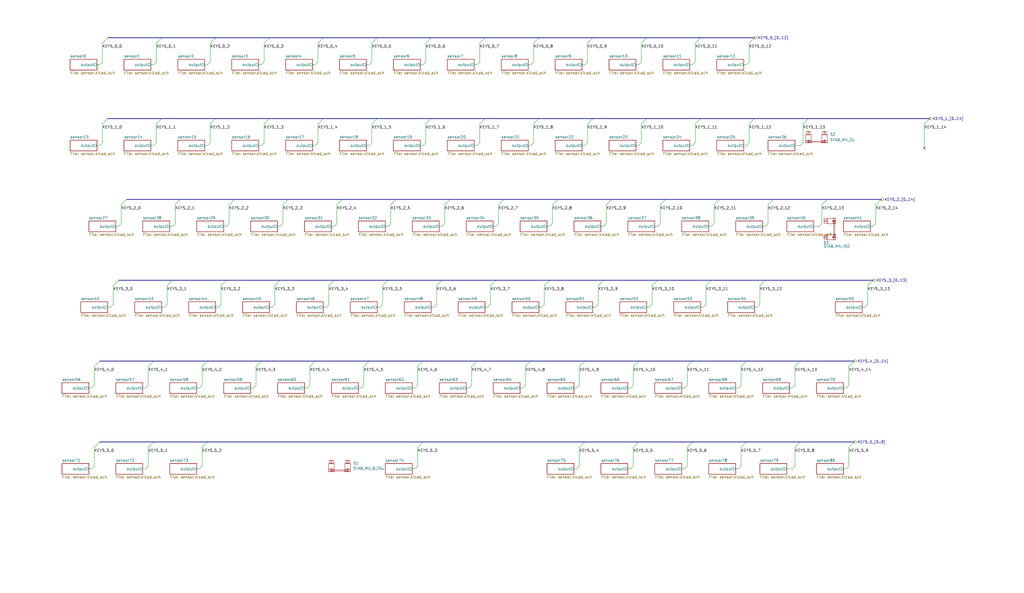
<source format=kicad_sch>
(kicad_sch
	(version 20231120)
	(generator "eeschema")
	(generator_version "8.0")
	(uuid "8a6aa68e-3745-4078-8017-5256f3927b0c")
	(paper "User" 482.6 279.4)
	(lib_symbols
		(symbol "PCM_marbastlib-mx:MX_stab"
			(pin_names
				(offset 1.016)
			)
			(exclude_from_sim no)
			(in_bom yes)
			(on_board yes)
			(property "Reference" "S"
				(at -5.08 6.35 0)
				(effects
					(font
						(size 1.27 1.27)
					)
					(justify left)
				)
			)
			(property "Value" "MX_stab"
				(at -5.08 3.81 0)
				(effects
					(font
						(size 1.27 1.27)
					)
					(justify left)
				)
			)
			(property "Footprint" "PCM_marbastlib-mx:STAB_MX_P_6.25u"
				(at 0 0 0)
				(effects
					(font
						(size 1.27 1.27)
					)
					(hide yes)
				)
			)
			(property "Datasheet" ""
				(at 0 0 0)
				(effects
					(font
						(size 1.27 1.27)
					)
					(hide yes)
				)
			)
			(property "Description" "Cherry MX-style stabilizer"
				(at 0 0 0)
				(effects
					(font
						(size 1.27 1.27)
					)
					(hide yes)
				)
			)
			(property "ki_keywords" "cherry mx stabilizer stab"
				(at 0 0 0)
				(effects
					(font
						(size 1.27 1.27)
					)
					(hide yes)
				)
			)
			(symbol "MX_stab_0_1"
				(rectangle
					(start -5.08 -1.524)
					(end -2.54 -2.54)
					(stroke
						(width 0)
						(type default)
					)
					(fill
						(type none)
					)
				)
				(rectangle
					(start -5.08 1.27)
					(end -2.54 -2.54)
					(stroke
						(width 0)
						(type default)
					)
					(fill
						(type none)
					)
				)
				(rectangle
					(start -4.826 2.794)
					(end -2.794 1.27)
					(stroke
						(width 0)
						(type default)
					)
					(fill
						(type none)
					)
				)
				(rectangle
					(start -4.064 -2.286)
					(end -3.556 -1.016)
					(stroke
						(width 0)
						(type default)
					)
					(fill
						(type none)
					)
				)
				(rectangle
					(start -4.064 -1.778)
					(end 4.064 -2.286)
					(stroke
						(width 0)
						(type default)
					)
					(fill
						(type none)
					)
				)
				(rectangle
					(start -4.064 1.27)
					(end -3.556 2.794)
					(stroke
						(width 0)
						(type default)
					)
					(fill
						(type none)
					)
				)
				(rectangle
					(start 2.54 -1.524)
					(end 5.08 -2.54)
					(stroke
						(width 0)
						(type default)
					)
					(fill
						(type none)
					)
				)
				(rectangle
					(start 2.54 1.27)
					(end 5.08 -2.54)
					(stroke
						(width 0)
						(type default)
					)
					(fill
						(type none)
					)
				)
				(rectangle
					(start 2.794 2.794)
					(end 4.826 1.27)
					(stroke
						(width 0)
						(type default)
					)
					(fill
						(type none)
					)
				)
				(rectangle
					(start 3.556 1.27)
					(end 4.064 2.794)
					(stroke
						(width 0)
						(type default)
					)
					(fill
						(type none)
					)
				)
				(rectangle
					(start 4.064 -2.286)
					(end 3.556 -1.016)
					(stroke
						(width 0)
						(type default)
					)
					(fill
						(type none)
					)
				)
			)
		)
	)
	(no_connect
		(at 435.61 69.85)
		(uuid "855f6f2e-a384-433d-b4a2-17e3c81e8a72")
	)
	(bus_entry
		(at 127 55.88)
		(size -2.54 2.54)
		(stroke
			(width 0)
			(type default)
		)
		(uuid "012ff931-6d48-4edf-bb23-d6d7f9b94aee")
	)
	(bus_entry
		(at 326.39 208.28)
		(size -2.54 2.54)
		(stroke
			(width 0)
			(type default)
		)
		(uuid "034fef13-bfb2-4eb3-9d2f-0b28ecc09c6b")
	)
	(bus_entry
		(at 335.28 132.08)
		(size -2.54 2.54)
		(stroke
			(width 0)
			(type default)
		)
		(uuid "0451317b-f36a-41bd-b9a1-a31d284b7a58")
	)
	(bus_entry
		(at 228.6 17.78)
		(size -2.54 2.54)
		(stroke
			(width 0)
			(type default)
		)
		(uuid "052e6199-184c-4ea1-b11e-4d9c8d01e3b5")
	)
	(bus_entry
		(at 313.69 93.98)
		(size -2.54 2.54)
		(stroke
			(width 0)
			(type default)
		)
		(uuid "0718ebd9-4be5-4821-be89-29ce93c34c10")
	)
	(bus_entry
		(at 177.8 17.78)
		(size -2.54 2.54)
		(stroke
			(width 0)
			(type default)
		)
		(uuid "08abc9c2-3ddd-43a9-b9cd-52b36f53922c")
	)
	(bus_entry
		(at 173.99 170.18)
		(size -2.54 2.54)
		(stroke
			(width 0)
			(type default)
		)
		(uuid "09ee0ceb-1e26-4b61-8ad6-b06d8ae177cf")
	)
	(bus_entry
		(at 339.09 93.98)
		(size -2.54 2.54)
		(stroke
			(width 0)
			(type default)
		)
		(uuid "0d24f4e0-c87d-47b9-b00e-2f77761914ff")
	)
	(bus_entry
		(at 81.28 132.08)
		(size -2.54 2.54)
		(stroke
			(width 0)
			(type default)
		)
		(uuid "10fb55bc-b7ff-4264-9c34-91d80ba7cc6d")
	)
	(bus_entry
		(at 402.59 170.18)
		(size -2.54 2.54)
		(stroke
			(width 0)
			(type default)
		)
		(uuid "19baf5b2-cf07-4189-946f-f79df276c4dd")
	)
	(bus_entry
		(at 199.39 208.28)
		(size -2.54 2.54)
		(stroke
			(width 0)
			(type default)
		)
		(uuid "19fcd7ca-290d-4fc0-a30c-fa04e1039ed1")
	)
	(bus_entry
		(at 250.19 170.18)
		(size -2.54 2.54)
		(stroke
			(width 0)
			(type default)
		)
		(uuid "1b0703bb-e6c8-454e-8e78-39cb066ea610")
	)
	(bus_entry
		(at 59.69 93.98)
		(size -2.54 2.54)
		(stroke
			(width 0)
			(type default)
		)
		(uuid "1cd451fb-3d1d-4751-8b03-8a1223235902")
	)
	(bus_entry
		(at 132.08 132.08)
		(size -2.54 2.54)
		(stroke
			(width 0)
			(type default)
		)
		(uuid "1eb661d9-627c-4621-a3e6-7848e44e6b50")
	)
	(bus_entry
		(at 72.39 208.28)
		(size -2.54 2.54)
		(stroke
			(width 0)
			(type default)
		)
		(uuid "23d64c8d-819f-4a84-8cba-0d622c8cace0")
	)
	(bus_entry
		(at 275.59 170.18)
		(size -2.54 2.54)
		(stroke
			(width 0)
			(type default)
		)
		(uuid "2476e80c-2c66-460a-96e5-682e9a68b78d")
	)
	(bus_entry
		(at 76.2 17.78)
		(size -2.54 2.54)
		(stroke
			(width 0)
			(type default)
		)
		(uuid "24d04ffa-d297-4d5d-8214-61682e079316")
	)
	(bus_entry
		(at 300.99 170.18)
		(size -2.54 2.54)
		(stroke
			(width 0)
			(type default)
		)
		(uuid "26eb5c8f-dbb0-4aa1-bce2-b6004ccd2a38")
	)
	(bus_entry
		(at 309.88 132.08)
		(size -2.54 2.54)
		(stroke
			(width 0)
			(type default)
		)
		(uuid "2c956c43-ad7e-4da1-9a59-1f09998cd9c9")
	)
	(bus_entry
		(at 148.59 170.18)
		(size -2.54 2.54)
		(stroke
			(width 0)
			(type default)
		)
		(uuid "2d7b71e4-611f-4194-9358-96f992ae1c32")
	)
	(bus_entry
		(at 377.19 208.28)
		(size -2.54 2.54)
		(stroke
			(width 0)
			(type default)
		)
		(uuid "32606e7f-edba-47d7-80cb-54f71d0052f6")
	)
	(bus_entry
		(at 262.89 93.98)
		(size -2.54 2.54)
		(stroke
			(width 0)
			(type default)
		)
		(uuid "3aa55e17-dcb1-43d4-b160-365272cddc9a")
	)
	(bus_entry
		(at 152.4 55.88)
		(size -2.54 2.54)
		(stroke
			(width 0)
			(type default)
		)
		(uuid "425cf3e6-b6a2-4f17-9593-a0d64c1d01ee")
	)
	(bus_entry
		(at 288.29 93.98)
		(size -2.54 2.54)
		(stroke
			(width 0)
			(type default)
		)
		(uuid "4cd10ea9-e84e-41b4-a5c5-035e791dfb2d")
	)
	(bus_entry
		(at 157.48 132.08)
		(size -2.54 2.54)
		(stroke
			(width 0)
			(type default)
		)
		(uuid "4dd27a63-1c40-469b-94ba-454c822dfc1d")
	)
	(bus_entry
		(at 97.79 170.18)
		(size -2.54 2.54)
		(stroke
			(width 0)
			(type default)
		)
		(uuid "5154a0ba-8b61-4d12-bb67-012ea03a636f")
	)
	(bus_entry
		(at 182.88 132.08)
		(size -2.54 2.54)
		(stroke
			(width 0)
			(type default)
		)
		(uuid "533e6b60-30e1-44ae-96af-63679f896098")
	)
	(bus_entry
		(at 212.09 93.98)
		(size -2.54 2.54)
		(stroke
			(width 0)
			(type default)
		)
		(uuid "548ce2d3-ff8e-4a04-adef-cfdd5e9d61aa")
	)
	(bus_entry
		(at 203.2 55.88)
		(size -2.54 2.54)
		(stroke
			(width 0)
			(type default)
		)
		(uuid "549dfe5d-021e-42ec-bba3-aac7ced96368")
	)
	(bus_entry
		(at 177.8 55.88)
		(size -2.54 2.54)
		(stroke
			(width 0)
			(type default)
		)
		(uuid "5903ca81-8466-4aaf-a4f1-923178510cbe")
	)
	(bus_entry
		(at 411.48 132.08)
		(size -2.54 2.54)
		(stroke
			(width 0)
			(type default)
		)
		(uuid "6075f4b0-1f40-44da-9249-d4146ed04056")
	)
	(bus_entry
		(at 304.8 17.78)
		(size -2.54 2.54)
		(stroke
			(width 0)
			(type default)
		)
		(uuid "61621881-6eba-4259-afa7-3f064e3a5eaf")
	)
	(bus_entry
		(at 355.6 17.78)
		(size -2.54 2.54)
		(stroke
			(width 0)
			(type default)
		)
		(uuid "692aa62b-00fc-412d-8711-4308235f99bf")
	)
	(bus_entry
		(at 97.79 208.28)
		(size -2.54 2.54)
		(stroke
			(width 0)
			(type default)
		)
		(uuid "6b024714-1808-4c16-80a0-e7b74ed73860")
	)
	(bus_entry
		(at 275.59 208.28)
		(size -2.54 2.54)
		(stroke
			(width 0)
			(type default)
		)
		(uuid "6c1b661b-8d4b-4bb5-a94b-deedab0542a9")
	)
	(bus_entry
		(at 123.19 170.18)
		(size -2.54 2.54)
		(stroke
			(width 0)
			(type default)
		)
		(uuid "6f4d4f51-fbd0-4d63-a1ec-c57730bf3b4a")
	)
	(bus_entry
		(at 233.68 132.08)
		(size -2.54 2.54)
		(stroke
			(width 0)
			(type default)
		)
		(uuid "72e738c1-f8f2-46e1-aed2-0e46fc23ad90")
	)
	(bus_entry
		(at 161.29 93.98)
		(size -2.54 2.54)
		(stroke
			(width 0)
			(type default)
		)
		(uuid "73298190-f4e9-496b-a592-ee66b7ecb79c")
	)
	(bus_entry
		(at 50.8 17.78)
		(size -2.54 2.54)
		(stroke
			(width 0)
			(type default)
		)
		(uuid "7827689d-f981-4cfb-9839-84cca5026828")
	)
	(bus_entry
		(at 351.79 208.28)
		(size -2.54 2.54)
		(stroke
			(width 0)
			(type default)
		)
		(uuid "7cfc2962-52ec-4a21-a106-0a028109eea5")
	)
	(bus_entry
		(at 279.4 17.78)
		(size -2.54 2.54)
		(stroke
			(width 0)
			(type default)
		)
		(uuid "8114ebf8-d5e6-4197-90f5-c6d39d55f584")
	)
	(bus_entry
		(at 224.79 170.18)
		(size -2.54 2.54)
		(stroke
			(width 0)
			(type default)
		)
		(uuid "84415e00-f175-4898-b2f9-d4d5d4069fe6")
	)
	(bus_entry
		(at 208.28 132.08)
		(size -2.54 2.54)
		(stroke
			(width 0)
			(type default)
		)
		(uuid "874ed813-f778-4543-90b0-1299c31c460f")
	)
	(bus_entry
		(at 389.89 93.98)
		(size -2.54 2.54)
		(stroke
			(width 0)
			(type default)
		)
		(uuid "87923960-5386-4bf3-90c0-bbaab54a21d6")
	)
	(bus_entry
		(at 203.2 17.78)
		(size -2.54 2.54)
		(stroke
			(width 0)
			(type default)
		)
		(uuid "8c99fd6c-e001-43dc-9b1d-4f8156855ecb")
	)
	(bus_entry
		(at 46.99 208.28)
		(size -2.54 2.54)
		(stroke
			(width 0)
			(type default)
		)
		(uuid "8f65c7d7-a9f9-40fd-97db-547ab29e90b7")
	)
	(bus_entry
		(at 402.59 208.28)
		(size -2.54 2.54)
		(stroke
			(width 0)
			(type default)
		)
		(uuid "9059da19-fbe1-47b7-a5ca-c400172e2737")
	)
	(bus_entry
		(at 377.19 170.18)
		(size -2.54 2.54)
		(stroke
			(width 0)
			(type default)
		)
		(uuid "931c7467-d7b0-4181-a836-97f736be9444")
	)
	(bus_entry
		(at 381 55.88)
		(size -2.54 2.54)
		(stroke
			(width 0)
			(type default)
		)
		(uuid "9837a8ac-2657-4f01-84b9-1a7eee621615")
	)
	(bus_entry
		(at 135.89 93.98)
		(size -2.54 2.54)
		(stroke
			(width 0)
			(type default)
		)
		(uuid "9b9ca743-1229-4d3c-b250-e0af19dbbe32")
	)
	(bus_entry
		(at 152.4 17.78)
		(size -2.54 2.54)
		(stroke
			(width 0)
			(type default)
		)
		(uuid "a15647d5-5254-4f8e-a826-412c1bcb1d65")
	)
	(bus_entry
		(at 237.49 93.98)
		(size -2.54 2.54)
		(stroke
			(width 0)
			(type default)
		)
		(uuid "a5fadb2b-da31-4380-b978-03d3b45fc032")
	)
	(bus_entry
		(at 351.79 170.18)
		(size -2.54 2.54)
		(stroke
			(width 0)
			(type default)
		)
		(uuid "a9985e3f-5779-4826-88f9-beadb3465543")
	)
	(bus_entry
		(at 330.2 17.78)
		(size -2.54 2.54)
		(stroke
			(width 0)
			(type default)
		)
		(uuid "ace2a0da-c34d-4f45-a511-863b6d6d77ea")
	)
	(bus_entry
		(at 76.2 55.88)
		(size -2.54 2.54)
		(stroke
			(width 0)
			(type default)
		)
		(uuid "b094e26f-7c3d-4458-ac89-b668d2c7bd27")
	)
	(bus_entry
		(at 259.08 132.08)
		(size -2.54 2.54)
		(stroke
			(width 0)
			(type default)
		)
		(uuid "b69baadb-a6d8-4dab-a493-712ef628731e")
	)
	(bus_entry
		(at 279.4 55.88)
		(size -2.54 2.54)
		(stroke
			(width 0)
			(type default)
		)
		(uuid "b8096ef8-d4a1-46ee-b987-70a777cecb57")
	)
	(bus_entry
		(at 101.6 55.88)
		(size -2.54 2.54)
		(stroke
			(width 0)
			(type default)
		)
		(uuid "b870c24f-5838-42f4-8d27-2aef1cdfb860")
	)
	(bus_entry
		(at 199.39 170.18)
		(size -2.54 2.54)
		(stroke
			(width 0)
			(type default)
		)
		(uuid "bca7fb22-66d7-4069-a81e-42cffc291d63")
	)
	(bus_entry
		(at 300.99 208.28)
		(size -2.54 2.54)
		(stroke
			(width 0)
			(type default)
		)
		(uuid "bcf0f102-6445-4af2-98a0-fbbce0754b62")
	)
	(bus_entry
		(at 228.6 55.88)
		(size -2.54 2.54)
		(stroke
			(width 0)
			(type default)
		)
		(uuid "c1a12a12-480f-4880-ad5c-dbc4059f52e9")
	)
	(bus_entry
		(at 360.68 132.08)
		(size -2.54 2.54)
		(stroke
			(width 0)
			(type default)
		)
		(uuid "c40d84b7-b519-4012-a77a-7747be9cecba")
	)
	(bus_entry
		(at 364.49 93.98)
		(size -2.54 2.54)
		(stroke
			(width 0)
			(type default)
		)
		(uuid "c6c74a21-e811-410b-bed5-354999943821")
	)
	(bus_entry
		(at 304.8 55.88)
		(size -2.54 2.54)
		(stroke
			(width 0)
			(type default)
		)
		(uuid "cb749649-fb34-4e66-b13f-8b80f8355e98")
	)
	(bus_entry
		(at 110.49 93.98)
		(size -2.54 2.54)
		(stroke
			(width 0)
			(type default)
		)
		(uuid "ce527247-df97-46f7-91f9-b60c91f9449b")
	)
	(bus_entry
		(at 330.2 55.88)
		(size -2.54 2.54)
		(stroke
			(width 0)
			(type default)
		)
		(uuid "cf3463eb-b63c-4ad8-9a99-2b9ca651dd82")
	)
	(bus_entry
		(at 355.6 55.88)
		(size -2.54 2.54)
		(stroke
			(width 0)
			(type default)
		)
		(uuid "d365b820-3c77-4a49-9f63-3f6aa4dab37d")
	)
	(bus_entry
		(at 106.68 132.08)
		(size -2.54 2.54)
		(stroke
			(width 0)
			(type default)
		)
		(uuid "d477e9f9-17c8-4dc6-ab45-7207cec385ab")
	)
	(bus_entry
		(at 254 17.78)
		(size -2.54 2.54)
		(stroke
			(width 0)
			(type default)
		)
		(uuid "db4af1e5-cb82-49cc-8410-a4792ebea45c")
	)
	(bus_entry
		(at 72.39 170.18)
		(size -2.54 2.54)
		(stroke
			(width 0)
			(type default)
		)
		(uuid "dca67e80-cca6-4c37-a176-c4b2076c7aac")
	)
	(bus_entry
		(at 415.29 93.98)
		(size -2.54 2.54)
		(stroke
			(width 0)
			(type default)
		)
		(uuid "e01670d3-7550-4602-8d59-6709d2de9fae")
	)
	(bus_entry
		(at 254 55.88)
		(size -2.54 2.54)
		(stroke
			(width 0)
			(type default)
		)
		(uuid "e1462a97-7db2-45a2-8634-c35c6d6e98cf")
	)
	(bus_entry
		(at 326.39 170.18)
		(size -2.54 2.54)
		(stroke
			(width 0)
			(type default)
		)
		(uuid "e175740e-e207-421a-82c5-5d5107ef43b7")
	)
	(bus_entry
		(at 46.99 170.18)
		(size -2.54 2.54)
		(stroke
			(width 0)
			(type default)
		)
		(uuid "ea7429dd-79a5-45d9-8068-a48bb809625d")
	)
	(bus_entry
		(at 438.15 55.88)
		(size -2.54 2.54)
		(stroke
			(width 0)
			(type default)
		)
		(uuid "ebc6c0b7-5529-473e-ab9b-cf1b455b8e66")
	)
	(bus_entry
		(at 284.48 132.08)
		(size -2.54 2.54)
		(stroke
			(width 0)
			(type default)
		)
		(uuid "ebddd764-fcdb-4d56-83fc-72a9360c042d")
	)
	(bus_entry
		(at 85.09 93.98)
		(size -2.54 2.54)
		(stroke
			(width 0)
			(type default)
		)
		(uuid "f113ec35-80ab-4ae4-a9a5-68aa2bbbe6f3")
	)
	(bus_entry
		(at 55.88 132.08)
		(size -2.54 2.54)
		(stroke
			(width 0)
			(type default)
		)
		(uuid "f23ab3f8-2b39-4217-b369-d67afe02312d")
	)
	(bus_entry
		(at 186.69 93.98)
		(size -2.54 2.54)
		(stroke
			(width 0)
			(type default)
		)
		(uuid "f4483fe6-e70b-4852-bb08-8d193868c680")
	)
	(bus_entry
		(at 101.6 17.78)
		(size -2.54 2.54)
		(stroke
			(width 0)
			(type default)
		)
		(uuid "fa220b55-b321-4db9-b618-dcbd2aa7cd35")
	)
	(bus_entry
		(at 50.8 55.88)
		(size -2.54 2.54)
		(stroke
			(width 0)
			(type default)
		)
		(uuid "fdd15dbd-cfbc-4d31-83be-aab741c4a34c")
	)
	(bus_entry
		(at 127 17.78)
		(size -2.54 2.54)
		(stroke
			(width 0)
			(type default)
		)
		(uuid "ff893ff0-badc-45c9-a281-20c22def4b2b")
	)
	(wire
		(pts
			(xy 67.31 182.88) (xy 68.58 182.88)
		)
		(stroke
			(width 0)
			(type default)
		)
		(uuid "02e07164-b577-4a13-abf8-689f507d50e8")
	)
	(bus
		(pts
			(xy 101.6 55.88) (xy 127 55.88)
		)
		(stroke
			(width 0)
			(type default)
		)
		(uuid "032dfa3d-c191-49d8-a267-6f3ceb87850a")
	)
	(bus
		(pts
			(xy 50.8 17.78) (xy 76.2 17.78)
		)
		(stroke
			(width 0)
			(type default)
		)
		(uuid "03ab4fdf-b28c-42f6-9fec-fd3c86c7d3c3")
	)
	(wire
		(pts
			(xy 184.15 105.41) (xy 182.88 106.68)
		)
		(stroke
			(width 0)
			(type default)
		)
		(uuid "0455d0ae-c97b-4f53-a9ef-9f6ed893893d")
	)
	(wire
		(pts
			(xy 82.55 105.41) (xy 81.28 106.68)
		)
		(stroke
			(width 0)
			(type default)
		)
		(uuid "053925e9-9ce3-4f50-9b73-390ed8b4c31f")
	)
	(wire
		(pts
			(xy 302.26 29.21) (xy 300.99 30.48)
		)
		(stroke
			(width 0)
			(type default)
		)
		(uuid "05ca47b5-4f28-4eca-ae73-67f61c45ec27")
	)
	(bus
		(pts
			(xy 360.68 132.08) (xy 411.48 132.08)
		)
		(stroke
			(width 0)
			(type default)
		)
		(uuid "063c1b3c-04c1-4a21-9971-97bd69112c9d")
	)
	(wire
		(pts
			(xy 349.25 210.82) (xy 349.25 219.71)
		)
		(stroke
			(width 0)
			(type default)
		)
		(uuid "070c4c96-485f-4654-b480-7dc38dcca7dd")
	)
	(bus
		(pts
			(xy 351.79 170.18) (xy 377.19 170.18)
		)
		(stroke
			(width 0)
			(type default)
		)
		(uuid "0746e3fd-10ce-4c82-94fd-dd4978501cb0")
	)
	(wire
		(pts
			(xy 346.71 220.98) (xy 347.98 220.98)
		)
		(stroke
			(width 0)
			(type default)
		)
		(uuid "07820d41-37c0-48ad-89f6-564f57639349")
	)
	(wire
		(pts
			(xy 283.21 106.68) (xy 284.48 106.68)
		)
		(stroke
			(width 0)
			(type default)
		)
		(uuid "0858ace8-1a4e-4920-99e5-faaca284f482")
	)
	(wire
		(pts
			(xy 82.55 96.52) (xy 82.55 105.41)
		)
		(stroke
			(width 0)
			(type default)
		)
		(uuid "097079ae-255e-469e-89d1-b4651557f58b")
	)
	(wire
		(pts
			(xy 96.52 68.58) (xy 97.79 68.58)
		)
		(stroke
			(width 0)
			(type default)
		)
		(uuid "0a7c3288-f17a-4efb-897d-2e352ac0acf1")
	)
	(bus
		(pts
			(xy 313.69 93.98) (xy 339.09 93.98)
		)
		(stroke
			(width 0)
			(type default)
		)
		(uuid "0a8e3c25-5d55-45a0-a1bf-58268e56b957")
	)
	(wire
		(pts
			(xy 285.75 96.52) (xy 285.75 105.41)
		)
		(stroke
			(width 0)
			(type default)
		)
		(uuid "0aa57852-1747-425e-8f19-d80067ac7c57")
	)
	(wire
		(pts
			(xy 321.31 220.98) (xy 322.58 220.98)
		)
		(stroke
			(width 0)
			(type default)
		)
		(uuid "0b4de3f8-0d9c-4902-9d51-f05aa4426698")
	)
	(wire
		(pts
			(xy 257.81 106.68) (xy 259.08 106.68)
		)
		(stroke
			(width 0)
			(type default)
		)
		(uuid "0b7c0b04-3c2e-490b-8501-4509fd962e21")
	)
	(bus
		(pts
			(xy 326.39 208.28) (xy 351.79 208.28)
		)
		(stroke
			(width 0)
			(type default)
		)
		(uuid "0b887d30-a489-47e1-b24d-2c6571807879")
	)
	(bus
		(pts
			(xy 76.2 17.78) (xy 101.6 17.78)
		)
		(stroke
			(width 0)
			(type default)
		)
		(uuid "0b8a3eb2-dcd9-4801-8976-17a7de25d1a6")
	)
	(wire
		(pts
			(xy 327.66 29.21) (xy 326.39 30.48)
		)
		(stroke
			(width 0)
			(type default)
		)
		(uuid "0ca2757d-42eb-4b61-8ea0-060aaec5b5dc")
	)
	(wire
		(pts
			(xy 196.85 172.72) (xy 196.85 181.61)
		)
		(stroke
			(width 0)
			(type default)
		)
		(uuid "0e01708f-bce1-4144-bcef-c5610f618dae")
	)
	(wire
		(pts
			(xy 350.52 30.48) (xy 351.79 30.48)
		)
		(stroke
			(width 0)
			(type default)
		)
		(uuid "0e778aaa-ea6a-4378-9015-b6eed3f74007")
	)
	(bus
		(pts
			(xy 250.19 170.18) (xy 275.59 170.18)
		)
		(stroke
			(width 0)
			(type default)
		)
		(uuid "100efb18-e0dd-4623-8b48-c4c5e43d161f")
	)
	(wire
		(pts
			(xy 209.55 96.52) (xy 209.55 105.41)
		)
		(stroke
			(width 0)
			(type default)
		)
		(uuid "1097377e-54ea-4e57-a183-76fd77aa187e")
	)
	(wire
		(pts
			(xy 222.25 181.61) (xy 220.98 182.88)
		)
		(stroke
			(width 0)
			(type default)
		)
		(uuid "1217a14b-8f25-4030-b613-f722a25af2af")
	)
	(wire
		(pts
			(xy 133.35 105.41) (xy 132.08 106.68)
		)
		(stroke
			(width 0)
			(type default)
		)
		(uuid "1454edb4-340e-4de3-8c6d-39741957faa0")
	)
	(bus
		(pts
			(xy 254 55.88) (xy 279.4 55.88)
		)
		(stroke
			(width 0)
			(type default)
		)
		(uuid "1623ada0-110a-4756-84c7-77d609903d51")
	)
	(bus
		(pts
			(xy 85.09 93.98) (xy 110.49 93.98)
		)
		(stroke
			(width 0)
			(type default)
		)
		(uuid "1656d7e2-1482-4238-a683-307197caa89a")
	)
	(wire
		(pts
			(xy 154.94 143.51) (xy 153.67 144.78)
		)
		(stroke
			(width 0)
			(type default)
		)
		(uuid "16d95e1c-e014-4555-866d-ad3216f7812a")
	)
	(wire
		(pts
			(xy 353.06 58.42) (xy 353.06 67.31)
		)
		(stroke
			(width 0)
			(type default)
		)
		(uuid "173f6e78-a433-408f-8d82-ef20df06edcd")
	)
	(wire
		(pts
			(xy 276.86 58.42) (xy 276.86 67.31)
		)
		(stroke
			(width 0)
			(type default)
		)
		(uuid "1916889d-d79c-48fb-a77e-2ecc308b7e75")
	)
	(wire
		(pts
			(xy 156.21 106.68) (xy 157.48 106.68)
		)
		(stroke
			(width 0)
			(type default)
		)
		(uuid "19279ff7-8c5a-49bb-b8f0-668ea8bbdcc8")
	)
	(wire
		(pts
			(xy 304.8 144.78) (xy 306.07 144.78)
		)
		(stroke
			(width 0)
			(type default)
		)
		(uuid "19bdbe40-85ca-4235-bfd0-b8bbcd692328")
	)
	(wire
		(pts
			(xy 120.65 172.72) (xy 120.65 181.61)
		)
		(stroke
			(width 0)
			(type default)
		)
		(uuid "1b0dbd77-dec1-41f4-96cd-6801d20a5817")
	)
	(wire
		(pts
			(xy 69.85 210.82) (xy 69.85 219.71)
		)
		(stroke
			(width 0)
			(type default)
		)
		(uuid "1b145362-bbe2-4cc8-a533-86f92eb32198")
	)
	(wire
		(pts
			(xy 251.46 67.31) (xy 250.19 68.58)
		)
		(stroke
			(width 0)
			(type default)
		)
		(uuid "1c3d4e66-830c-44d3-bf0d-607fce8520e8")
	)
	(wire
		(pts
			(xy 80.01 106.68) (xy 81.28 106.68)
		)
		(stroke
			(width 0)
			(type default)
		)
		(uuid "1caafb3e-9582-4a12-a9a1-7582a08258af")
	)
	(wire
		(pts
			(xy 327.66 20.32) (xy 327.66 29.21)
		)
		(stroke
			(width 0)
			(type default)
		)
		(uuid "1ddd9f2d-cc6d-4cab-9293-d5fff9946072")
	)
	(wire
		(pts
			(xy 372.11 182.88) (xy 373.38 182.88)
		)
		(stroke
			(width 0)
			(type default)
		)
		(uuid "1e2a82ee-e45d-4d40-b1a5-a8d60d5b9e22")
	)
	(wire
		(pts
			(xy 387.35 105.41) (xy 386.08 106.68)
		)
		(stroke
			(width 0)
			(type default)
		)
		(uuid "1ed279fd-8138-4f0c-bf7d-bec7a9633db8")
	)
	(wire
		(pts
			(xy 152.4 144.78) (xy 153.67 144.78)
		)
		(stroke
			(width 0)
			(type default)
		)
		(uuid "1f700791-13de-4cd4-adfd-39fe488c84a9")
	)
	(wire
		(pts
			(xy 101.6 144.78) (xy 102.87 144.78)
		)
		(stroke
			(width 0)
			(type default)
		)
		(uuid "2228d756-a018-4beb-8aaf-81d4250464e1")
	)
	(wire
		(pts
			(xy 149.86 58.42) (xy 149.86 67.31)
		)
		(stroke
			(width 0)
			(type default)
		)
		(uuid "23a54b45-d2d0-4a0f-9dee-a2115df991c1")
	)
	(bus
		(pts
			(xy 330.2 55.88) (xy 355.6 55.88)
		)
		(stroke
			(width 0)
			(type default)
		)
		(uuid "23d0a512-f255-4741-8b58-340b0efc64ab")
	)
	(bus
		(pts
			(xy 182.88 132.08) (xy 208.28 132.08)
		)
		(stroke
			(width 0)
			(type default)
		)
		(uuid "25e951d1-b834-459c-8faf-542162b1eeb0")
	)
	(wire
		(pts
			(xy 223.52 30.48) (xy 224.79 30.48)
		)
		(stroke
			(width 0)
			(type default)
		)
		(uuid "26a0bc68-ae6b-4a06-a724-70807a463c72")
	)
	(bus
		(pts
			(xy 233.68 132.08) (xy 259.08 132.08)
		)
		(stroke
			(width 0)
			(type default)
		)
		(uuid "27d92fd3-93a9-4c0f-b50b-4bbb4be8b885")
	)
	(wire
		(pts
			(xy 323.85 210.82) (xy 323.85 219.71)
		)
		(stroke
			(width 0)
			(type default)
		)
		(uuid "290591ca-8d40-4fbd-85ce-db645d3fa117")
	)
	(wire
		(pts
			(xy 180.34 134.62) (xy 180.34 143.51)
		)
		(stroke
			(width 0)
			(type default)
		)
		(uuid "291cafac-eb70-4226-ba13-c604ac4506db")
	)
	(bus
		(pts
			(xy 279.4 17.78) (xy 304.8 17.78)
		)
		(stroke
			(width 0)
			(type default)
		)
		(uuid "2a55e443-def6-47e7-8bd8-c8e38e825504")
	)
	(wire
		(pts
			(xy 353.06 20.32) (xy 353.06 29.21)
		)
		(stroke
			(width 0)
			(type default)
		)
		(uuid "2a965c47-7952-4159-93dc-e8e335b8595d")
	)
	(wire
		(pts
			(xy 406.4 144.78) (xy 407.67 144.78)
		)
		(stroke
			(width 0)
			(type default)
		)
		(uuid "2b6084a2-b89f-4f52-983e-09f47c22db2e")
	)
	(wire
		(pts
			(xy 226.06 67.31) (xy 224.79 68.58)
		)
		(stroke
			(width 0)
			(type default)
		)
		(uuid "2cb14b7f-d5b6-4649-af8a-3fd7d4db6a5d")
	)
	(bus
		(pts
			(xy 275.59 170.18) (xy 300.99 170.18)
		)
		(stroke
			(width 0)
			(type default)
		)
		(uuid "2d45050e-dfcb-4612-a1fd-1a6b4cbef1d3")
	)
	(bus
		(pts
			(xy 228.6 17.78) (xy 254 17.78)
		)
		(stroke
			(width 0)
			(type default)
		)
		(uuid "2d6a068a-d2aa-4dff-9317-6b67169ada62")
	)
	(wire
		(pts
			(xy 95.25 210.82) (xy 95.25 219.71)
		)
		(stroke
			(width 0)
			(type default)
		)
		(uuid "2e681873-69e5-4db2-9ae5-fd8c329527ae")
	)
	(wire
		(pts
			(xy 175.26 29.21) (xy 173.99 30.48)
		)
		(stroke
			(width 0)
			(type default)
		)
		(uuid "2ff5ed3f-46c3-4e60-8717-14c93eefa5ab")
	)
	(bus
		(pts
			(xy 59.69 93.98) (xy 85.09 93.98)
		)
		(stroke
			(width 0)
			(type default)
		)
		(uuid "312f25f2-7243-491b-9397-0f1777cd2299")
	)
	(bus
		(pts
			(xy 157.48 132.08) (xy 182.88 132.08)
		)
		(stroke
			(width 0)
			(type default)
		)
		(uuid "317a3bfe-312b-4a72-9ee0-8258a1ec1aae")
	)
	(bus
		(pts
			(xy 72.39 170.18) (xy 97.79 170.18)
		)
		(stroke
			(width 0)
			(type default)
		)
		(uuid "317b2067-79fd-4c55-b21b-32d1abc04bb1")
	)
	(wire
		(pts
			(xy 194.31 220.98) (xy 195.58 220.98)
		)
		(stroke
			(width 0)
			(type default)
		)
		(uuid "31f395c7-81ea-427d-8d8e-573b6fda022a")
	)
	(wire
		(pts
			(xy 158.75 105.41) (xy 157.48 106.68)
		)
		(stroke
			(width 0)
			(type default)
		)
		(uuid "322d7cff-2253-4443-85ff-d1670ae3e9f0")
	)
	(wire
		(pts
			(xy 175.26 67.31) (xy 173.99 68.58)
		)
		(stroke
			(width 0)
			(type default)
		)
		(uuid "334b5980-a25f-48ba-8404-d97cc2d1b19b")
	)
	(wire
		(pts
			(xy 205.74 143.51) (xy 204.47 144.78)
		)
		(stroke
			(width 0)
			(type default)
		)
		(uuid "334c2f09-fe53-4d87-8619-4a3fa7ef5388")
	)
	(bus
		(pts
			(xy 203.2 17.78) (xy 228.6 17.78)
		)
		(stroke
			(width 0)
			(type default)
		)
		(uuid "3358927b-f274-4dde-9bc5-64ecd8350918")
	)
	(wire
		(pts
			(xy 256.54 134.62) (xy 256.54 143.51)
		)
		(stroke
			(width 0)
			(type default)
		)
		(uuid "33a73cf9-60d9-438a-8b77-f45ba58e32a2")
	)
	(bus
		(pts
			(xy 275.59 208.28) (xy 300.99 208.28)
		)
		(stroke
			(width 0)
			(type default)
		)
		(uuid "346e02f6-cbc4-4439-9116-c6cdef9223ed")
	)
	(wire
		(pts
			(xy 378.46 67.31) (xy 377.19 68.58)
		)
		(stroke
			(width 0)
			(type default)
		)
		(uuid "3559cea3-7199-4fd7-8851-be2308817324")
	)
	(wire
		(pts
			(xy 175.26 20.32) (xy 175.26 29.21)
		)
		(stroke
			(width 0)
			(type default)
		)
		(uuid "35c9bdc1-42f5-4cd5-8aa5-65c185d142b9")
	)
	(bus
		(pts
			(xy 203.2 55.88) (xy 228.6 55.88)
		)
		(stroke
			(width 0)
			(type default)
		)
		(uuid "38353c7f-dc3d-4b9f-89ae-b7fc01c7081f")
	)
	(wire
		(pts
			(xy 308.61 106.68) (xy 309.88 106.68)
		)
		(stroke
			(width 0)
			(type default)
		)
		(uuid "383f26fb-835e-40f2-92c8-341e7440b77f")
	)
	(wire
		(pts
			(xy 54.61 106.68) (xy 55.88 106.68)
		)
		(stroke
			(width 0)
			(type default)
		)
		(uuid "38662d04-d095-4726-ae88-400c5f1c0dd5")
	)
	(wire
		(pts
			(xy 234.95 96.52) (xy 234.95 105.41)
		)
		(stroke
			(width 0)
			(type default)
		)
		(uuid "39121c48-a59c-4c0e-84c2-7a9f291a12b4")
	)
	(wire
		(pts
			(xy 105.41 106.68) (xy 106.68 106.68)
		)
		(stroke
			(width 0)
			(type default)
		)
		(uuid "39b1c808-87e6-4bda-9019-1affba8a8152")
	)
	(wire
		(pts
			(xy 228.6 144.78) (xy 229.87 144.78)
		)
		(stroke
			(width 0)
			(type default)
		)
		(uuid "3c293d09-e93a-45de-974e-d323ad0bc329")
	)
	(wire
		(pts
			(xy 374.65 210.82) (xy 374.65 219.71)
		)
		(stroke
			(width 0)
			(type default)
		)
		(uuid "3cbaea84-0e73-432b-8f46-7c09ee346162")
	)
	(wire
		(pts
			(xy 124.46 67.31) (xy 123.19 68.58)
		)
		(stroke
			(width 0)
			(type default)
		)
		(uuid "3f2240b1-26f4-433a-82e6-19a558923838")
	)
	(bus
		(pts
			(xy 132.08 132.08) (xy 157.48 132.08)
		)
		(stroke
			(width 0)
			(type default)
		)
		(uuid "4019ff8b-154f-46f6-958d-c06acffa4db6")
	)
	(wire
		(pts
			(xy 124.46 58.42) (xy 124.46 67.31)
		)
		(stroke
			(width 0)
			(type default)
		)
		(uuid "405b59b0-4802-4642-9fc7-fc5ad7d5e90a")
	)
	(wire
		(pts
			(xy 41.91 220.98) (xy 43.18 220.98)
		)
		(stroke
			(width 0)
			(type default)
		)
		(uuid "4088f0ce-3c1d-409e-a11f-2ded5d92a3d0")
	)
	(wire
		(pts
			(xy 118.11 182.88) (xy 119.38 182.88)
		)
		(stroke
			(width 0)
			(type default)
		)
		(uuid "41b738f0-5739-475e-8ccc-7a67bbef5834")
	)
	(wire
		(pts
			(xy 276.86 67.31) (xy 275.59 68.58)
		)
		(stroke
			(width 0)
			(type default)
		)
		(uuid "41dcbe8a-ba37-472b-ae38-854fd45dbb37")
	)
	(bus
		(pts
			(xy 76.2 55.88) (xy 101.6 55.88)
		)
		(stroke
			(width 0)
			(type default)
		)
		(uuid "420f3370-966c-4f57-be27-5fffd292b98e")
	)
	(bus
		(pts
			(xy 97.79 208.28) (xy 199.39 208.28)
		)
		(stroke
			(width 0)
			(type default)
		)
		(uuid "42241db3-92f7-46b9-92d3-6307d783fd3f")
	)
	(bus
		(pts
			(xy 110.49 93.98) (xy 135.89 93.98)
		)
		(stroke
			(width 0)
			(type default)
		)
		(uuid "42c22f2b-bdf2-4e22-a93c-6fd6fa47c5c2")
	)
	(wire
		(pts
			(xy 374.65 68.58) (xy 377.19 68.58)
		)
		(stroke
			(width 0)
			(type default)
		)
		(uuid "440af283-5422-4bfb-899d-920d605b4db4")
	)
	(wire
		(pts
			(xy 273.05 210.82) (xy 273.05 219.71)
		)
		(stroke
			(width 0)
			(type default)
		)
		(uuid "445e5ad6-0f8b-4be0-9fa2-2e0bde7a178e")
	)
	(wire
		(pts
			(xy 298.45 219.71) (xy 297.18 220.98)
		)
		(stroke
			(width 0)
			(type default)
		)
		(uuid "4484a2b9-91ad-4ea6-88cb-a27eb5d9ebdb")
	)
	(wire
		(pts
			(xy 302.26 67.31) (xy 300.99 68.58)
		)
		(stroke
			(width 0)
			(type default)
		)
		(uuid "448e6b2d-d478-448f-af88-0aa8c5f1827c")
	)
	(wire
		(pts
			(xy 180.34 143.51) (xy 179.07 144.78)
		)
		(stroke
			(width 0)
			(type default)
		)
		(uuid "44964778-8075-4357-9dcf-0af0a68b567a")
	)
	(bus
		(pts
			(xy 381 55.88) (xy 438.15 55.88)
		)
		(stroke
			(width 0)
			(type default)
		)
		(uuid "451a1ec6-78c4-4ed8-8751-9b96c7673910")
	)
	(wire
		(pts
			(xy 374.65 172.72) (xy 374.65 181.61)
		)
		(stroke
			(width 0)
			(type default)
		)
		(uuid "4686d76e-1b72-470b-89a3-e7a383002f04")
	)
	(wire
		(pts
			(xy 104.14 143.51) (xy 102.87 144.78)
		)
		(stroke
			(width 0)
			(type default)
		)
		(uuid "49d381c5-ce92-4015-a76e-3c59e6db974f")
	)
	(bus
		(pts
			(xy 199.39 170.18) (xy 224.79 170.18)
		)
		(stroke
			(width 0)
			(type default)
		)
		(uuid "4a34b5f8-79e9-4a8e-bcd9-9541a96092f9")
	)
	(wire
		(pts
			(xy 149.86 67.31) (xy 148.59 68.58)
		)
		(stroke
			(width 0)
			(type default)
		)
		(uuid "4ab419a5-6790-482e-978d-41c2ed0ebbad")
	)
	(bus
		(pts
			(xy 377.19 208.28) (xy 402.59 208.28)
		)
		(stroke
			(width 0)
			(type default)
		)
		(uuid "4ad22af3-b336-4b88-8b5c-289bb31a4ed2")
	)
	(wire
		(pts
			(xy 325.12 68.58) (xy 326.39 68.58)
		)
		(stroke
			(width 0)
			(type default)
		)
		(uuid "4b034332-b48a-423d-9f4f-b8565fc0ac08")
	)
	(wire
		(pts
			(xy 358.14 143.51) (xy 356.87 144.78)
		)
		(stroke
			(width 0)
			(type default)
		)
		(uuid "4b13c23b-2d5b-42b6-8f81-2919655ca5d5")
	)
	(bus
		(pts
			(xy 330.2 17.78) (xy 355.6 17.78)
		)
		(stroke
			(width 0)
			(type default)
		)
		(uuid "4b90c105-2efc-4c80-b2e9-4b719616bbb7")
	)
	(wire
		(pts
			(xy 327.66 58.42) (xy 327.66 67.31)
		)
		(stroke
			(width 0)
			(type default)
		)
		(uuid "4b960087-2c7f-4497-8947-3958024b3d55")
	)
	(wire
		(pts
			(xy 226.06 20.32) (xy 226.06 29.21)
		)
		(stroke
			(width 0)
			(type default)
		)
		(uuid "4d54ff91-fb9b-46c0-b727-fd7d92b81505")
	)
	(wire
		(pts
			(xy 412.75 105.41) (xy 411.48 106.68)
		)
		(stroke
			(width 0)
			(type default)
		)
		(uuid "4ed3c790-700e-4dc2-b52c-7f07c89c12a2")
	)
	(bus
		(pts
			(xy 389.89 93.98) (xy 415.29 93.98)
		)
		(stroke
			(width 0)
			(type default)
		)
		(uuid "4f1e3a4c-63c2-47c1-82a4-68dbcaf019a6")
	)
	(wire
		(pts
			(xy 67.31 220.98) (xy 68.58 220.98)
		)
		(stroke
			(width 0)
			(type default)
		)
		(uuid "50a2be16-3cd1-461f-88a9-e1a4f4e563c4")
	)
	(bus
		(pts
			(xy 177.8 55.88) (xy 203.2 55.88)
		)
		(stroke
			(width 0)
			(type default)
		)
		(uuid "517f6f13-7619-4a61-9c88-76ae264f4554")
	)
	(wire
		(pts
			(xy 361.95 96.52) (xy 361.95 105.41)
		)
		(stroke
			(width 0)
			(type default)
		)
		(uuid "5516d106-cc6d-4dc4-b261-ced7a66f2363")
	)
	(bus
		(pts
			(xy 127 55.88) (xy 152.4 55.88)
		)
		(stroke
			(width 0)
			(type default)
		)
		(uuid "554b6e64-7d2b-45e3-aec5-1c2374294b50")
	)
	(wire
		(pts
			(xy 311.15 96.52) (xy 311.15 105.41)
		)
		(stroke
			(width 0)
			(type default)
		)
		(uuid "57de0a2a-5987-436b-be84-3f28cb81a17c")
	)
	(wire
		(pts
			(xy 321.31 182.88) (xy 322.58 182.88)
		)
		(stroke
			(width 0)
			(type default)
		)
		(uuid "58015138-e899-4d1a-9d9f-a8db80493913")
	)
	(wire
		(pts
			(xy 248.92 30.48) (xy 250.19 30.48)
		)
		(stroke
			(width 0)
			(type default)
		)
		(uuid "599658eb-8c62-4b30-8f27-0fb34e3b0fd5")
	)
	(wire
		(pts
			(xy 44.45 172.72) (xy 44.45 181.61)
		)
		(stroke
			(width 0)
			(type default)
		)
		(uuid "5a6bf4e0-ba8d-4a1f-b774-88b0aaefd475")
	)
	(wire
		(pts
			(xy 171.45 181.61) (xy 170.18 182.88)
		)
		(stroke
			(width 0)
			(type default)
		)
		(uuid "5af00ae1-82d5-49f5-a383-6de0fe071475")
	)
	(wire
		(pts
			(xy 149.86 20.32) (xy 149.86 29.21)
		)
		(stroke
			(width 0)
			(type default)
		)
		(uuid "5b7fc457-db1f-4028-945d-44e2628e1c73")
	)
	(wire
		(pts
			(xy 78.74 143.51) (xy 77.47 144.78)
		)
		(stroke
			(width 0)
			(type default)
		)
		(uuid "5b8d7b4c-1679-454e-b0a3-12242f298221")
	)
	(wire
		(pts
			(xy 270.51 220.98) (xy 271.78 220.98)
		)
		(stroke
			(width 0)
			(type default)
		)
		(uuid "5bede9c3-1f93-49e3-b808-4edbfac37557")
	)
	(wire
		(pts
			(xy 168.91 182.88) (xy 170.18 182.88)
		)
		(stroke
			(width 0)
			(type default)
		)
		(uuid "5c97755c-ec30-4fd2-9ef4-85717ed695c6")
	)
	(wire
		(pts
			(xy 298.45 210.82) (xy 298.45 219.71)
		)
		(stroke
			(width 0)
			(type default)
		)
		(uuid "5d050acb-525f-4617-8e99-efd1604b50fc")
	)
	(wire
		(pts
			(xy 53.34 134.62) (xy 53.34 143.51)
		)
		(stroke
			(width 0)
			(type default)
		)
		(uuid "5d39b5b7-acbb-4d5a-9f03-9f1eb0e13588")
	)
	(wire
		(pts
			(xy 99.06 20.32) (xy 99.06 29.21)
		)
		(stroke
			(width 0)
			(type default)
		)
		(uuid "5dcba1d8-3977-45d1-9908-81c00516d273")
	)
	(wire
		(pts
			(xy 327.66 67.31) (xy 326.39 68.58)
		)
		(stroke
			(width 0)
			(type default)
		)
		(uuid "5fa6f78d-f4a6-4d2a-8216-a6a87960a44a")
	)
	(wire
		(pts
			(xy 71.12 68.58) (xy 72.39 68.58)
		)
		(stroke
			(width 0)
			(type default)
		)
		(uuid "5fd3cab5-611f-48c6-8e17-6d52cccc6c76")
	)
	(bus
		(pts
			(xy 173.99 170.18) (xy 199.39 170.18)
		)
		(stroke
			(width 0)
			(type default)
		)
		(uuid "619f66be-b89b-4caa-b073-e19ee462c72e")
	)
	(wire
		(pts
			(xy 245.11 182.88) (xy 246.38 182.88)
		)
		(stroke
			(width 0)
			(type default)
		)
		(uuid "624eeb54-1724-4305-8a3d-4a5a2103992b")
	)
	(wire
		(pts
			(xy 276.86 29.21) (xy 275.59 30.48)
		)
		(stroke
			(width 0)
			(type default)
		)
		(uuid "62572f07-c3a2-4286-98e6-eb8922edfc8a")
	)
	(wire
		(pts
			(xy 361.95 105.41) (xy 360.68 106.68)
		)
		(stroke
			(width 0)
			(type default)
		)
		(uuid "62a3d0e8-0778-4755-981d-5c8cfaf02150")
	)
	(wire
		(pts
			(xy 104.14 134.62) (xy 104.14 143.51)
		)
		(stroke
			(width 0)
			(type default)
		)
		(uuid "6352f7fd-1a5f-473b-9521-fdea3d813060")
	)
	(wire
		(pts
			(xy 231.14 134.62) (xy 231.14 143.51)
		)
		(stroke
			(width 0)
			(type default)
		)
		(uuid "63562530-0dd6-4ac0-986a-7480bf7375c1")
	)
	(wire
		(pts
			(xy 325.12 30.48) (xy 326.39 30.48)
		)
		(stroke
			(width 0)
			(type default)
		)
		(uuid "63d04190-b6b7-4260-8fe3-3704c6e6cecb")
	)
	(wire
		(pts
			(xy 298.45 172.72) (xy 298.45 181.61)
		)
		(stroke
			(width 0)
			(type default)
		)
		(uuid "6418cf67-4e14-4d04-af2a-1ec4eec9f61a")
	)
	(wire
		(pts
			(xy 251.46 58.42) (xy 251.46 67.31)
		)
		(stroke
			(width 0)
			(type default)
		)
		(uuid "64752b90-7015-4467-ae33-3d5d3beacf25")
	)
	(wire
		(pts
			(xy 273.05 219.71) (xy 271.78 220.98)
		)
		(stroke
			(width 0)
			(type default)
		)
		(uuid "657b1ac7-cc22-4210-a441-2c7c5ceb73d3")
	)
	(bus
		(pts
			(xy 212.09 93.98) (xy 237.49 93.98)
		)
		(stroke
			(width 0)
			(type default)
		)
		(uuid "66e52dd0-3408-4140-a820-bc6c404c94af")
	)
	(wire
		(pts
			(xy 359.41 106.68) (xy 360.68 106.68)
		)
		(stroke
			(width 0)
			(type default)
		)
		(uuid "677f3abc-0460-4e2e-a3e1-d4e97c5afeaa")
	)
	(wire
		(pts
			(xy 46.99 30.48) (xy 48.26 29.21)
		)
		(stroke
			(width 0)
			(type default)
		)
		(uuid "67ef09a8-fd13-4ab0-b095-9c3dc70e7bf2")
	)
	(wire
		(pts
			(xy 370.84 220.98) (xy 373.38 220.98)
		)
		(stroke
			(width 0)
			(type default)
		)
		(uuid "6947198b-839c-4fe1-b348-425a61a798b7")
	)
	(wire
		(pts
			(xy 96.52 30.48) (xy 97.79 30.48)
		)
		(stroke
			(width 0)
			(type default)
		)
		(uuid "6a1f1540-fc6c-4c9a-9191-78eeadcf59d7")
	)
	(wire
		(pts
			(xy 196.85 210.82) (xy 196.85 219.71)
		)
		(stroke
			(width 0)
			(type default)
		)
		(uuid "6a88a6aa-7340-467b-973e-1608eecb67ef")
	)
	(wire
		(pts
			(xy 205.74 134.62) (xy 205.74 143.51)
		)
		(stroke
			(width 0)
			(type default)
		)
		(uuid "6b22a487-c352-477c-a726-281ddaf58119")
	)
	(bus
		(pts
			(xy 46.99 208.28) (xy 72.39 208.28)
		)
		(stroke
			(width 0)
			(type default)
		)
		(uuid "6d712c10-1902-4b93-b30e-0bbc2230b089")
	)
	(bus
		(pts
			(xy 237.49 93.98) (xy 262.89 93.98)
		)
		(stroke
			(width 0)
			(type default)
		)
		(uuid "6da89ab4-67ba-4b45-a574-ce4273d1df7b")
	)
	(wire
		(pts
			(xy 358.14 134.62) (xy 358.14 143.51)
		)
		(stroke
			(width 0)
			(type default)
		)
		(uuid "6f145c61-538e-4875-8fe4-6e91aa8e5a22")
	)
	(wire
		(pts
			(xy 397.51 182.88) (xy 398.78 182.88)
		)
		(stroke
			(width 0)
			(type default)
		)
		(uuid "6f219478-912d-403e-b8ab-e612cfa5a629")
	)
	(bus
		(pts
			(xy 161.29 93.98) (xy 186.69 93.98)
		)
		(stroke
			(width 0)
			(type default)
		)
		(uuid "7369a450-7bb3-432e-b43f-a49d884b8971")
	)
	(wire
		(pts
			(xy 248.92 68.58) (xy 250.19 68.58)
		)
		(stroke
			(width 0)
			(type default)
		)
		(uuid "73a5c444-76d5-40c8-ae04-66056a2fc0de")
	)
	(bus
		(pts
			(xy 254 17.78) (xy 279.4 17.78)
		)
		(stroke
			(width 0)
			(type default)
		)
		(uuid "73b25f99-a767-4552-8632-a74295abefc4")
	)
	(bus
		(pts
			(xy 300.99 208.28) (xy 326.39 208.28)
		)
		(stroke
			(width 0)
			(type default)
		)
		(uuid "7430a773-7517-492a-85b3-de2fc03b12b2")
	)
	(wire
		(pts
			(xy 295.91 182.88) (xy 297.18 182.88)
		)
		(stroke
			(width 0)
			(type default)
		)
		(uuid "747311ff-2b7b-4b5d-b152-7734d126d340")
	)
	(wire
		(pts
			(xy 129.54 134.62) (xy 129.54 143.51)
		)
		(stroke
			(width 0)
			(type default)
		)
		(uuid "77a69f41-e4be-4eb5-927d-eb9ad7129127")
	)
	(wire
		(pts
			(xy 129.54 143.51) (xy 128.27 144.78)
		)
		(stroke
			(width 0)
			(type default)
		)
		(uuid "77ecda40-6f8b-4fff-a5e1-4af0f25d34d6")
	)
	(bus
		(pts
			(xy 72.39 208.28) (xy 97.79 208.28)
		)
		(stroke
			(width 0)
			(type default)
		)
		(uuid "7840efe7-6028-4018-90fd-84b03cbd1a25")
	)
	(wire
		(pts
			(xy 69.85 181.61) (xy 68.58 182.88)
		)
		(stroke
			(width 0)
			(type default)
		)
		(uuid "7972fbaa-39c4-47d5-9d8e-b073c28c7796")
	)
	(bus
		(pts
			(xy 46.99 170.18) (xy 72.39 170.18)
		)
		(stroke
			(width 0)
			(type default)
		)
		(uuid "79aba0ff-ce40-46bc-bf28-a0e6a617823e")
	)
	(wire
		(pts
			(xy 194.31 182.88) (xy 195.58 182.88)
		)
		(stroke
			(width 0)
			(type default)
		)
		(uuid "79fb8549-65a5-4292-b835-be1044a374bd")
	)
	(wire
		(pts
			(xy 222.25 172.72) (xy 222.25 181.61)
		)
		(stroke
			(width 0)
			(type default)
		)
		(uuid "7ab17d54-ea4f-41af-80fd-f38d15e51194")
	)
	(wire
		(pts
			(xy 99.06 58.42) (xy 99.06 67.31)
		)
		(stroke
			(width 0)
			(type default)
		)
		(uuid "7fb01cec-e295-44fd-9ce5-f5d577c67ce8")
	)
	(wire
		(pts
			(xy 276.86 20.32) (xy 276.86 29.21)
		)
		(stroke
			(width 0)
			(type default)
		)
		(uuid "80204417-a437-4a57-85df-2444c518a281")
	)
	(bus
		(pts
			(xy 177.8 17.78) (xy 203.2 17.78)
		)
		(stroke
			(width 0)
			(type default)
		)
		(uuid "80e8fb87-1dc0-4bb4-b2ea-0fa95a9198ca")
	)
	(wire
		(pts
			(xy 121.92 30.48) (xy 123.19 30.48)
		)
		(stroke
			(width 0)
			(type default)
		)
		(uuid "819a4e2b-48bd-4b76-9027-f7ebe920c583")
	)
	(wire
		(pts
			(xy 350.52 68.58) (xy 351.79 68.58)
		)
		(stroke
			(width 0)
			(type default)
		)
		(uuid "82e8069a-1023-4665-bde0-5e5235bae11a")
	)
	(wire
		(pts
			(xy 353.06 67.31) (xy 351.79 68.58)
		)
		(stroke
			(width 0)
			(type default)
		)
		(uuid "830ab0b3-aae2-4d2c-b1ce-642419e97834")
	)
	(wire
		(pts
			(xy 48.26 20.32) (xy 48.26 29.21)
		)
		(stroke
			(width 0)
			(type default)
		)
		(uuid "83644ab0-a1b7-4e91-ab46-aff87ed47c12")
	)
	(bus
		(pts
			(xy 339.09 93.98) (xy 364.49 93.98)
		)
		(stroke
			(width 0)
			(type default)
		)
		(uuid "836ca63c-21d9-484f-87a2-ae2378c79937")
	)
	(wire
		(pts
			(xy 124.46 20.32) (xy 124.46 29.21)
		)
		(stroke
			(width 0)
			(type default)
		)
		(uuid "839e9c18-a6c1-4515-b4d5-af44eb5cf954")
	)
	(wire
		(pts
			(xy 200.66 29.21) (xy 199.39 30.48)
		)
		(stroke
			(width 0)
			(type default)
		)
		(uuid "84d4e9f6-8a2d-4536-a4b8-41d86685fa41")
	)
	(wire
		(pts
			(xy 143.51 182.88) (xy 144.78 182.88)
		)
		(stroke
			(width 0)
			(type default)
		)
		(uuid "8515364b-a294-4d9e-8e10-867e17019cf9")
	)
	(wire
		(pts
			(xy 120.65 181.61) (xy 119.38 182.88)
		)
		(stroke
			(width 0)
			(type default)
		)
		(uuid "86a41c29-e8d8-4c2c-9ba4-0230fa19df30")
	)
	(wire
		(pts
			(xy 43.18 220.98) (xy 44.45 219.71)
		)
		(stroke
			(width 0)
			(type default)
		)
		(uuid "870c9fcb-d1dd-4aaa-b252-643de6eda154")
	)
	(wire
		(pts
			(xy 330.2 144.78) (xy 331.47 144.78)
		)
		(stroke
			(width 0)
			(type default)
		)
		(uuid "87b4cf64-e9f4-4cd4-8c5f-dc4a618f903b")
	)
	(bus
		(pts
			(xy 259.08 132.08) (xy 284.48 132.08)
		)
		(stroke
			(width 0)
			(type default)
		)
		(uuid "887c6f78-90c9-40df-8da2-80d169681c87")
	)
	(wire
		(pts
			(xy 355.6 144.78) (xy 356.87 144.78)
		)
		(stroke
			(width 0)
			(type default)
		)
		(uuid "893d6fbf-49cf-44af-85ca-bce13341cd3d")
	)
	(wire
		(pts
			(xy 273.05 181.61) (xy 271.78 182.88)
		)
		(stroke
			(width 0)
			(type default)
		)
		(uuid "89baa8e6-4145-45a9-a1a3-1fa903d94ff1")
	)
	(wire
		(pts
			(xy 400.05 172.72) (xy 400.05 181.61)
		)
		(stroke
			(width 0)
			(type default)
		)
		(uuid "8a0e5283-8ed0-4bac-a3eb-ba46844bec88")
	)
	(wire
		(pts
			(xy 203.2 144.78) (xy 204.47 144.78)
		)
		(stroke
			(width 0)
			(type default)
		)
		(uuid "8b0b1bdd-8a76-4c96-9b02-c29512458ed1")
	)
	(bus
		(pts
			(xy 106.68 132.08) (xy 132.08 132.08)
		)
		(stroke
			(width 0)
			(type default)
		)
		(uuid "8b5845df-101e-4479-8087-31fe9740dc70")
	)
	(wire
		(pts
			(xy 73.66 67.31) (xy 72.39 68.58)
		)
		(stroke
			(width 0)
			(type default)
		)
		(uuid "8e85ed9b-9a3f-4e87-86c8-1c170ce2c8fa")
	)
	(wire
		(pts
			(xy 412.75 96.52) (xy 412.75 105.41)
		)
		(stroke
			(width 0)
			(type default)
		)
		(uuid "8eca4eb9-517d-47aa-892b-302feb8b4eb3")
	)
	(wire
		(pts
			(xy 383.54 106.68) (xy 386.08 106.68)
		)
		(stroke
			(width 0)
			(type default)
		)
		(uuid "8f18bd31-a0ca-424d-9ec8-143e2e7aa81f")
	)
	(bus
		(pts
			(xy 309.88 132.08) (xy 335.28 132.08)
		)
		(stroke
			(width 0)
			(type default)
		)
		(uuid "8f42badd-860a-4e1b-94da-72c8d84042d8")
	)
	(wire
		(pts
			(xy 127 144.78) (xy 128.27 144.78)
		)
		(stroke
			(width 0)
			(type default)
		)
		(uuid "8fe6b7ad-a5d3-440d-bf08-d75b8b4010b4")
	)
	(wire
		(pts
			(xy 69.85 219.71) (xy 68.58 220.98)
		)
		(stroke
			(width 0)
			(type default)
		)
		(uuid "906a27b1-de6f-4ae6-b779-e1fda31f2087")
	)
	(bus
		(pts
			(xy 224.79 170.18) (xy 250.19 170.18)
		)
		(stroke
			(width 0)
			(type default)
		)
		(uuid "918f726a-799b-475d-acd0-a891bc548cc7")
	)
	(wire
		(pts
			(xy 397.51 220.98) (xy 398.78 220.98)
		)
		(stroke
			(width 0)
			(type default)
		)
		(uuid "945cbc51-5056-4708-84ad-62759e03d991")
	)
	(wire
		(pts
			(xy 247.65 172.72) (xy 247.65 181.61)
		)
		(stroke
			(width 0)
			(type default)
		)
		(uuid "9495967c-410d-41bd-baf7-775ee80ce6c9")
	)
	(wire
		(pts
			(xy 52.07 144.78) (xy 53.34 143.51)
		)
		(stroke
			(width 0)
			(type default)
		)
		(uuid "9530c9d4-a82e-4814-bf30-44ca078605d5")
	)
	(wire
		(pts
			(xy 172.72 30.48) (xy 173.99 30.48)
		)
		(stroke
			(width 0)
			(type default)
		)
		(uuid "95874320-2e40-48f6-9209-9293ff61ebd5")
	)
	(wire
		(pts
			(xy 73.66 58.42) (xy 73.66 67.31)
		)
		(stroke
			(width 0)
			(type default)
		)
		(uuid "95dcea6a-2e89-46f9-a5a6-5966fec55fb8")
	)
	(wire
		(pts
			(xy 147.32 68.58) (xy 148.59 68.58)
		)
		(stroke
			(width 0)
			(type default)
		)
		(uuid "95f20119-42ff-4913-bf03-46a2d931d1f1")
	)
	(wire
		(pts
			(xy 184.15 96.52) (xy 184.15 105.41)
		)
		(stroke
			(width 0)
			(type default)
		)
		(uuid "976ac3ce-fea4-46c5-b8f2-bac015c27151")
	)
	(wire
		(pts
			(xy 226.06 29.21) (xy 224.79 30.48)
		)
		(stroke
			(width 0)
			(type default)
		)
		(uuid "98ac98ed-557c-4928-93d8-07b95d7b9ffd")
	)
	(wire
		(pts
			(xy 408.94 143.51) (xy 407.67 144.78)
		)
		(stroke
			(width 0)
			(type default)
		)
		(uuid "98dfc2db-40d3-4a08-9cc5-b9b4e3b3e063")
	)
	(wire
		(pts
			(xy 48.26 58.42) (xy 48.26 67.31)
		)
		(stroke
			(width 0)
			(type default)
		)
		(uuid "990137ab-55a8-4a57-ad46-ff483f441dce")
	)
	(wire
		(pts
			(xy 435.61 58.42) (xy 435.61 69.85)
		)
		(stroke
			(width 0)
			(type default)
		)
		(uuid "9970cda5-f9c8-467a-ab2c-e2066fbb24f9")
	)
	(wire
		(pts
			(xy 78.74 134.62) (xy 78.74 143.51)
		)
		(stroke
			(width 0)
			(type default)
		)
		(uuid "9a645e69-80a4-4879-bff7-afc415030ab1")
	)
	(wire
		(pts
			(xy 323.85 172.72) (xy 323.85 181.61)
		)
		(stroke
			(width 0)
			(type default)
		)
		(uuid "9a65ae48-a1c0-4e7c-9b07-62484287475a")
	)
	(wire
		(pts
			(xy 223.52 68.58) (xy 224.79 68.58)
		)
		(stroke
			(width 0)
			(type default)
		)
		(uuid "9ad0be41-a6ff-4958-bbce-9aa22f99f682")
	)
	(wire
		(pts
			(xy 55.88 106.68) (xy 57.15 105.41)
		)
		(stroke
			(width 0)
			(type default)
		)
		(uuid "9bc7a008-371b-4742-b9d7-4270b243eb51")
	)
	(bus
		(pts
			(xy 335.28 132.08) (xy 360.68 132.08)
		)
		(stroke
			(width 0)
			(type default)
		)
		(uuid "9e31c546-36b4-4d8e-9bc3-361d76ea2e78")
	)
	(wire
		(pts
			(xy 154.94 134.62) (xy 154.94 143.51)
		)
		(stroke
			(width 0)
			(type default)
		)
		(uuid "9f2edcdd-81d1-4514-8113-1bdbf509fa38")
	)
	(wire
		(pts
			(xy 400.05 181.61) (xy 398.78 182.88)
		)
		(stroke
			(width 0)
			(type default)
		)
		(uuid "9f89d033-8438-4b68-806e-de84e6e3174e")
	)
	(wire
		(pts
			(xy 57.15 96.52) (xy 57.15 105.41)
		)
		(stroke
			(width 0)
			(type default)
		)
		(uuid "a005bed0-10d4-482b-be60-7f9d2832c914")
	)
	(wire
		(pts
			(xy 69.85 172.72) (xy 69.85 181.61)
		)
		(stroke
			(width 0)
			(type default)
		)
		(uuid "a08db63e-718b-48b8-b4d0-fb756c7dde56")
	)
	(wire
		(pts
			(xy 99.06 29.21) (xy 97.79 30.48)
		)
		(stroke
			(width 0)
			(type default)
		)
		(uuid "a165e729-1462-4ad9-89b9-cc329b6125b3")
	)
	(wire
		(pts
			(xy 41.91 182.88) (xy 43.18 182.88)
		)
		(stroke
			(width 0)
			(type default)
		)
		(uuid "a27715c8-0db1-4868-9fd1-43248522fce8")
	)
	(bus
		(pts
			(xy 101.6 17.78) (xy 127 17.78)
		)
		(stroke
			(width 0)
			(type default)
		)
		(uuid "a2c1bcd9-02af-4dd7-9afe-aa055a821d52")
	)
	(wire
		(pts
			(xy 76.2 144.78) (xy 77.47 144.78)
		)
		(stroke
			(width 0)
			(type default)
		)
		(uuid "a398f8aa-12f4-4f8c-a2e0-1ecba57f0f50")
	)
	(wire
		(pts
			(xy 274.32 30.48) (xy 275.59 30.48)
		)
		(stroke
			(width 0)
			(type default)
		)
		(uuid "a41cba40-bf85-455e-8bf8-ab8b3c8262f5")
	)
	(bus
		(pts
			(xy 208.28 132.08) (xy 233.68 132.08)
		)
		(stroke
			(width 0)
			(type default)
		)
		(uuid "a5de7947-b111-4bbe-bb6b-04f0906f1451")
	)
	(bus
		(pts
			(xy 351.79 208.28) (xy 377.19 208.28)
		)
		(stroke
			(width 0)
			(type default)
		)
		(uuid "a63e2167-45c1-4701-98e2-edeb22dfc3de")
	)
	(wire
		(pts
			(xy 92.71 220.98) (xy 93.98 220.98)
		)
		(stroke
			(width 0)
			(type default)
		)
		(uuid "a789f0c9-80ae-4314-8f35-374dca36a3f9")
	)
	(bus
		(pts
			(xy 97.79 170.18) (xy 123.19 170.18)
		)
		(stroke
			(width 0)
			(type default)
		)
		(uuid "a8130d23-11cd-44c2-8403-194d9dbd69bd")
	)
	(wire
		(pts
			(xy 198.12 68.58) (xy 199.39 68.58)
		)
		(stroke
			(width 0)
			(type default)
		)
		(uuid "a8296032-8914-4a42-955c-fefae40551c4")
	)
	(wire
		(pts
			(xy 200.66 67.31) (xy 199.39 68.58)
		)
		(stroke
			(width 0)
			(type default)
		)
		(uuid "a884b6b0-187d-4201-b75f-d5f188ab4ce9")
	)
	(wire
		(pts
			(xy 44.45 210.82) (xy 44.45 219.71)
		)
		(stroke
			(width 0)
			(type default)
		)
		(uuid "a88823b9-4f74-4429-b2ca-eb9fe6b69bd2")
	)
	(wire
		(pts
			(xy 332.74 134.62) (xy 332.74 143.51)
		)
		(stroke
			(width 0)
			(type default)
		)
		(uuid "a8c768a5-9338-4e03-8841-6ed22e92e078")
	)
	(wire
		(pts
			(xy 270.51 182.88) (xy 271.78 182.88)
		)
		(stroke
			(width 0)
			(type default)
		)
		(uuid "ab4eddb3-2453-4fd5-b109-fbc5dcf6508c")
	)
	(wire
		(pts
			(xy 299.72 30.48) (xy 300.99 30.48)
		)
		(stroke
			(width 0)
			(type default)
		)
		(uuid "ab7209a7-ee93-42c3-b462-097be57b9667")
	)
	(bus
		(pts
			(xy 228.6 55.88) (xy 254 55.88)
		)
		(stroke
			(width 0)
			(type default)
		)
		(uuid "ae6c2d72-36ce-479f-8596-4417e61e7ae9")
	)
	(wire
		(pts
			(xy 260.35 96.52) (xy 260.35 105.41)
		)
		(stroke
			(width 0)
			(type default)
		)
		(uuid "b02996aa-7349-4c0b-b2f2-55de7da745aa")
	)
	(wire
		(pts
			(xy 336.55 96.52) (xy 336.55 105.41)
		)
		(stroke
			(width 0)
			(type default)
		)
		(uuid "b02a3857-f6dd-400b-b4e0-ef2b5cf03514")
	)
	(wire
		(pts
			(xy 99.06 67.31) (xy 97.79 68.58)
		)
		(stroke
			(width 0)
			(type default)
		)
		(uuid "b08a2679-02b1-4215-9bf7-78145529d365")
	)
	(wire
		(pts
			(xy 172.72 68.58) (xy 173.99 68.58)
		)
		(stroke
			(width 0)
			(type default)
		)
		(uuid "b0cd7a3a-a3c6-4b6a-9d67-983e71e6d03a")
	)
	(bus
		(pts
			(xy 304.8 17.78) (xy 330.2 17.78)
		)
		(stroke
			(width 0)
			(type default)
		)
		(uuid "b184255a-352f-4b0a-ae5b-042a35a7f77e")
	)
	(bus
		(pts
			(xy 127 17.78) (xy 152.4 17.78)
		)
		(stroke
			(width 0)
			(type default)
		)
		(uuid "b1963099-4d2b-4ee9-ad2d-513905ce1877")
	)
	(bus
		(pts
			(xy 81.28 132.08) (xy 106.68 132.08)
		)
		(stroke
			(width 0)
			(type default)
		)
		(uuid "b1ad07ab-f56a-4da5-8153-38f64f0c0d55")
	)
	(wire
		(pts
			(xy 323.85 181.61) (xy 322.58 182.88)
		)
		(stroke
			(width 0)
			(type default)
		)
		(uuid "b300f742-2e7a-4f02-a00a-8721688bab63")
	)
	(wire
		(pts
			(xy 334.01 106.68) (xy 335.28 106.68)
		)
		(stroke
			(width 0)
			(type default)
		)
		(uuid "b411d4fe-4bab-44f9-91c4-f2fa4a3e5d60")
	)
	(wire
		(pts
			(xy 158.75 96.52) (xy 158.75 105.41)
		)
		(stroke
			(width 0)
			(type default)
		)
		(uuid "b41581cc-9a5e-49c4-bfb0-67b76f578071")
	)
	(bus
		(pts
			(xy 326.39 170.18) (xy 351.79 170.18)
		)
		(stroke
			(width 0)
			(type default)
		)
		(uuid "b4575858-6b96-435a-939a-b4a4a636715c")
	)
	(bus
		(pts
			(xy 300.99 170.18) (xy 326.39 170.18)
		)
		(stroke
			(width 0)
			(type default)
		)
		(uuid "b73a61d5-ba3e-492c-983e-1161fe5e927f")
	)
	(wire
		(pts
			(xy 45.72 68.58) (xy 46.99 68.58)
		)
		(stroke
			(width 0)
			(type default)
		)
		(uuid "b875cf6c-8b3d-4c84-9495-2842d63abb9a")
	)
	(wire
		(pts
			(xy 387.35 96.52) (xy 387.35 105.41)
		)
		(stroke
			(width 0)
			(type default)
		)
		(uuid "bb3cf90a-3861-4158-8e86-0c81203602b6")
	)
	(wire
		(pts
			(xy 298.45 181.61) (xy 297.18 182.88)
		)
		(stroke
			(width 0)
			(type default)
		)
		(uuid "bb4d772d-b302-4bed-a6ac-c145e8aaa54e")
	)
	(bus
		(pts
			(xy 284.48 132.08) (xy 309.88 132.08)
		)
		(stroke
			(width 0)
			(type default)
		)
		(uuid "bbd483f0-344a-4147-be5a-34fd24757f5c")
	)
	(bus
		(pts
			(xy 288.29 93.98) (xy 313.69 93.98)
		)
		(stroke
			(width 0)
			(type default)
		)
		(uuid "bbde7e65-b75b-4f5e-b134-b8e2ea8f30fd")
	)
	(wire
		(pts
			(xy 232.41 106.68) (xy 233.68 106.68)
		)
		(stroke
			(width 0)
			(type default)
		)
		(uuid "bbe2029b-2652-4a8b-ad45-696a71b281d8")
	)
	(bus
		(pts
			(xy 304.8 55.88) (xy 330.2 55.88)
		)
		(stroke
			(width 0)
			(type default)
		)
		(uuid "bce31a95-ab29-48f9-b54d-aba1647dc78c")
	)
	(wire
		(pts
			(xy 226.06 58.42) (xy 226.06 67.31)
		)
		(stroke
			(width 0)
			(type default)
		)
		(uuid "bd0f4f89-cb63-45fe-8009-91fd4c1a1bad")
	)
	(wire
		(pts
			(xy 346.71 182.88) (xy 347.98 182.88)
		)
		(stroke
			(width 0)
			(type default)
		)
		(uuid "bd268d28-7924-4350-97ff-3b651454dd29")
	)
	(wire
		(pts
			(xy 234.95 105.41) (xy 233.68 106.68)
		)
		(stroke
			(width 0)
			(type default)
		)
		(uuid "bd7591ee-2d32-438b-b548-d7c2da97cd1f")
	)
	(wire
		(pts
			(xy 231.14 143.51) (xy 229.87 144.78)
		)
		(stroke
			(width 0)
			(type default)
		)
		(uuid "bdde8cb0-d94c-488a-babd-715472c0d70f")
	)
	(wire
		(pts
			(xy 95.25 219.71) (xy 93.98 220.98)
		)
		(stroke
			(width 0)
			(type default)
		)
		(uuid "be51720a-73e8-477d-a007-50d1b357ffdf")
	)
	(wire
		(pts
			(xy 95.25 172.72) (xy 95.25 181.61)
		)
		(stroke
			(width 0)
			(type default)
		)
		(uuid "be8be880-c5c8-47aa-a733-155fed4f028f")
	)
	(bus
		(pts
			(xy 262.89 93.98) (xy 288.29 93.98)
		)
		(stroke
			(width 0)
			(type default)
		)
		(uuid "c162c259-0e60-416d-bcf3-dfd2fd6fbdc2")
	)
	(wire
		(pts
			(xy 260.35 105.41) (xy 259.08 106.68)
		)
		(stroke
			(width 0)
			(type default)
		)
		(uuid "c1e1419f-105d-440f-bed9-cfdd5f84f2b5")
	)
	(bus
		(pts
			(xy 279.4 55.88) (xy 304.8 55.88)
		)
		(stroke
			(width 0)
			(type default)
		)
		(uuid "c1ffdc48-ae8c-4244-a14f-027357710169")
	)
	(wire
		(pts
			(xy 400.05 219.71) (xy 398.78 220.98)
		)
		(stroke
			(width 0)
			(type default)
		)
		(uuid "c4f414f9-f728-4e4d-aa94-49da4a229f71")
	)
	(wire
		(pts
			(xy 177.8 144.78) (xy 179.07 144.78)
		)
		(stroke
			(width 0)
			(type default)
		)
		(uuid "c57a76b0-60ef-4758-b1dd-1ce97c4fb34b")
	)
	(wire
		(pts
			(xy 400.05 210.82) (xy 400.05 219.71)
		)
		(stroke
			(width 0)
			(type default)
		)
		(uuid "c64cb801-f5cc-4a42-afa9-170136a494d2")
	)
	(wire
		(pts
			(xy 200.66 20.32) (xy 200.66 29.21)
		)
		(stroke
			(width 0)
			(type default)
		)
		(uuid "c666b99e-202c-4df3-97ec-cd51c03abd47")
	)
	(wire
		(pts
			(xy 302.26 58.42) (xy 302.26 67.31)
		)
		(stroke
			(width 0)
			(type default)
		)
		(uuid "c6d81efc-95f2-4cfb-bd0d-c9f8bcf9c544")
	)
	(bus
		(pts
			(xy 152.4 17.78) (xy 177.8 17.78)
		)
		(stroke
			(width 0)
			(type default)
		)
		(uuid "c71b7525-8771-458f-aa41-172d80eba140")
	)
	(wire
		(pts
			(xy 200.66 58.42) (xy 200.66 67.31)
		)
		(stroke
			(width 0)
			(type default)
		)
		(uuid "c7764fd0-1117-4791-ab9f-436b66117167")
	)
	(wire
		(pts
			(xy 336.55 105.41) (xy 335.28 106.68)
		)
		(stroke
			(width 0)
			(type default)
		)
		(uuid "c7882107-6f5a-46d0-bae0-32a676ef4868")
	)
	(wire
		(pts
			(xy 45.72 30.48) (xy 46.99 30.48)
		)
		(stroke
			(width 0)
			(type default)
		)
		(uuid "c83cd60c-5c36-40d6-9def-f2931a75a438")
	)
	(wire
		(pts
			(xy 209.55 105.41) (xy 208.28 106.68)
		)
		(stroke
			(width 0)
			(type default)
		)
		(uuid "c853062e-c680-4446-9345-c6a57eccaa12")
	)
	(wire
		(pts
			(xy 92.71 182.88) (xy 93.98 182.88)
		)
		(stroke
			(width 0)
			(type default)
		)
		(uuid "c8d2fc26-ee91-481e-b063-4fb7418799f6")
	)
	(wire
		(pts
			(xy 374.65 181.61) (xy 373.38 182.88)
		)
		(stroke
			(width 0)
			(type default)
		)
		(uuid "c9287e7c-f363-40f2-a29d-7572b7d00a46")
	)
	(wire
		(pts
			(xy 219.71 182.88) (xy 220.98 182.88)
		)
		(stroke
			(width 0)
			(type default)
		)
		(uuid "c952fc5e-6afe-4599-840c-161fd5be9680")
	)
	(wire
		(pts
			(xy 73.66 29.21) (xy 72.39 30.48)
		)
		(stroke
			(width 0)
			(type default)
		)
		(uuid "c9f2e780-ac8a-4a10-bded-59594e115e89")
	)
	(wire
		(pts
			(xy 107.95 105.41) (xy 106.68 106.68)
		)
		(stroke
			(width 0)
			(type default)
		)
		(uuid "ca81c0fa-e8f4-4380-9cfc-294be4e0207e")
	)
	(wire
		(pts
			(xy 121.92 68.58) (xy 123.19 68.58)
		)
		(stroke
			(width 0)
			(type default)
		)
		(uuid "cad91c03-bb8a-44b2-8cdf-39bbc252f760")
	)
	(wire
		(pts
			(xy 50.8 144.78) (xy 52.07 144.78)
		)
		(stroke
			(width 0)
			(type default)
		)
		(uuid "cb884314-2ef0-444e-8be1-67eac2035c0f")
	)
	(wire
		(pts
			(xy 146.05 172.72) (xy 146.05 181.61)
		)
		(stroke
			(width 0)
			(type default)
		)
		(uuid "cd4a29fe-87fa-4c7b-b4ac-13fe7ae241bd")
	)
	(bus
		(pts
			(xy 186.69 93.98) (xy 212.09 93.98)
		)
		(stroke
			(width 0)
			(type default)
		)
		(uuid "cde4724f-6533-4da9-9272-218156ff70fe")
	)
	(bus
		(pts
			(xy 152.4 55.88) (xy 177.8 55.88)
		)
		(stroke
			(width 0)
			(type default)
		)
		(uuid "d0039de1-4f73-41d6-9721-5e3cc2a7efb4")
	)
	(wire
		(pts
			(xy 43.18 182.88) (xy 44.45 181.61)
		)
		(stroke
			(width 0)
			(type default)
		)
		(uuid "d09325e5-7e05-492a-a1fe-d3c8e8ca42a8")
	)
	(wire
		(pts
			(xy 207.01 106.68) (xy 208.28 106.68)
		)
		(stroke
			(width 0)
			(type default)
		)
		(uuid "d0cbdafa-55ef-451d-8706-03e95b7bb2e4")
	)
	(wire
		(pts
			(xy 196.85 219.71) (xy 195.58 220.98)
		)
		(stroke
			(width 0)
			(type default)
		)
		(uuid "d2fb2bf2-8ba3-46f3-9f52-1ee4c2a08e50")
	)
	(wire
		(pts
			(xy 332.74 143.51) (xy 331.47 144.78)
		)
		(stroke
			(width 0)
			(type default)
		)
		(uuid "d43e9781-1635-4b7b-aa93-817f7b62cfec")
	)
	(wire
		(pts
			(xy 149.86 29.21) (xy 148.59 30.48)
		)
		(stroke
			(width 0)
			(type default)
		)
		(uuid "d47373fc-e9eb-4ae8-8846-c7b743ee2cea")
	)
	(wire
		(pts
			(xy 273.05 172.72) (xy 273.05 181.61)
		)
		(stroke
			(width 0)
			(type default)
		)
		(uuid "d531a7f1-1e0e-409e-965c-7ca84e83655a")
	)
	(bus
		(pts
			(xy 123.19 170.18) (xy 148.59 170.18)
		)
		(stroke
			(width 0)
			(type default)
		)
		(uuid "d5638f16-c8ae-4e5a-b4e7-977052864f6a")
	)
	(wire
		(pts
			(xy 124.46 29.21) (xy 123.19 30.48)
		)
		(stroke
			(width 0)
			(type default)
		)
		(uuid "d64f40f4-09a1-429d-a79b-22b5873656c8")
	)
	(wire
		(pts
			(xy 349.25 181.61) (xy 347.98 182.88)
		)
		(stroke
			(width 0)
			(type default)
		)
		(uuid "d77d5f53-9142-49bc-9e49-36668a72f58c")
	)
	(wire
		(pts
			(xy 175.26 58.42) (xy 175.26 67.31)
		)
		(stroke
			(width 0)
			(type default)
		)
		(uuid "d7bc1120-2dd3-4002-b98d-33dd901ddff4")
	)
	(wire
		(pts
			(xy 247.65 181.61) (xy 246.38 182.88)
		)
		(stroke
			(width 0)
			(type default)
		)
		(uuid "d7ce2f04-281d-4c70-9d8c-0bde0e2d91e7")
	)
	(wire
		(pts
			(xy 181.61 106.68) (xy 182.88 106.68)
		)
		(stroke
			(width 0)
			(type default)
		)
		(uuid "d7ece455-1146-4cb6-a0c7-cf78e9e2fae8")
	)
	(wire
		(pts
			(xy 307.34 143.51) (xy 306.07 144.78)
		)
		(stroke
			(width 0)
			(type default)
		)
		(uuid "d8cf29e9-f675-4465-9c37-1cee2b848400")
	)
	(wire
		(pts
			(xy 171.45 172.72) (xy 171.45 181.61)
		)
		(stroke
			(width 0)
			(type default)
		)
		(uuid "d9d90ad8-a4d6-4972-aa23-bc27e704233a")
	)
	(wire
		(pts
			(xy 307.34 134.62) (xy 307.34 143.51)
		)
		(stroke
			(width 0)
			(type default)
		)
		(uuid "dd4063f4-423e-45d9-b30a-852e61193b49")
	)
	(wire
		(pts
			(xy 73.66 20.32) (xy 73.66 29.21)
		)
		(stroke
			(width 0)
			(type default)
		)
		(uuid "dd9a8167-25aa-45db-90e6-ac49dde9e4be")
	)
	(bus
		(pts
			(xy 148.59 170.18) (xy 173.99 170.18)
		)
		(stroke
			(width 0)
			(type default)
		)
		(uuid "ddfbbc97-e79d-4ceb-a979-f8236b54884a")
	)
	(bus
		(pts
			(xy 364.49 93.98) (xy 389.89 93.98)
		)
		(stroke
			(width 0)
			(type default)
		)
		(uuid "def2b269-ca1e-4247-9f7a-92b8fbb4e16e")
	)
	(wire
		(pts
			(xy 311.15 105.41) (xy 309.88 106.68)
		)
		(stroke
			(width 0)
			(type default)
		)
		(uuid "df9beae7-1bbf-4c15-859f-3bbb57726675")
	)
	(wire
		(pts
			(xy 281.94 143.51) (xy 280.67 144.78)
		)
		(stroke
			(width 0)
			(type default)
		)
		(uuid "e2ca77e0-03de-494f-a75e-eb2e526c76b2")
	)
	(wire
		(pts
			(xy 281.94 134.62) (xy 281.94 143.51)
		)
		(stroke
			(width 0)
			(type default)
		)
		(uuid "e3ac21e2-46fe-4441-90f0-2658743e2c63")
	)
	(wire
		(pts
			(xy 410.21 106.68) (xy 411.48 106.68)
		)
		(stroke
			(width 0)
			(type default)
		)
		(uuid "e3f5d9e8-6499-4237-b08f-1e3a5e287f42")
	)
	(wire
		(pts
			(xy 254 144.78) (xy 255.27 144.78)
		)
		(stroke
			(width 0)
			(type default)
		)
		(uuid "e42d5443-1bef-4626-9df8-42bfed8170fd")
	)
	(wire
		(pts
			(xy 323.85 219.71) (xy 322.58 220.98)
		)
		(stroke
			(width 0)
			(type default)
		)
		(uuid "e525f5f3-999f-4fb6-9e58-f5c3218c1bbf")
	)
	(bus
		(pts
			(xy 55.88 132.08) (xy 81.28 132.08)
		)
		(stroke
			(width 0)
			(type default)
		)
		(uuid "e53ea7c0-d1f6-4743-a6aa-a4b6b0f43345")
	)
	(wire
		(pts
			(xy 133.35 96.52) (xy 133.35 105.41)
		)
		(stroke
			(width 0)
			(type default)
		)
		(uuid "e5fe0b5d-df85-42e7-81e2-b07b1c2fb185")
	)
	(wire
		(pts
			(xy 95.25 181.61) (xy 93.98 182.88)
		)
		(stroke
			(width 0)
			(type default)
		)
		(uuid "e74caea9-834c-4ede-be1e-170836400eb3")
	)
	(wire
		(pts
			(xy 349.25 219.71) (xy 347.98 220.98)
		)
		(stroke
			(width 0)
			(type default)
		)
		(uuid "e88a70df-3bc4-4faa-a942-1f3121d6e963")
	)
	(wire
		(pts
			(xy 251.46 29.21) (xy 250.19 30.48)
		)
		(stroke
			(width 0)
			(type default)
		)
		(uuid "e8d0dc46-a3b6-496c-bb10-28a49494c791")
	)
	(wire
		(pts
			(xy 302.26 20.32) (xy 302.26 29.21)
		)
		(stroke
			(width 0)
			(type default)
		)
		(uuid "e9f517db-2590-4f06-86a6-10677defcb13")
	)
	(bus
		(pts
			(xy 377.19 170.18) (xy 402.59 170.18)
		)
		(stroke
			(width 0)
			(type default)
		)
		(uuid "eb9fa815-3d60-452e-9bfc-b5ce2adc144f")
	)
	(wire
		(pts
			(xy 146.05 181.61) (xy 144.78 182.88)
		)
		(stroke
			(width 0)
			(type default)
		)
		(uuid "ebb7a1b6-54ea-45b1-9110-6998272cbc71")
	)
	(wire
		(pts
			(xy 408.94 134.62) (xy 408.94 143.51)
		)
		(stroke
			(width 0)
			(type default)
		)
		(uuid "ebbdd3d3-5122-4158-910a-bb48e97dd54b")
	)
	(wire
		(pts
			(xy 130.81 106.68) (xy 132.08 106.68)
		)
		(stroke
			(width 0)
			(type default)
		)
		(uuid "ebbe4dbe-978e-4ffe-818b-a1b6cb4cd641")
	)
	(wire
		(pts
			(xy 107.95 96.52) (xy 107.95 105.41)
		)
		(stroke
			(width 0)
			(type default)
		)
		(uuid "ec0e0063-ad50-4eec-b319-adb5545c6788")
	)
	(wire
		(pts
			(xy 196.85 181.61) (xy 195.58 182.88)
		)
		(stroke
			(width 0)
			(type default)
		)
		(uuid "ec236df1-54d6-4628-b3e5-76a0ad0fac31")
	)
	(wire
		(pts
			(xy 349.25 172.72) (xy 349.25 181.61)
		)
		(stroke
			(width 0)
			(type default)
		)
		(uuid "ec34dc3a-411d-452a-a621-48cb5b82af58")
	)
	(wire
		(pts
			(xy 251.46 20.32) (xy 251.46 29.21)
		)
		(stroke
			(width 0)
			(type default)
		)
		(uuid "ec884681-adf2-4371-a1d0-0b5b8a6c7e9b")
	)
	(wire
		(pts
			(xy 285.75 105.41) (xy 284.48 106.68)
		)
		(stroke
			(width 0)
			(type default)
		)
		(uuid "ee5cda3b-fba3-4859-a5fa-3c2e8678d909")
	)
	(wire
		(pts
			(xy 374.65 219.71) (xy 373.38 220.98)
		)
		(stroke
			(width 0)
			(type default)
		)
		(uuid "ef9a7e7d-7b07-4b4b-bcbe-93ec7538b70f")
	)
	(wire
		(pts
			(xy 378.46 58.42) (xy 378.46 67.31)
		)
		(stroke
			(width 0)
			(type default)
		)
		(uuid "efa5979c-19c0-4877-ab2c-ba64c9865893")
	)
	(bus
		(pts
			(xy 135.89 93.98) (xy 161.29 93.98)
		)
		(stroke
			(width 0)
			(type default)
		)
		(uuid "f2304537-f2dd-44d7-9274-250dc933b175")
	)
	(wire
		(pts
			(xy 147.32 30.48) (xy 148.59 30.48)
		)
		(stroke
			(width 0)
			(type default)
		)
		(uuid "f2ccf289-4e39-445a-9294-f87b7eb62b83")
	)
	(wire
		(pts
			(xy 279.4 144.78) (xy 280.67 144.78)
		)
		(stroke
			(width 0)
			(type default)
		)
		(uuid "f47dd841-556e-47d3-bdbc-f59205904f4f")
	)
	(wire
		(pts
			(xy 46.99 68.58) (xy 48.26 67.31)
		)
		(stroke
			(width 0)
			(type default)
		)
		(uuid "f6f9dd40-fc8f-4380-be7d-0b8053306b09")
	)
	(bus
		(pts
			(xy 50.8 55.88) (xy 76.2 55.88)
		)
		(stroke
			(width 0)
			(type default)
		)
		(uuid "f73f40b7-aad4-4275-bd2b-6e0a47a6ef3b")
	)
	(bus
		(pts
			(xy 199.39 208.28) (xy 275.59 208.28)
		)
		(stroke
			(width 0)
			(type default)
		)
		(uuid "f868dbb2-63e2-44b4-8fd7-82886c06c33e")
	)
	(wire
		(pts
			(xy 299.72 68.58) (xy 300.99 68.58)
		)
		(stroke
			(width 0)
			(type default)
		)
		(uuid "f879cffe-1b1f-4a7c-8297-7058179cfb6b")
	)
	(wire
		(pts
			(xy 71.12 30.48) (xy 72.39 30.48)
		)
		(stroke
			(width 0)
			(type default)
		)
		(uuid "f9549f29-caaf-4c39-99e8-ee2a8b76466f")
	)
	(wire
		(pts
			(xy 198.12 30.48) (xy 199.39 30.48)
		)
		(stroke
			(width 0)
			(type default)
		)
		(uuid "fc2a3536-51c8-4f47-b828-96ed55e53c7c")
	)
	(wire
		(pts
			(xy 353.06 29.21) (xy 351.79 30.48)
		)
		(stroke
			(width 0)
			(type default)
		)
		(uuid "fcbed2a9-47ae-46d3-bff5-ed91ca6d694d")
	)
	(bus
		(pts
			(xy 355.6 55.88) (xy 381 55.88)
		)
		(stroke
			(width 0)
			(type default)
		)
		(uuid "fd7b20e1-d63f-40be-90c0-ab7b3608d7f7")
	)
	(wire
		(pts
			(xy 295.91 220.98) (xy 297.18 220.98)
		)
		(stroke
			(width 0)
			(type default)
		)
		(uuid "fe1798f7-fb04-40e4-8f9a-6be4c51e5297")
	)
	(wire
		(pts
			(xy 256.54 143.51) (xy 255.27 144.78)
		)
		(stroke
			(width 0)
			(type default)
		)
		(uuid "fe1dea92-d520-4276-b536-ddc47c658d13")
	)
	(wire
		(pts
			(xy 274.32 68.58) (xy 275.59 68.58)
		)
		(stroke
			(width 0)
			(type default)
		)
		(uuid "ffc343a5-c408-4778-86b6-75d4d44aaa23")
	)
	(label "KEYS_1_13"
		(at 378.46 60.96 0)
		(fields_autoplaced yes)
		(effects
			(font
				(size 1.27 1.27)
			)
			(justify left bottom)
		)
		(uuid "0393730b-5c15-49cd-8c8c-da1a897823ac")
	)
	(label "KEYS_2_3"
		(at 133.35 99.06 0)
		(fields_autoplaced yes)
		(effects
			(font
				(size 1.27 1.27)
			)
			(justify left bottom)
		)
		(uuid "03f85ff5-a92e-496b-84cf-a226db225cba")
	)
	(label "KEYS_0_5"
		(at 175.26 22.86 0)
		(fields_autoplaced yes)
		(effects
			(font
				(size 1.27 1.27)
			)
			(justify left bottom)
		)
		(uuid "050e78ee-0e82-4194-a075-e7d0bb5fcf21")
	)
	(label "KEYS_1_14"
		(at 435.61 60.96 0)
		(fields_autoplaced yes)
		(effects
			(font
				(size 1.27 1.27)
			)
			(justify left bottom)
		)
		(uuid "0598592d-aa60-4eea-beab-cbbc1798ea1c")
	)
	(label "KEYS_5_5"
		(at 298.45 213.36 0)
		(fields_autoplaced yes)
		(effects
			(font
				(size 1.27 1.27)
			)
			(justify left bottom)
		)
		(uuid "0dd1c644-c690-47c8-8999-2fdee813fb63")
	)
	(label "KEYS_2_11"
		(at 336.55 99.06 0)
		(fields_autoplaced yes)
		(effects
			(font
				(size 1.27 1.27)
			)
			(justify left bottom)
		)
		(uuid "0e2123a4-19cd-4dc0-88c5-1d87d55654a2")
	)
	(label "KEYS_1_11"
		(at 327.66 60.96 0)
		(fields_autoplaced yes)
		(effects
			(font
				(size 1.27 1.27)
			)
			(justify left bottom)
		)
		(uuid "0fd443c4-1f2a-4939-afb5-5b40a2bb1ed5")
	)
	(label "KEYS_1_1"
		(at 73.66 60.96 0)
		(fields_autoplaced yes)
		(effects
			(font
				(size 1.27 1.27)
			)
			(justify left bottom)
		)
		(uuid "117ab5b5-7ade-49a4-9a3c-9793565ee9a8")
	)
	(label "KEYS_2_9"
		(at 285.75 99.06 0)
		(fields_autoplaced yes)
		(effects
			(font
				(size 1.27 1.27)
			)
			(justify left bottom)
		)
		(uuid "122570d0-72f2-4919-94ab-083c00f72825")
	)
	(label "KEYS_1_3"
		(at 124.46 60.96 0)
		(fields_autoplaced yes)
		(effects
			(font
				(size 1.27 1.27)
			)
			(justify left bottom)
		)
		(uuid "16536db5-deec-4c06-b261-b7575b3ff9f1")
	)
	(label "KEYS_2_7"
		(at 234.95 99.06 0)
		(fields_autoplaced yes)
		(effects
			(font
				(size 1.27 1.27)
			)
			(justify left bottom)
		)
		(uuid "166cc701-8058-4950-96ce-a43098d364c4")
	)
	(label "KEYS_5_0"
		(at 44.45 213.36 0)
		(fields_autoplaced yes)
		(effects
			(font
				(size 1.27 1.27)
			)
			(justify left bottom)
		)
		(uuid "1a67b0ef-7013-4d41-9c78-f986f41b63a1")
	)
	(label "KEYS_4_6"
		(at 196.85 175.26 0)
		(fields_autoplaced yes)
		(effects
			(font
				(size 1.27 1.27)
			)
			(justify left bottom)
		)
		(uuid "1d93f032-3b4f-4b8b-ad01-77661b0c5cd9")
	)
	(label "KEYS_5_1"
		(at 69.85 213.36 0)
		(fields_autoplaced yes)
		(effects
			(font
				(size 1.27 1.27)
			)
			(justify left bottom)
		)
		(uuid "253598ad-a1b1-4bfe-bb12-4ec1654d2e13")
	)
	(label "KEYS_4_0"
		(at 44.45 175.26 0)
		(fields_autoplaced yes)
		(effects
			(font
				(size 1.27 1.27)
			)
			(justify left bottom)
		)
		(uuid "2b76ac0a-1818-4af0-8249-ab199298cbc2")
	)
	(label "KEYS_0_7"
		(at 226.06 22.86 0)
		(fields_autoplaced yes)
		(effects
			(font
				(size 1.27 1.27)
			)
			(justify left bottom)
		)
		(uuid "2cf3272d-38d3-4c84-8c62-1b046f4b6114")
	)
	(label "KEYS_3_7"
		(at 231.14 137.16 0)
		(fields_autoplaced yes)
		(effects
			(font
				(size 1.27 1.27)
			)
			(justify left bottom)
		)
		(uuid "3146a3c2-bfc5-4bd2-85b4-331f257c87b4")
	)
	(label "KEYS_1_8"
		(at 251.46 60.96 0)
		(fields_autoplaced yes)
		(effects
			(font
				(size 1.27 1.27)
			)
			(justify left bottom)
		)
		(uuid "32aa8a7a-b021-4575-b57e-9312755904a4")
	)
	(label "KEYS_0_2"
		(at 99.06 22.86 0)
		(fields_autoplaced yes)
		(effects
			(font
				(size 1.27 1.27)
			)
			(justify left bottom)
		)
		(uuid "3313a357-1144-498b-b826-1338bff65358")
	)
	(label "KEYS_4_2"
		(at 95.25 175.26 0)
		(fields_autoplaced yes)
		(effects
			(font
				(size 1.27 1.27)
			)
			(justify left bottom)
		)
		(uuid "3da96b81-235d-4d1f-8e9f-9ab4d8de839f")
	)
	(label "KEYS_4_3"
		(at 120.65 175.26 0)
		(fields_autoplaced yes)
		(effects
			(font
				(size 1.27 1.27)
			)
			(justify left bottom)
		)
		(uuid "440ecab8-9f8e-477e-9210-f31176699ba2")
	)
	(label "KEYS_0_12"
		(at 353.06 22.86 0)
		(fields_autoplaced yes)
		(effects
			(font
				(size 1.27 1.27)
			)
			(justify left bottom)
		)
		(uuid "453e605f-f4cf-462a-84e2-a8311bb6bfdb")
	)
	(label "KEYS_4_5"
		(at 171.45 175.26 0)
		(fields_autoplaced yes)
		(effects
			(font
				(size 1.27 1.27)
			)
			(justify left bottom)
		)
		(uuid "4a1531c4-34ac-436b-8f1f-03002997ee80")
	)
	(label "KEYS_2_1"
		(at 82.55 99.06 0)
		(fields_autoplaced yes)
		(effects
			(font
				(size 1.27 1.27)
			)
			(justify left bottom)
		)
		(uuid "4b1b2f0b-b643-4bb9-b504-439809373e39")
	)
	(label "KEYS_2_8"
		(at 260.35 99.06 0)
		(fields_autoplaced yes)
		(effects
			(font
				(size 1.27 1.27)
			)
			(justify left bottom)
		)
		(uuid "4b5dd612-8eb8-48a7-a7f0-0b6eb4ecea56")
	)
	(label "KEYS_2_6"
		(at 209.55 99.06 0)
		(fields_autoplaced yes)
		(effects
			(font
				(size 1.27 1.27)
			)
			(justify left bottom)
		)
		(uuid "4f6a0804-9b67-41a5-b6f4-f693957ce0a6")
	)
	(label "KEYS_1_10"
		(at 302.26 60.96 0)
		(fields_autoplaced yes)
		(effects
			(font
				(size 1.27 1.27)
			)
			(justify left bottom)
		)
		(uuid "50ca791b-671f-4fde-87b0-88d132f08c73")
	)
	(label "KEYS_2_2"
		(at 107.95 99.06 0)
		(fields_autoplaced yes)
		(effects
			(font
				(size 1.27 1.27)
			)
			(justify left bottom)
		)
		(uuid "56a19ee7-cd8a-4410-8947-c95c2ed69e9b")
	)
	(label "KEYS_5_7"
		(at 349.25 213.36 0)
		(fields_autoplaced yes)
		(effects
			(font
				(size 1.27 1.27)
			)
			(justify left bottom)
		)
		(uuid "6090b04b-2eb1-4420-8593-2c5e06ede392")
	)
	(label "KEYS_3_4"
		(at 154.94 137.16 0)
		(fields_autoplaced yes)
		(effects
			(font
				(size 1.27 1.27)
			)
			(justify left bottom)
		)
		(uuid "61340338-087f-426c-8e45-253ce6c1bd4b")
	)
	(label "KEYS_3_5"
		(at 180.34 137.16 0)
		(fields_autoplaced yes)
		(effects
			(font
				(size 1.27 1.27)
			)
			(justify left bottom)
		)
		(uuid "619e20e3-eca9-46dc-b7e8-06245bcbb26e")
	)
	(label "KEYS_4_11"
		(at 323.85 175.26 0)
		(fields_autoplaced yes)
		(effects
			(font
				(size 1.27 1.27)
			)
			(justify left bottom)
		)
		(uuid "62374ee0-cbba-4b96-a197-4a402be92171")
	)
	(label "KEYS_4_7"
		(at 222.25 175.26 0)
		(fields_autoplaced yes)
		(effects
			(font
				(size 1.27 1.27)
			)
			(justify left bottom)
		)
		(uuid "6a02aaa9-2bb8-4beb-b2d0-3ed9f5681fe2")
	)
	(label "KEYS_5_9"
		(at 400.05 213.36 0)
		(fields_autoplaced yes)
		(effects
			(font
				(size 1.27 1.27)
			)
			(justify left bottom)
		)
		(uuid "6c3613b7-1c0e-44f2-aac3-7f99f1d6bdf8")
	)
	(label "KEYS_1_12"
		(at 353.06 60.96 0)
		(fields_autoplaced yes)
		(effects
			(font
				(size 1.27 1.27)
			)
			(justify left bottom)
		)
		(uuid "6e418de6-2c8a-4425-a06d-fea2224e28cd")
	)
	(label "KEYS_5_2"
		(at 95.25 213.36 0)
		(fields_autoplaced yes)
		(effects
			(font
				(size 1.27 1.27)
			)
			(justify left bottom)
		)
		(uuid "6f34cb81-b0be-4cd1-b21f-99fada5d698e")
	)
	(label "KEYS_3_13"
		(at 408.94 137.16 0)
		(fields_autoplaced yes)
		(effects
			(font
				(size 1.27 1.27)
			)
			(justify left bottom)
		)
		(uuid "73bafe4c-5c51-4078-b2c8-35a26397a8b9")
	)
	(label "KEYS_4_12"
		(at 349.25 175.26 0)
		(fields_autoplaced yes)
		(effects
			(font
				(size 1.27 1.27)
			)
			(justify left bottom)
		)
		(uuid "755a0c3c-e96b-4617-85f6-9644dcf6dd95")
	)
	(label "KEYS_0_4"
		(at 149.86 22.86 0)
		(fields_autoplaced yes)
		(effects
			(font
				(size 1.27 1.27)
			)
			(justify left bottom)
		)
		(uuid "778851fa-a445-4fdc-9405-983e5df63746")
	)
	(label "KEYS_0_10"
		(at 302.26 22.86 0)
		(fields_autoplaced yes)
		(effects
			(font
				(size 1.27 1.27)
			)
			(justify left bottom)
		)
		(uuid "7b20e022-4b4d-45a9-a1a0-e8b96d9d287d")
	)
	(label "KEYS_2_10"
		(at 311.15 99.06 0)
		(fields_autoplaced yes)
		(effects
			(font
				(size 1.27 1.27)
			)
			(justify left bottom)
		)
		(uuid "7e56e95f-e456-43b5-a80a-5a454c636c59")
	)
	(label "KEYS_0_11"
		(at 327.66 22.86 0)
		(fields_autoplaced yes)
		(effects
			(font
				(size 1.27 1.27)
			)
			(justify left bottom)
		)
		(uuid "807b24d7-dd31-497a-a8eb-a91a8e336f2d")
	)
	(label "KEYS_4_1"
		(at 69.85 175.26 0)
		(fields_autoplaced yes)
		(effects
			(font
				(size 1.27 1.27)
			)
			(justify left bottom)
		)
		(uuid "8ee69377-e561-47c2-82bf-3e58d63fafaa")
	)
	(label "KEYS_2_4"
		(at 158.75 99.06 0)
		(fields_autoplaced yes)
		(effects
			(font
				(size 1.27 1.27)
			)
			(justify left bottom)
		)
		(uuid "92476a0d-fd7c-414c-a2f0-5af78fab5373")
	)
	(label "KEYS_0_6"
		(at 200.66 22.86 0)
		(fields_autoplaced yes)
		(effects
			(font
				(size 1.27 1.27)
			)
			(justify left bottom)
		)
		(uuid "928bfada-52ca-4b7c-a136-e3a61c7adfcc")
	)
	(label "KEYS_4_10"
		(at 298.45 175.26 0)
		(fields_autoplaced yes)
		(effects
			(font
				(size 1.27 1.27)
			)
			(justify left bottom)
		)
		(uuid "93e74fc0-a259-4eda-8be6-d110248ba3e1")
	)
	(label "KEYS_2_14"
		(at 412.75 99.06 0)
		(fields_autoplaced yes)
		(effects
			(font
				(size 1.27 1.27)
			)
			(justify left bottom)
		)
		(uuid "942c5799-9abf-4a68-80dd-f1c57f9121fe")
	)
	(label "KEYS_1_6"
		(at 200.66 60.96 0)
		(fields_autoplaced yes)
		(effects
			(font
				(size 1.27 1.27)
			)
			(justify left bottom)
		)
		(uuid "95b2575c-a376-4e06-aea1-ef7871121905")
	)
	(label "KEYS_3_11"
		(at 332.74 137.16 0)
		(fields_autoplaced yes)
		(effects
			(font
				(size 1.27 1.27)
			)
			(justify left bottom)
		)
		(uuid "a20d9a0e-712b-4def-bbf4-c569458fc026")
	)
	(label "KEYS_2_5"
		(at 184.15 99.06 0)
		(fields_autoplaced yes)
		(effects
			(font
				(size 1.27 1.27)
			)
			(justify left bottom)
		)
		(uuid "a312958b-8712-44af-a799-326395a2df56")
	)
	(label "KEYS_4_4"
		(at 146.05 175.26 0)
		(fields_autoplaced yes)
		(effects
			(font
				(size 1.27 1.27)
			)
			(justify left bottom)
		)
		(uuid "a5962a02-a7f7-4a93-92d0-7787b4ff6a99")
	)
	(label "KEYS_0_9"
		(at 276.86 22.86 0)
		(fields_autoplaced yes)
		(effects
			(font
				(size 1.27 1.27)
			)
			(justify left bottom)
		)
		(uuid "aa2ed8e7-d978-4339-bddc-6561b3d24e79")
	)
	(label "KEYS_3_6"
		(at 205.74 137.16 0)
		(fields_autoplaced yes)
		(effects
			(font
				(size 1.27 1.27)
			)
			(justify left bottom)
		)
		(uuid "aeb34217-3250-47ac-822b-05d69687fef0")
	)
	(label "KEYS_4_13"
		(at 374.65 175.26 0)
		(fields_autoplaced yes)
		(effects
			(font
				(size 1.27 1.27)
			)
			(justify left bottom)
		)
		(uuid "b0999593-880b-4ac1-9198-06d1331bd67e")
	)
	(label "KEYS_3_0"
		(at 53.34 137.16 0)
		(fields_autoplaced yes)
		(effects
			(font
				(size 1.27 1.27)
			)
			(justify left bottom)
		)
		(uuid "b3f3e880-7aba-426e-b0da-d7a7ba5925b2")
	)
	(label "KEYS_5_8"
		(at 374.65 213.36 0)
		(fields_autoplaced yes)
		(effects
			(font
				(size 1.27 1.27)
			)
			(justify left bottom)
		)
		(uuid "b3f828a5-8daa-438b-8504-bc59c1bc18ab")
	)
	(label "KEYS_2_13"
		(at 387.35 99.06 0)
		(fields_autoplaced yes)
		(effects
			(font
				(size 1.27 1.27)
			)
			(justify left bottom)
		)
		(uuid "b8a73299-f65a-494c-ac13-e8e466d66b13")
	)
	(label "KEYS_5_6"
		(at 323.85 213.36 0)
		(fields_autoplaced yes)
		(effects
			(font
				(size 1.27 1.27)
			)
			(justify left bottom)
		)
		(uuid "ba926940-40c7-4843-b8f8-9b451ec3dd38")
	)
	(label "KEYS_0_1"
		(at 73.66 22.86 0)
		(fields_autoplaced yes)
		(effects
			(font
				(size 1.27 1.27)
			)
			(justify left bottom)
		)
		(uuid "bba6ff20-7875-49d4-9237-5ebd5191f8b7")
	)
	(label "KEYS_3_9"
		(at 281.94 137.16 0)
		(fields_autoplaced yes)
		(effects
			(font
				(size 1.27 1.27)
			)
			(justify left bottom)
		)
		(uuid "be05f7cf-3b61-465a-bfeb-43bcef86d737")
	)
	(label "KEYS_1_4"
		(at 149.86 60.96 0)
		(fields_autoplaced yes)
		(effects
			(font
				(size 1.27 1.27)
			)
			(justify left bottom)
		)
		(uuid "c487a1c0-298e-42b4-91c3-37dbe8e4cd12")
	)
	(label "KEYS_3_10"
		(at 307.34 137.16 0)
		(fields_autoplaced yes)
		(effects
			(font
				(size 1.27 1.27)
			)
			(justify left bottom)
		)
		(uuid "c6987d14-d51d-4853-af26-8f878c9953b9")
	)
	(label "KEYS_5_4"
		(at 273.05 213.36 0)
		(fields_autoplaced yes)
		(effects
			(font
				(size 1.27 1.27)
			)
			(justify left bottom)
		)
		(uuid "c80a1911-81ce-475f-b0df-1867d76363f3")
	)
	(label "KEYS_0_8"
		(at 251.46 22.86 0)
		(fields_autoplaced yes)
		(effects
			(font
				(size 1.27 1.27)
			)
			(justify left bottom)
		)
		(uuid "cca04e0d-ac4b-4b28-a52f-b7486d3c1198")
	)
	(label "KEYS_3_12"
		(at 358.14 137.16 0)
		(fields_autoplaced yes)
		(effects
			(font
				(size 1.27 1.27)
			)
			(justify left bottom)
		)
		(uuid "d71f861c-c61b-4e69-93b0-17ef67b4fda3")
	)
	(label "KEYS_4_8"
		(at 247.65 175.26 0)
		(fields_autoplaced yes)
		(effects
			(font
				(size 1.27 1.27)
			)
			(justify left bottom)
		)
		(uuid "d92c26af-db6a-43e7-8b65-9f026a8a8aeb")
	)
	(label "KEYS_3_8"
		(at 256.54 137.16 0)
		(fields_autoplaced yes)
		(effects
			(font
				(size 1.27 1.27)
			)
			(justify left bottom)
		)
		(uuid "dc0e817f-19cf-4c9e-8fd5-0444979b98ae")
	)
	(label "KEYS_1_9"
		(at 276.86 60.96 0)
		(fields_autoplaced yes)
		(effects
			(font
				(size 1.27 1.27)
			)
			(justify left bottom)
		)
		(uuid "dd579b88-8e02-4ce1-8ce8-73012a957aca")
	)
	(label "KEYS_5_3"
		(at 196.85 213.36 0)
		(fields_autoplaced yes)
		(effects
			(font
				(size 1.27 1.27)
			)
			(justify left bottom)
		)
		(uuid "de6a4e42-fd09-4a43-b50d-f5f556812dde")
	)
	(label "KEYS_1_5"
		(at 175.26 60.96 0)
		(fields_autoplaced yes)
		(effects
			(font
				(size 1.27 1.27)
			)
			(justify left bottom)
		)
		(uuid "df127b61-6a37-47a5-a71b-f70618cad5ba")
	)
	(label "KEYS_1_2"
		(at 99.06 60.96 0)
		(fields_autoplaced yes)
		(effects
			(font
				(size 1.27 1.27)
			)
			(justify left bottom)
		)
		(uuid "e54c825e-12ce-47d7-8faa-869953adc974")
	)
	(label "KEYS_0_0"
		(at 48.26 22.86 0)
		(fields_autoplaced yes)
		(effects
			(font
				(size 1.27 1.27)
			)
			(justify left bottom)
		)
		(uuid "e70b7531-1aca-4a59-a33c-088dbbc07fad")
	)
	(label "KEYS_3_3"
		(at 129.54 137.16 0)
		(fields_autoplaced yes)
		(effects
			(font
				(size 1.27 1.27)
			)
			(justify left bottom)
		)
		(uuid "ec4477fd-1655-4661-8d49-00237797f2da")
	)
	(label "KEYS_3_1"
		(at 78.74 137.16 0)
		(fields_autoplaced yes)
		(effects
			(font
				(size 1.27 1.27)
			)
			(justify left bottom)
		)
		(uuid "ed4e45f4-6b7c-4b3b-81fd-b85f455ef29f")
	)
	(label "KEYS_1_0"
		(at 48.26 60.96 0)
		(fields_autoplaced yes)
		(effects
			(font
				(size 1.27 1.27)
			)
			(justify left bottom)
		)
		(uuid "ed757d18-f15d-423f-8b52-73790171e554")
	)
	(label "KEYS_3_2"
		(at 104.14 137.16 0)
		(fields_autoplaced yes)
		(effects
			(font
				(size 1.27 1.27)
			)
			(justify left bottom)
		)
		(uuid "ee6d866a-ec45-4229-9b09-e8727acf2e0c")
	)
	(label "KEYS_4_14"
		(at 400.05 175.26 0)
		(fields_autoplaced yes)
		(effects
			(font
				(size 1.27 1.27)
			)
			(justify left bottom)
		)
		(uuid "eeec58b7-2d1d-4ea2-adbf-eacce1347c29")
	)
	(label "KEYS_0_3"
		(at 124.46 22.86 0)
		(fields_autoplaced yes)
		(effects
			(font
				(size 1.27 1.27)
			)
			(justify left bottom)
		)
		(uuid "f1007a87-9369-435a-9af2-53e6e4d731de")
	)
	(label "KEYS_2_12"
		(at 361.95 99.06 0)
		(fields_autoplaced yes)
		(effects
			(font
				(size 1.27 1.27)
			)
			(justify left bottom)
		)
		(uuid "f5aab8da-ad97-4309-bf5a-bf488eb6e3ac")
	)
	(label "KEYS_4_9"
		(at 273.05 175.26 0)
		(fields_autoplaced yes)
		(effects
			(font
				(size 1.27 1.27)
			)
			(justify left bottom)
		)
		(uuid "f69167da-7873-47cd-8fb4-c12807de9a70")
	)
	(label "KEYS_1_7"
		(at 226.06 60.96 0)
		(fields_autoplaced yes)
		(effects
			(font
				(size 1.27 1.27)
			)
			(justify left bottom)
		)
		(uuid "f7360480-4015-488b-809e-d835324bd4aa")
	)
	(label "KEYS_2_0"
		(at 57.15 99.06 0)
		(fields_autoplaced yes)
		(effects
			(font
				(size 1.27 1.27)
			)
			(justify left bottom)
		)
		(uuid "facdb315-1800-4c1e-88e9-28d22ee31cf3")
	)
	(hierarchical_label "KEYS_3_[0..13]"
		(shape output)
		(at 411.48 132.08 0)
		(fields_autoplaced yes)
		(effects
			(font
				(size 1.27 1.27)
			)
			(justify left)
		)
		(uuid "035d3645-9515-4f81-9651-ce030c00fc4b")
	)
	(hierarchical_label "KEYS_0_[0..12]"
		(shape output)
		(at 355.6 17.78 0)
		(fields_autoplaced yes)
		(effects
			(font
				(size 1.27 1.27)
			)
			(justify left)
		)
		(uuid "0cf79a58-c71a-41a2-a131-32e95cb83db6")
	)
	(hierarchical_label "KEYS_2_[0..14]"
		(shape output)
		(at 415.29 93.98 0)
		(fields_autoplaced yes)
		(effects
			(font
				(size 1.27 1.27)
			)
			(justify left)
		)
		(uuid "1b34422a-5387-4b72-9a9d-333d0c787a78")
	)
	(hierarchical_label "KEYS_1_[0..14]"
		(shape output)
		(at 438.15 55.88 0)
		(fields_autoplaced yes)
		(effects
			(font
				(size 1.27 1.27)
			)
			(justify left)
		)
		(uuid "72ffa009-ed81-41e2-b30f-04f361803f1d")
	)
	(hierarchical_label "KEYS_4_[0..14]"
		(shape output)
		(at 402.59 170.18 0)
		(fields_autoplaced yes)
		(effects
			(font
				(size 1.27 1.27)
			)
			(justify left)
		)
		(uuid "c8b4861f-39b1-473e-9a37-526136c28812")
	)
	(hierarchical_label "KEYS_5_[0..9]"
		(shape output)
		(at 402.59 208.28 0)
		(fields_autoplaced yes)
		(effects
			(font
				(size 1.27 1.27)
			)
			(justify left)
		)
		(uuid "e90869ff-45d2-42a7-9c4d-7c3cee97b189")
	)
	(symbol
		(lib_id "PCM_marbastlib-mx:MX_stab")
		(at 160.02 219.71 0)
		(unit 1)
		(exclude_from_sim no)
		(in_bom yes)
		(on_board yes)
		(dnp no)
		(uuid "57b01ad2-1333-4c53-8472-a57b46066be3")
		(property "Reference" "S1"
			(at 166.37 218.3129 0)
			(effects
				(font
					(size 1.27 1.27)
				)
				(justify left)
			)
		)
		(property "Value" "STAB_MX_6.25u"
			(at 166.37 220.726 0)
			(effects
				(font
					(size 1.27 1.27)
				)
				(justify left)
			)
		)
		(property "Footprint" "PCM_marbastlib-mx:STAB_MX_P_6.25u"
			(at 160.02 219.71 0)
			(effects
				(font
					(size 1.27 1.27)
				)
				(hide yes)
			)
		)
		(property "Datasheet" ""
			(at 160.02 219.71 0)
			(effects
				(font
					(size 1.27 1.27)
				)
				(hide yes)
			)
		)
		(property "Description" "Cherry MX-style stabilizer"
			(at 160.02 219.71 0)
			(effects
				(font
					(size 1.27 1.27)
				)
				(hide yes)
			)
		)
		(instances
			(project "hall effect keyboard"
				(path "/d6cd2c7a-4b62-4ee3-9519-bce8a1bda3f1/84dea279-7bba-41f7-b384-a133b55ccb19/1711d358-9553-4e4f-8e41-f4572c49d38c"
					(reference "S1")
					(unit 1)
				)
			)
		)
	)
	(symbol
		(lib_id "PCM_marbastlib-mx:MX_stab")
		(at 391.16 107.95 90)
		(unit 1)
		(exclude_from_sim no)
		(in_bom yes)
		(on_board yes)
		(dnp no)
		(uuid "cacc1abe-82b8-45d2-a1e1-0e36d35460d8")
		(property "Reference" "S3"
			(at 390.652 114.3 90)
			(effects
				(font
					(size 1.27 1.27)
				)
				(justify left)
			)
		)
		(property "Value" "STAB_MX_ISO"
			(at 400.558 116.078 90)
			(effects
				(font
					(size 1.27 1.27)
				)
				(justify left)
			)
		)
		(property "Footprint" "PCM_marbastlib-mx:STAB_MX_P_ISO"
			(at 391.16 107.95 0)
			(effects
				(font
					(size 1.27 1.27)
				)
				(hide yes)
			)
		)
		(property "Datasheet" ""
			(at 391.16 107.95 0)
			(effects
				(font
					(size 1.27 1.27)
				)
				(hide yes)
			)
		)
		(property "Description" "Cherry MX-style stabilizer"
			(at 391.16 107.95 0)
			(effects
				(font
					(size 1.27 1.27)
				)
				(hide yes)
			)
		)
		(instances
			(project "hall effect keyboard"
				(path "/d6cd2c7a-4b62-4ee3-9519-bce8a1bda3f1/84dea279-7bba-41f7-b384-a133b55ccb19/1711d358-9553-4e4f-8e41-f4572c49d38c"
					(reference "S3")
					(unit 1)
				)
			)
		)
	)
	(symbol
		(lib_id "PCM_marbastlib-mx:MX_stab")
		(at 384.81 64.77 0)
		(unit 1)
		(exclude_from_sim no)
		(in_bom yes)
		(on_board yes)
		(dnp no)
		(fields_autoplaced yes)
		(uuid "e3a58654-3867-4cbd-aa34-922f5e5adccf")
		(property "Reference" "S2"
			(at 391.16 63.3729 0)
			(effects
				(font
					(size 1.27 1.27)
				)
				(justify left)
			)
		)
		(property "Value" "STAB_MX_2u"
			(at 391.16 65.9129 0)
			(effects
				(font
					(size 1.27 1.27)
				)
				(justify left)
			)
		)
		(property "Footprint" "PCM_marbastlib-mx:STAB_MX_P_2u"
			(at 384.81 64.77 0)
			(effects
				(font
					(size 1.27 1.27)
				)
				(hide yes)
			)
		)
		(property "Datasheet" ""
			(at 384.81 64.77 0)
			(effects
				(font
					(size 1.27 1.27)
				)
				(hide yes)
			)
		)
		(property "Description" "Cherry MX-style stabilizer"
			(at 384.81 64.77 0)
			(effects
				(font
					(size 1.27 1.27)
				)
				(hide yes)
			)
		)
		(instances
			(project "hall effect keyboard"
				(path "/d6cd2c7a-4b62-4ee3-9519-bce8a1bda3f1/84dea279-7bba-41f7-b384-a133b55ccb19/1711d358-9553-4e4f-8e41-f4572c49d38c"
					(reference "S2")
					(unit 1)
				)
			)
		)
	)
	(sheet
		(at 63.5 142.24)
		(size 12.7 5.08)
		(fields_autoplaced yes)
		(stroke
			(width 0.1524)
			(type solid)
		)
		(fill
			(color 0 0 0 0.0000)
		)
		(uuid "088e4f90-e7f6-4c1c-9ffa-f15440fa8097")
		(property "Sheetname" "sensor43"
			(at 63.5 141.5284 0)
			(effects
				(font
					(size 1.27 1.27)
				)
				(justify left bottom)
			)
		)
		(property "Sheetfile" "sensor.kicad_sch"
			(at 63.5 147.9046 0)
			(effects
				(font
					(size 1.27 1.27)
				)
				(justify left top)
			)
		)
		(pin "output" output
			(at 76.2 144.78 0)
			(effects
				(font
					(size 1.27 1.27)
				)
				(justify right)
			)
			(uuid "f3939930-31ff-4829-9798-d6ece3ce14af")
		)
		(instances
			(project "hall effect keyboard"
				(path "/d6cd2c7a-4b62-4ee3-9519-bce8a1bda3f1/84dea279-7bba-41f7-b384-a133b55ccb19/1711d358-9553-4e4f-8e41-f4572c49d38c"
					(page "47")
				)
			)
		)
	)
	(sheet
		(at 156.21 180.34)
		(size 12.7 5.08)
		(fields_autoplaced yes)
		(stroke
			(width 0.1524)
			(type solid)
		)
		(fill
			(color 0 0 0 0.0000)
		)
		(uuid "08d19734-b610-4f01-a164-12268bda3c20")
		(property "Sheetname" "sensor61"
			(at 156.21 179.6284 0)
			(effects
				(font
					(size 1.27 1.27)
				)
				(justify left bottom)
			)
		)
		(property "Sheetfile" "sensor.kicad_sch"
			(at 156.21 186.0046 0)
			(effects
				(font
					(size 1.27 1.27)
				)
				(justify left top)
			)
		)
		(pin "output" output
			(at 168.91 182.88 0)
			(effects
				(font
					(size 1.27 1.27)
				)
				(justify right)
			)
			(uuid "82516d38-fa15-41c7-805f-74d407191bde")
		)
		(instances
			(project "hall effect keyboard"
				(path "/d6cd2c7a-4b62-4ee3-9519-bce8a1bda3f1/84dea279-7bba-41f7-b384-a133b55ccb19/1711d358-9553-4e4f-8e41-f4572c49d38c"
					(page "65")
				)
			)
		)
	)
	(sheet
		(at 287.02 27.94)
		(size 12.7 5.08)
		(fields_autoplaced yes)
		(stroke
			(width 0.1524)
			(type solid)
		)
		(fill
			(color 0 0 0 0.0000)
		)
		(uuid "09a4f802-c018-446b-b9df-a9aefd1fb658")
		(property "Sheetname" "sensor10"
			(at 287.02 27.2284 0)
			(effects
				(font
					(size 1.27 1.27)
				)
				(justify left bottom)
			)
		)
		(property "Sheetfile" "sensor.kicad_sch"
			(at 287.02 33.6046 0)
			(effects
				(font
					(size 1.27 1.27)
				)
				(justify left top)
			)
		)
		(pin "output" output
			(at 299.72 30.48 0)
			(effects
				(font
					(size 1.27 1.27)
				)
				(justify right)
			)
			(uuid "a85a8560-2ac3-48e8-aaf3-a10ac1e025e5")
		)
		(instances
			(project "hall effect keyboard"
				(path "/d6cd2c7a-4b62-4ee3-9519-bce8a1bda3f1/84dea279-7bba-41f7-b384-a133b55ccb19/1711d358-9553-4e4f-8e41-f4572c49d38c"
					(page "14")
				)
			)
		)
	)
	(sheet
		(at 312.42 27.94)
		(size 12.7 5.08)
		(fields_autoplaced yes)
		(stroke
			(width 0.1524)
			(type solid)
		)
		(fill
			(color 0 0 0 0.0000)
		)
		(uuid "0b13b536-ccc4-43ba-8383-6c7dd8d7bb36")
		(property "Sheetname" "sensor11"
			(at 312.42 27.2284 0)
			(effects
				(font
					(size 1.27 1.27)
				)
				(justify left bottom)
			)
		)
		(property "Sheetfile" "sensor.kicad_sch"
			(at 312.42 33.6046 0)
			(effects
				(font
					(size 1.27 1.27)
				)
				(justify left top)
			)
		)
		(pin "output" output
			(at 325.12 30.48 0)
			(effects
				(font
					(size 1.27 1.27)
				)
				(justify right)
			)
			(uuid "64c83ae5-8e13-46df-b4b7-f495fcc26da9")
		)
		(instances
			(project "hall effect keyboard"
				(path "/d6cd2c7a-4b62-4ee3-9519-bce8a1bda3f1/84dea279-7bba-41f7-b384-a133b55ccb19/1711d358-9553-4e4f-8e41-f4572c49d38c"
					(page "15")
				)
			)
		)
	)
	(sheet
		(at 257.81 180.34)
		(size 12.7 5.08)
		(fields_autoplaced yes)
		(stroke
			(width 0.1524)
			(type solid)
		)
		(fill
			(color 0 0 0 0.0000)
		)
		(uuid "0ff20532-b653-4c8e-a94c-ea4784721544")
		(property "Sheetname" "sensor65"
			(at 257.81 179.6284 0)
			(effects
				(font
					(size 1.27 1.27)
				)
				(justify left bottom)
			)
		)
		(property "Sheetfile" "sensor.kicad_sch"
			(at 257.81 186.0046 0)
			(effects
				(font
					(size 1.27 1.27)
				)
				(justify left top)
			)
		)
		(pin "output" output
			(at 270.51 182.88 0)
			(effects
				(font
					(size 1.27 1.27)
				)
				(justify right)
			)
			(uuid "df03bb1b-9079-4362-bcf3-c66160754d5f")
		)
		(instances
			(project "hall effect keyboard"
				(path "/d6cd2c7a-4b62-4ee3-9519-bce8a1bda3f1/84dea279-7bba-41f7-b384-a133b55ccb19/1711d358-9553-4e4f-8e41-f4572c49d38c"
					(page "69")
				)
			)
		)
	)
	(sheet
		(at 80.01 218.44)
		(size 12.7 5.08)
		(fields_autoplaced yes)
		(stroke
			(width 0.1524)
			(type solid)
		)
		(fill
			(color 0 0 0 0.0000)
		)
		(uuid "17c9c628-b23e-45a1-a4bc-683cb6039302")
		(property "Sheetname" "sensor73"
			(at 80.01 217.7284 0)
			(effects
				(font
					(size 1.27 1.27)
				)
				(justify left bottom)
			)
		)
		(property "Sheetfile" "sensor.kicad_sch"
			(at 80.01 224.1046 0)
			(effects
				(font
					(size 1.27 1.27)
				)
				(justify left top)
			)
		)
		(pin "output" output
			(at 92.71 220.98 0)
			(effects
				(font
					(size 1.27 1.27)
				)
				(justify right)
			)
			(uuid "17032bd7-cfce-4291-8656-234a80fb284d")
		)
		(instances
			(project "hall effect keyboard"
				(path "/d6cd2c7a-4b62-4ee3-9519-bce8a1bda3f1/84dea279-7bba-41f7-b384-a133b55ccb19/1711d358-9553-4e4f-8e41-f4572c49d38c"
					(page "77")
				)
			)
		)
	)
	(sheet
		(at 295.91 104.14)
		(size 12.7 5.08)
		(fields_autoplaced yes)
		(stroke
			(width 0.1524)
			(type solid)
		)
		(fill
			(color 0 0 0 0.0000)
		)
		(uuid "1b4a8766-2d04-43a1-af34-cb34e46fd972")
		(property "Sheetname" "sensor37"
			(at 295.91 103.4284 0)
			(effects
				(font
					(size 1.27 1.27)
				)
				(justify left bottom)
			)
		)
		(property "Sheetfile" "sensor.kicad_sch"
			(at 295.91 109.8046 0)
			(effects
				(font
					(size 1.27 1.27)
				)
				(justify left top)
			)
		)
		(pin "output" output
			(at 308.61 106.68 0)
			(effects
				(font
					(size 1.27 1.27)
				)
				(justify right)
			)
			(uuid "65ac8ef6-3eae-48b7-ba81-5376f7d38946")
		)
		(instances
			(project "hall effect keyboard"
				(path "/d6cd2c7a-4b62-4ee3-9519-bce8a1bda3f1/84dea279-7bba-41f7-b384-a133b55ccb19/1711d358-9553-4e4f-8e41-f4572c49d38c"
					(page "41")
				)
			)
		)
	)
	(sheet
		(at 232.41 180.34)
		(size 12.7 5.08)
		(fields_autoplaced yes)
		(stroke
			(width 0.1524)
			(type solid)
		)
		(fill
			(color 0 0 0 0.0000)
		)
		(uuid "1cc3c6a7-b879-48c2-bf82-2bf86bcff895")
		(property "Sheetname" "sensor64"
			(at 232.41 179.6284 0)
			(effects
				(font
					(size 1.27 1.27)
				)
				(justify left bottom)
			)
		)
		(property "Sheetfile" "sensor.kicad_sch"
			(at 232.41 186.0046 0)
			(effects
				(font
					(size 1.27 1.27)
				)
				(justify left top)
			)
		)
		(pin "output" output
			(at 245.11 182.88 0)
			(effects
				(font
					(size 1.27 1.27)
				)
				(justify right)
			)
			(uuid "fe8703fc-90c6-4c33-8021-155f484acfd2")
		)
		(instances
			(project "hall effect keyboard"
				(path "/d6cd2c7a-4b62-4ee3-9519-bce8a1bda3f1/84dea279-7bba-41f7-b384-a133b55ccb19/1711d358-9553-4e4f-8e41-f4572c49d38c"
					(page "68")
				)
			)
		)
	)
	(sheet
		(at 160.02 66.04)
		(size 12.7 5.08)
		(fields_autoplaced yes)
		(stroke
			(width 0.1524)
			(type solid)
		)
		(fill
			(color 0 0 0 0.0000)
		)
		(uuid "1d228661-a4ac-4a18-ada8-9c42830c0588")
		(property "Sheetname" "sensor18"
			(at 160.02 65.3284 0)
			(effects
				(font
					(size 1.27 1.27)
				)
				(justify left bottom)
			)
		)
		(property "Sheetfile" "sensor.kicad_sch"
			(at 160.02 71.7046 0)
			(effects
				(font
					(size 1.27 1.27)
				)
				(justify left top)
			)
		)
		(pin "output" output
			(at 172.72 68.58 0)
			(effects
				(font
					(size 1.27 1.27)
				)
				(justify right)
			)
			(uuid "0bd5d700-546e-4939-8380-890e393b3cc1")
		)
		(instances
			(project "hall effect keyboard"
				(path "/d6cd2c7a-4b62-4ee3-9519-bce8a1bda3f1/84dea279-7bba-41f7-b384-a133b55ccb19/1711d358-9553-4e4f-8e41-f4572c49d38c"
					(page "22")
				)
			)
		)
	)
	(sheet
		(at 308.61 218.44)
		(size 12.7 5.08)
		(fields_autoplaced yes)
		(stroke
			(width 0.1524)
			(type solid)
		)
		(fill
			(color 0 0 0 0.0000)
		)
		(uuid "281e1d66-6506-4454-b517-1af559137feb")
		(property "Sheetname" "sensor77"
			(at 308.61 217.7284 0)
			(effects
				(font
					(size 1.27 1.27)
				)
				(justify left bottom)
			)
		)
		(property "Sheetfile" "sensor.kicad_sch"
			(at 308.61 224.1046 0)
			(effects
				(font
					(size 1.27 1.27)
				)
				(justify left top)
			)
		)
		(pin "output" output
			(at 321.31 220.98 0)
			(effects
				(font
					(size 1.27 1.27)
				)
				(justify right)
			)
			(uuid "365a2bfb-74a3-4430-8627-e93d4b1594dc")
		)
		(instances
			(project "hall effect keyboard"
				(path "/d6cd2c7a-4b62-4ee3-9519-bce8a1bda3f1/84dea279-7bba-41f7-b384-a133b55ccb19/1711d358-9553-4e4f-8e41-f4572c49d38c"
					(page "81")
				)
			)
		)
	)
	(sheet
		(at 185.42 27.94)
		(size 12.7 5.08)
		(fields_autoplaced yes)
		(stroke
			(width 0.1524)
			(type solid)
		)
		(fill
			(color 0 0 0 0.0000)
		)
		(uuid "2ccea943-f362-4e21-8d08-3b107671f359")
		(property "Sheetname" "sensor6"
			(at 185.42 27.2284 0)
			(effects
				(font
					(size 1.27 1.27)
				)
				(justify left bottom)
			)
		)
		(property "Sheetfile" "sensor.kicad_sch"
			(at 185.42 33.6046 0)
			(effects
				(font
					(size 1.27 1.27)
				)
				(justify left top)
			)
		)
		(pin "output" output
			(at 198.12 30.48 0)
			(effects
				(font
					(size 1.27 1.27)
				)
				(justify right)
			)
			(uuid "6bef45a4-888c-4696-8bc7-17aa747e428d")
		)
		(instances
			(project "hall effect keyboard"
				(path "/d6cd2c7a-4b62-4ee3-9519-bce8a1bda3f1/84dea279-7bba-41f7-b384-a133b55ccb19/1711d358-9553-4e4f-8e41-f4572c49d38c"
					(page "10")
				)
			)
		)
	)
	(sheet
		(at 397.51 104.14)
		(size 12.7 5.08)
		(fields_autoplaced yes)
		(stroke
			(width 0.1524)
			(type solid)
		)
		(fill
			(color 0 0 0 0.0000)
		)
		(uuid "2ce88906-6ba8-48bd-8907-37a3670c0520")
		(property "Sheetname" "sensor41"
			(at 397.51 103.4284 0)
			(effects
				(font
					(size 1.27 1.27)
				)
				(justify left bottom)
			)
		)
		(property "Sheetfile" "sensor.kicad_sch"
			(at 397.51 109.8046 0)
			(effects
				(font
					(size 1.27 1.27)
				)
				(justify left top)
			)
		)
		(pin "output" output
			(at 410.21 106.68 0)
			(effects
				(font
					(size 1.27 1.27)
				)
				(justify right)
			)
			(uuid "2c6f725e-b681-4b43-81b7-7d688ebd1876")
		)
		(instances
			(project "hall effect keyboard"
				(path "/d6cd2c7a-4b62-4ee3-9519-bce8a1bda3f1/84dea279-7bba-41f7-b384-a133b55ccb19/1711d358-9553-4e4f-8e41-f4572c49d38c"
					(page "45")
				)
			)
		)
	)
	(sheet
		(at 321.31 104.14)
		(size 12.7 5.08)
		(fields_autoplaced yes)
		(stroke
			(width 0.1524)
			(type solid)
		)
		(fill
			(color 0 0 0 0.0000)
		)
		(uuid "2ffe7435-24af-429c-a494-141de595754c")
		(property "Sheetname" "sensor38"
			(at 321.31 103.4284 0)
			(effects
				(font
					(size 1.27 1.27)
				)
				(justify left bottom)
			)
		)
		(property "Sheetfile" "sensor.kicad_sch"
			(at 321.31 109.8046 0)
			(effects
				(font
					(size 1.27 1.27)
				)
				(justify left top)
			)
		)
		(pin "output" output
			(at 334.01 106.68 0)
			(effects
				(font
					(size 1.27 1.27)
				)
				(justify right)
			)
			(uuid "da840b5b-7884-49cc-8b96-30d53d2256ed")
		)
		(instances
			(project "hall effect keyboard"
				(path "/d6cd2c7a-4b62-4ee3-9519-bce8a1bda3f1/84dea279-7bba-41f7-b384-a133b55ccb19/1711d358-9553-4e4f-8e41-f4572c49d38c"
					(page "42")
				)
			)
		)
	)
	(sheet
		(at 29.21 180.34)
		(size 12.7 5.08)
		(fields_autoplaced yes)
		(stroke
			(width 0.1524)
			(type solid)
		)
		(fill
			(color 0 0 0 0.0000)
		)
		(uuid "357754e4-7dce-4ded-838f-2bd6620ecc09")
		(property "Sheetname" "sensor56"
			(at 29.21 179.6284 0)
			(effects
				(font
					(size 1.27 1.27)
				)
				(justify left bottom)
			)
		)
		(property "Sheetfile" "sensor.kicad_sch"
			(at 29.21 186.0046 0)
			(effects
				(font
					(size 1.27 1.27)
				)
				(justify left top)
			)
		)
		(pin "output" output
			(at 41.91 182.88 0)
			(effects
				(font
					(size 1.27 1.27)
				)
				(justify right)
			)
			(uuid "e8b7f30b-e131-4fb1-9fc5-5e0720f5e773")
		)
		(instances
			(project "hall effect keyboard"
				(path "/d6cd2c7a-4b62-4ee3-9519-bce8a1bda3f1/84dea279-7bba-41f7-b384-a133b55ccb19/1711d358-9553-4e4f-8e41-f4572c49d38c"
					(page "60")
				)
			)
		)
	)
	(sheet
		(at 143.51 104.14)
		(size 12.7 5.08)
		(fields_autoplaced yes)
		(stroke
			(width 0.1524)
			(type solid)
		)
		(fill
			(color 0 0 0 0.0000)
		)
		(uuid "3639f670-806b-46dc-a096-8745868d33c3")
		(property "Sheetname" "sensor31"
			(at 143.51 103.4284 0)
			(effects
				(font
					(size 1.27 1.27)
				)
				(justify left bottom)
			)
		)
		(property "Sheetfile" "sensor.kicad_sch"
			(at 143.51 109.8046 0)
			(effects
				(font
					(size 1.27 1.27)
				)
				(justify left top)
			)
		)
		(pin "output" output
			(at 156.21 106.68 0)
			(effects
				(font
					(size 1.27 1.27)
				)
				(justify right)
			)
			(uuid "93bb2415-9c5c-4057-8045-27dcb097582c")
		)
		(instances
			(project "hall effect keyboard"
				(path "/d6cd2c7a-4b62-4ee3-9519-bce8a1bda3f1/84dea279-7bba-41f7-b384-a133b55ccb19/1711d358-9553-4e4f-8e41-f4572c49d38c"
					(page "35")
				)
			)
		)
	)
	(sheet
		(at 194.31 104.14)
		(size 12.7 5.08)
		(fields_autoplaced yes)
		(stroke
			(width 0.1524)
			(type solid)
		)
		(fill
			(color 0 0 0 0.0000)
		)
		(uuid "3a531768-0dca-4e73-8b49-6b6ef57f9c9f")
		(property "Sheetname" "sensor33"
			(at 194.31 103.4284 0)
			(effects
				(font
					(size 1.27 1.27)
				)
				(justify left bottom)
			)
		)
		(property "Sheetfile" "sensor.kicad_sch"
			(at 194.31 109.8046 0)
			(effects
				(font
					(size 1.27 1.27)
				)
				(justify left top)
			)
		)
		(pin "output" output
			(at 207.01 106.68 0)
			(effects
				(font
					(size 1.27 1.27)
				)
				(justify right)
			)
			(uuid "2ac6d7d6-5e58-450b-968b-3f8c003c41cf")
		)
		(instances
			(project "hall effect keyboard"
				(path "/d6cd2c7a-4b62-4ee3-9519-bce8a1bda3f1/84dea279-7bba-41f7-b384-a133b55ccb19/1711d358-9553-4e4f-8e41-f4572c49d38c"
					(page "37")
				)
			)
		)
	)
	(sheet
		(at 139.7 142.24)
		(size 12.7 5.08)
		(fields_autoplaced yes)
		(stroke
			(width 0.1524)
			(type solid)
		)
		(fill
			(color 0 0 0 0.0000)
		)
		(uuid "3a551dc0-482e-4961-bb89-71d80d1d856e")
		(property "Sheetname" "sensor46"
			(at 139.7 141.5284 0)
			(effects
				(font
					(size 1.27 1.27)
				)
				(justify left bottom)
			)
		)
		(property "Sheetfile" "sensor.kicad_sch"
			(at 139.7 147.9046 0)
			(effects
				(font
					(size 1.27 1.27)
				)
				(justify left top)
			)
		)
		(pin "output" output
			(at 152.4 144.78 0)
			(effects
				(font
					(size 1.27 1.27)
				)
				(justify right)
			)
			(uuid "21bedba0-e2e3-4a4e-93f4-49752d02e0ef")
		)
		(instances
			(project "hall effect keyboard"
				(path "/d6cd2c7a-4b62-4ee3-9519-bce8a1bda3f1/84dea279-7bba-41f7-b384-a133b55ccb19/1711d358-9553-4e4f-8e41-f4572c49d38c"
					(page "50")
				)
			)
		)
	)
	(sheet
		(at 358.14 218.44)
		(size 12.7 5.08)
		(fields_autoplaced yes)
		(stroke
			(width 0.1524)
			(type solid)
		)
		(fill
			(color 0 0 0 0.0000)
		)
		(uuid "3b14e085-da98-4d64-8fb4-dc3c7ae7a342")
		(property "Sheetname" "sensor79"
			(at 358.14 217.7284 0)
			(effects
				(font
					(size 1.27 1.27)
				)
				(justify left bottom)
			)
		)
		(property "Sheetfile" "sensor.kicad_sch"
			(at 358.14 224.1046 0)
			(effects
				(font
					(size 1.27 1.27)
				)
				(justify left top)
			)
		)
		(pin "output" output
			(at 370.84 220.98 0)
			(effects
				(font
					(size 1.27 1.27)
				)
				(justify right)
			)
			(uuid "06cb0f36-d95f-4c90-a116-e360dc4ac417")
		)
		(instances
			(project "hall effect keyboard"
				(path "/d6cd2c7a-4b62-4ee3-9519-bce8a1bda3f1/84dea279-7bba-41f7-b384-a133b55ccb19/1711d358-9553-4e4f-8e41-f4572c49d38c"
					(page "83")
				)
			)
		)
	)
	(sheet
		(at 287.02 66.04)
		(size 12.7 5.08)
		(fields_autoplaced yes)
		(stroke
			(width 0.1524)
			(type solid)
		)
		(fill
			(color 0 0 0 0.0000)
		)
		(uuid "3c8c302b-470e-4e6d-a7d1-860efa5f3750")
		(property "Sheetname" "sensor23"
			(at 287.02 65.3284 0)
			(effects
				(font
					(size 1.27 1.27)
				)
				(justify left bottom)
			)
		)
		(property "Sheetfile" "sensor.kicad_sch"
			(at 287.02 71.7046 0)
			(effects
				(font
					(size 1.27 1.27)
				)
				(justify left top)
			)
		)
		(pin "output" output
			(at 299.72 68.58 0)
			(effects
				(font
					(size 1.27 1.27)
				)
				(justify right)
			)
			(uuid "c2c0f686-03b2-46f1-abab-23ea1336d212")
		)
		(instances
			(project "hall effect keyboard"
				(path "/d6cd2c7a-4b62-4ee3-9519-bce8a1bda3f1/84dea279-7bba-41f7-b384-a133b55ccb19/1711d358-9553-4e4f-8e41-f4572c49d38c"
					(page "27")
				)
			)
		)
	)
	(sheet
		(at 54.61 180.34)
		(size 12.7 5.08)
		(fields_autoplaced yes)
		(stroke
			(width 0.1524)
			(type solid)
		)
		(fill
			(color 0 0 0 0.0000)
		)
		(uuid "3f70cf7c-ca60-4e72-a4b2-80620b28b34b")
		(property "Sheetname" "sensor57"
			(at 54.61 179.6284 0)
			(effects
				(font
					(size 1.27 1.27)
				)
				(justify left bottom)
			)
		)
		(property "Sheetfile" "sensor.kicad_sch"
			(at 54.61 186.0046 0)
			(effects
				(font
					(size 1.27 1.27)
				)
				(justify left top)
			)
		)
		(pin "output" output
			(at 67.31 182.88 0)
			(effects
				(font
					(size 1.27 1.27)
				)
				(justify right)
			)
			(uuid "ac3c075d-6be9-490a-957f-a8c41bf34d28")
		)
		(instances
			(project "hall effect keyboard"
				(path "/d6cd2c7a-4b62-4ee3-9519-bce8a1bda3f1/84dea279-7bba-41f7-b384-a133b55ccb19/1711d358-9553-4e4f-8e41-f4572c49d38c"
					(page "61")
				)
			)
		)
	)
	(sheet
		(at 80.01 180.34)
		(size 12.7 5.08)
		(fields_autoplaced yes)
		(stroke
			(width 0.1524)
			(type solid)
		)
		(fill
			(color 0 0 0 0.0000)
		)
		(uuid "4191fba8-9de8-4234-aba3-e6e713013398")
		(property "Sheetname" "sensor58"
			(at 80.01 179.6284 0)
			(effects
				(font
					(size 1.27 1.27)
				)
				(justify left bottom)
			)
		)
		(property "Sheetfile" "sensor.kicad_sch"
			(at 80.01 186.0046 0)
			(effects
				(font
					(size 1.27 1.27)
				)
				(justify left top)
			)
		)
		(pin "output" output
			(at 92.71 182.88 0)
			(effects
				(font
					(size 1.27 1.27)
				)
				(justify right)
			)
			(uuid "d6563fc3-92a3-4144-9605-5046c0d53d20")
		)
		(instances
			(project "hall effect keyboard"
				(path "/d6cd2c7a-4b62-4ee3-9519-bce8a1bda3f1/84dea279-7bba-41f7-b384-a133b55ccb19/1711d358-9553-4e4f-8e41-f4572c49d38c"
					(page "62")
				)
			)
		)
	)
	(sheet
		(at 283.21 218.44)
		(size 12.7 5.08)
		(fields_autoplaced yes)
		(stroke
			(width 0.1524)
			(type solid)
		)
		(fill
			(color 0 0 0 0.0000)
		)
		(uuid "4ca163e0-d4a0-4633-a045-2c2b64e12ba1")
		(property "Sheetname" "sensor76"
			(at 283.21 217.7284 0)
			(effects
				(font
					(size 1.27 1.27)
				)
				(justify left bottom)
			)
		)
		(property "Sheetfile" "sensor.kicad_sch"
			(at 283.21 224.1046 0)
			(effects
				(font
					(size 1.27 1.27)
				)
				(justify left top)
			)
		)
		(pin "output" output
			(at 295.91 220.98 0)
			(effects
				(font
					(size 1.27 1.27)
				)
				(justify right)
			)
			(uuid "07551b2c-7796-40cd-b087-09d5e208e6b8")
		)
		(instances
			(project "hall effect keyboard"
				(path "/d6cd2c7a-4b62-4ee3-9519-bce8a1bda3f1/84dea279-7bba-41f7-b384-a133b55ccb19/1711d358-9553-4e4f-8e41-f4572c49d38c"
					(page "80")
				)
			)
		)
	)
	(sheet
		(at 317.5 142.24)
		(size 12.7 5.08)
		(fields_autoplaced yes)
		(stroke
			(width 0.1524)
			(type solid)
		)
		(fill
			(color 0 0 0 0.0000)
		)
		(uuid "4e090bfc-e91b-4420-81b9-a1a6c6734aa4")
		(property "Sheetname" "sensor53"
			(at 317.5 141.5284 0)
			(effects
				(font
					(size 1.27 1.27)
				)
				(justify left bottom)
			)
		)
		(property "Sheetfile" "sensor.kicad_sch"
			(at 317.5 147.9046 0)
			(effects
				(font
					(size 1.27 1.27)
				)
				(justify left top)
			)
		)
		(pin "output" output
			(at 330.2 144.78 0)
			(effects
				(font
					(size 1.27 1.27)
				)
				(justify right)
			)
			(uuid "de0306a5-0a41-4230-958b-226cd1640027")
		)
		(instances
			(project "hall effect keyboard"
				(path "/d6cd2c7a-4b62-4ee3-9519-bce8a1bda3f1/84dea279-7bba-41f7-b384-a133b55ccb19/1711d358-9553-4e4f-8e41-f4572c49d38c"
					(page "57")
				)
			)
		)
	)
	(sheet
		(at 109.22 66.04)
		(size 12.7 5.08)
		(fields_autoplaced yes)
		(stroke
			(width 0.1524)
			(type solid)
		)
		(fill
			(color 0 0 0 0.0000)
		)
		(uuid "50971a2d-1153-4d2a-8de6-efb2f6e6c384")
		(property "Sheetname" "sensor16"
			(at 109.22 65.3284 0)
			(effects
				(font
					(size 1.27 1.27)
				)
				(justify left bottom)
			)
		)
		(property "Sheetfile" "sensor.kicad_sch"
			(at 109.22 71.7046 0)
			(effects
				(font
					(size 1.27 1.27)
				)
				(justify left top)
			)
		)
		(pin "output" output
			(at 121.92 68.58 0)
			(effects
				(font
					(size 1.27 1.27)
				)
				(justify right)
			)
			(uuid "2ae14a4e-7bae-4682-b8ba-b1ac5553a8f9")
		)
		(instances
			(project "hall effect keyboard"
				(path "/d6cd2c7a-4b62-4ee3-9519-bce8a1bda3f1/84dea279-7bba-41f7-b384-a133b55ccb19/1711d358-9553-4e4f-8e41-f4572c49d38c"
					(page "20")
				)
			)
		)
	)
	(sheet
		(at 312.42 66.04)
		(size 12.7 5.08)
		(fields_autoplaced yes)
		(stroke
			(width 0.1524)
			(type solid)
		)
		(fill
			(color 0 0 0 0.0000)
		)
		(uuid "5414eca6-5049-426d-94bf-8d1290f83e4f")
		(property "Sheetname" "sensor24"
			(at 312.42 65.3284 0)
			(effects
				(font
					(size 1.27 1.27)
				)
				(justify left bottom)
			)
		)
		(property "Sheetfile" "sensor.kicad_sch"
			(at 312.42 71.7046 0)
			(effects
				(font
					(size 1.27 1.27)
				)
				(justify left top)
			)
		)
		(pin "output" output
			(at 325.12 68.58 0)
			(effects
				(font
					(size 1.27 1.27)
				)
				(justify right)
			)
			(uuid "8c591405-ef5e-473b-bba5-1a31b4df962b")
		)
		(instances
			(project "hall effect keyboard"
				(path "/d6cd2c7a-4b62-4ee3-9519-bce8a1bda3f1/84dea279-7bba-41f7-b384-a133b55ccb19/1711d358-9553-4e4f-8e41-f4572c49d38c"
					(page "28")
				)
			)
		)
	)
	(sheet
		(at 160.02 27.94)
		(size 12.7 5.08)
		(fields_autoplaced yes)
		(stroke
			(width 0.1524)
			(type solid)
		)
		(fill
			(color 0 0 0 0.0000)
		)
		(uuid "54aaf1cd-8fc7-4528-acdc-49425a7b0db2")
		(property "Sheetname" "sensor5"
			(at 160.02 27.2284 0)
			(effects
				(font
					(size 1.27 1.27)
				)
				(justify left bottom)
			)
		)
		(property "Sheetfile" "sensor.kicad_sch"
			(at 160.02 33.6046 0)
			(effects
				(font
					(size 1.27 1.27)
				)
				(justify left top)
			)
		)
		(pin "output" output
			(at 172.72 30.48 0)
			(effects
				(font
					(size 1.27 1.27)
				)
				(justify right)
			)
			(uuid "0dc0bd6c-6747-43f2-8cf3-4866f1612773")
		)
		(instances
			(project "hall effect keyboard"
				(path "/d6cd2c7a-4b62-4ee3-9519-bce8a1bda3f1/84dea279-7bba-41f7-b384-a133b55ccb19/1711d358-9553-4e4f-8e41-f4572c49d38c"
					(page "9")
				)
			)
		)
	)
	(sheet
		(at 308.61 180.34)
		(size 12.7 5.08)
		(fields_autoplaced yes)
		(stroke
			(width 0.1524)
			(type solid)
		)
		(fill
			(color 0 0 0 0.0000)
		)
		(uuid "552854e1-fcbd-4e83-957f-37bb8d263be4")
		(property "Sheetname" "sensor67"
			(at 308.61 179.6284 0)
			(effects
				(font
					(size 1.27 1.27)
				)
				(justify left bottom)
			)
		)
		(property "Sheetfile" "sensor.kicad_sch"
			(at 308.61 186.0046 0)
			(effects
				(font
					(size 1.27 1.27)
				)
				(justify left top)
			)
		)
		(pin "output" output
			(at 321.31 182.88 0)
			(effects
				(font
					(size 1.27 1.27)
				)
				(justify right)
			)
			(uuid "899a77aa-4d28-4637-bfb0-3e14056df9da")
		)
		(instances
			(project "hall effect keyboard"
				(path "/d6cd2c7a-4b62-4ee3-9519-bce8a1bda3f1/84dea279-7bba-41f7-b384-a133b55ccb19/1711d358-9553-4e4f-8e41-f4572c49d38c"
					(page "71")
				)
			)
		)
	)
	(sheet
		(at 346.71 104.14)
		(size 12.7 5.08)
		(fields_autoplaced yes)
		(stroke
			(width 0.1524)
			(type solid)
		)
		(fill
			(color 0 0 0 0.0000)
		)
		(uuid "55eb8601-7eee-4282-966d-c55490d9bb4d")
		(property "Sheetname" "sensor39"
			(at 346.71 103.4284 0)
			(effects
				(font
					(size 1.27 1.27)
				)
				(justify left bottom)
			)
		)
		(property "Sheetfile" "sensor.kicad_sch"
			(at 346.71 109.8046 0)
			(effects
				(font
					(size 1.27 1.27)
				)
				(justify left top)
			)
		)
		(pin "output" output
			(at 359.41 106.68 0)
			(effects
				(font
					(size 1.27 1.27)
				)
				(justify right)
			)
			(uuid "7e39491a-2c8b-4e32-82c2-3c34df7be8b8")
		)
		(instances
			(project "hall effect keyboard"
				(path "/d6cd2c7a-4b62-4ee3-9519-bce8a1bda3f1/84dea279-7bba-41f7-b384-a133b55ccb19/1711d358-9553-4e4f-8e41-f4572c49d38c"
					(page "43")
				)
			)
		)
	)
	(sheet
		(at 29.21 218.44)
		(size 12.7 5.08)
		(fields_autoplaced yes)
		(stroke
			(width 0.1524)
			(type solid)
		)
		(fill
			(color 0 0 0 0.0000)
		)
		(uuid "5827108e-cced-4cfc-811a-2dfb27e228f7")
		(property "Sheetname" "sensor71"
			(at 29.21 217.7284 0)
			(effects
				(font
					(size 1.27 1.27)
				)
				(justify left bottom)
			)
		)
		(property "Sheetfile" "sensor.kicad_sch"
			(at 29.21 224.1046 0)
			(effects
				(font
					(size 1.27 1.27)
				)
				(justify left top)
			)
		)
		(pin "output" output
			(at 41.91 220.98 0)
			(effects
				(font
					(size 1.27 1.27)
				)
				(justify right)
			)
			(uuid "ee228064-5d91-454e-804b-78b22550fc57")
		)
		(instances
			(project "hall effect keyboard"
				(path "/d6cd2c7a-4b62-4ee3-9519-bce8a1bda3f1/84dea279-7bba-41f7-b384-a133b55ccb19/1711d358-9553-4e4f-8e41-f4572c49d38c"
					(page "75")
				)
			)
		)
	)
	(sheet
		(at 67.31 104.14)
		(size 12.7 5.08)
		(fields_autoplaced yes)
		(stroke
			(width 0.1524)
			(type solid)
		)
		(fill
			(color 0 0 0 0.0000)
		)
		(uuid "5b7c59f6-3dc3-4561-884e-b84c985cda7d")
		(property "Sheetname" "sensor28"
			(at 67.31 103.4284 0)
			(effects
				(font
					(size 1.27 1.27)
				)
				(justify left bottom)
			)
		)
		(property "Sheetfile" "sensor.kicad_sch"
			(at 67.31 109.8046 0)
			(effects
				(font
					(size 1.27 1.27)
				)
				(justify left top)
			)
		)
		(pin "output" output
			(at 80.01 106.68 0)
			(effects
				(font
					(size 1.27 1.27)
				)
				(justify right)
			)
			(uuid "5740e68e-8917-4f27-92dc-aaaba3887a50")
		)
		(instances
			(project "hall effect keyboard"
				(path "/d6cd2c7a-4b62-4ee3-9519-bce8a1bda3f1/84dea279-7bba-41f7-b384-a133b55ccb19/1711d358-9553-4e4f-8e41-f4572c49d38c"
					(page "32")
				)
			)
		)
	)
	(sheet
		(at 58.42 27.94)
		(size 12.7 5.08)
		(fields_autoplaced yes)
		(stroke
			(width 0.1524)
			(type solid)
		)
		(fill
			(color 0 0 0 0.0000)
		)
		(uuid "60e7254f-2ae5-4f92-b9c5-cedafc9b75a3")
		(property "Sheetname" "sensor1"
			(at 58.42 27.2284 0)
			(effects
				(font
					(size 1.27 1.27)
				)
				(justify left bottom)
			)
		)
		(property "Sheetfile" "sensor.kicad_sch"
			(at 58.42 33.6046 0)
			(effects
				(font
					(size 1.27 1.27)
				)
				(justify left top)
			)
		)
		(pin "output" output
			(at 71.12 30.48 0)
			(effects
				(font
					(size 1.27 1.27)
				)
				(justify right)
			)
			(uuid "d4186318-96e6-44ad-9d98-39e885ef2ea5")
		)
		(instances
			(project "hall effect keyboard"
				(path "/d6cd2c7a-4b62-4ee3-9519-bce8a1bda3f1/84dea279-7bba-41f7-b384-a133b55ccb19/1711d358-9553-4e4f-8e41-f4572c49d38c"
					(page "5")
				)
			)
		)
	)
	(sheet
		(at 210.82 66.04)
		(size 12.7 5.08)
		(fields_autoplaced yes)
		(stroke
			(width 0.1524)
			(type solid)
		)
		(fill
			(color 0 0 0 0.0000)
		)
		(uuid "66cdde5f-df8c-4d5c-ad0e-0abd7d8cae50")
		(property "Sheetname" "sensor20"
			(at 210.82 65.3284 0)
			(effects
				(font
					(size 1.27 1.27)
				)
				(justify left bottom)
			)
		)
		(property "Sheetfile" "sensor.kicad_sch"
			(at 210.82 71.7046 0)
			(effects
				(font
					(size 1.27 1.27)
				)
				(justify left top)
			)
		)
		(pin "output" output
			(at 223.52 68.58 0)
			(effects
				(font
					(size 1.27 1.27)
				)
				(justify right)
			)
			(uuid "3746bd55-cae8-40b9-8ebe-3961c909feec")
		)
		(instances
			(project "hall effect keyboard"
				(path "/d6cd2c7a-4b62-4ee3-9519-bce8a1bda3f1/84dea279-7bba-41f7-b384-a133b55ccb19/1711d358-9553-4e4f-8e41-f4572c49d38c"
					(page "24")
				)
			)
		)
	)
	(sheet
		(at 215.9 142.24)
		(size 12.7 5.08)
		(fields_autoplaced yes)
		(stroke
			(width 0.1524)
			(type solid)
		)
		(fill
			(color 0 0 0 0.0000)
		)
		(uuid "67deb146-a6ae-43cf-a122-f4c8e7086617")
		(property "Sheetname" "sensor49"
			(at 215.9 141.5284 0)
			(effects
				(font
					(size 1.27 1.27)
				)
				(justify left bottom)
			)
		)
		(property "Sheetfile" "sensor.kicad_sch"
			(at 215.9 147.9046 0)
			(effects
				(font
					(size 1.27 1.27)
				)
				(justify left top)
			)
		)
		(pin "output" output
			(at 228.6 144.78 0)
			(effects
				(font
					(size 1.27 1.27)
				)
				(justify right)
			)
			(uuid "cf967f8e-049d-4fa9-b1f6-00bf87c3f444")
		)
		(instances
			(project "hall effect keyboard"
				(path "/d6cd2c7a-4b62-4ee3-9519-bce8a1bda3f1/84dea279-7bba-41f7-b384-a133b55ccb19/1711d358-9553-4e4f-8e41-f4572c49d38c"
					(page "53")
				)
			)
		)
	)
	(sheet
		(at 33.02 66.04)
		(size 12.7 5.08)
		(fields_autoplaced yes)
		(stroke
			(width 0.1524)
			(type solid)
		)
		(fill
			(color 0 0 0 0.0000)
		)
		(uuid "6bf9d584-9f10-452f-8ef8-5fb54a0ee7b4")
		(property "Sheetname" "sensor13"
			(at 33.02 65.3284 0)
			(effects
				(font
					(size 1.27 1.27)
				)
				(justify left bottom)
			)
		)
		(property "Sheetfile" "sensor.kicad_sch"
			(at 33.02 71.7046 0)
			(effects
				(font
					(size 1.27 1.27)
				)
				(justify left top)
			)
		)
		(pin "output" output
			(at 45.72 68.58 0)
			(effects
				(font
					(size 1.27 1.27)
				)
				(justify right)
			)
			(uuid "bd787ef1-cb79-411a-8833-d8e93a3e2b7f")
		)
		(instances
			(project "hall effect keyboard"
				(path "/d6cd2c7a-4b62-4ee3-9519-bce8a1bda3f1/84dea279-7bba-41f7-b384-a133b55ccb19/1711d358-9553-4e4f-8e41-f4572c49d38c"
					(page "17")
				)
			)
		)
	)
	(sheet
		(at 292.1 142.24)
		(size 12.7 5.08)
		(fields_autoplaced yes)
		(stroke
			(width 0.1524)
			(type solid)
		)
		(fill
			(color 0 0 0 0.0000)
		)
		(uuid "79bb79da-c4a3-4985-a131-8005de6ea478")
		(property "Sheetname" "sensor52"
			(at 292.1 141.5284 0)
			(effects
				(font
					(size 1.27 1.27)
				)
				(justify left bottom)
			)
		)
		(property "Sheetfile" "sensor.kicad_sch"
			(at 292.1 147.9046 0)
			(effects
				(font
					(size 1.27 1.27)
				)
				(justify left top)
			)
		)
		(pin "output" output
			(at 304.8 144.78 0)
			(effects
				(font
					(size 1.27 1.27)
				)
				(justify right)
			)
			(uuid "da79ab49-de82-4ff8-b94c-c250f742d385")
		)
		(instances
			(project "hall effect keyboard"
				(path "/d6cd2c7a-4b62-4ee3-9519-bce8a1bda3f1/84dea279-7bba-41f7-b384-a133b55ccb19/1711d358-9553-4e4f-8e41-f4572c49d38c"
					(page "56")
				)
			)
		)
	)
	(sheet
		(at 165.1 142.24)
		(size 12.7 5.08)
		(fields_autoplaced yes)
		(stroke
			(width 0.1524)
			(type solid)
		)
		(fill
			(color 0 0 0 0.0000)
		)
		(uuid "8169ed47-7c7c-4a57-a5ad-bc6b970c141c")
		(property "Sheetname" "sensor47"
			(at 165.1 141.5284 0)
			(effects
				(font
					(size 1.27 1.27)
				)
				(justify left bottom)
			)
		)
		(property "Sheetfile" "sensor.kicad_sch"
			(at 165.1 147.9046 0)
			(effects
				(font
					(size 1.27 1.27)
				)
				(justify left top)
			)
		)
		(pin "output" output
			(at 177.8 144.78 0)
			(effects
				(font
					(size 1.27 1.27)
				)
				(justify right)
			)
			(uuid "92699986-52bc-4d9f-8321-1fcca6d71457")
		)
		(instances
			(project "hall effect keyboard"
				(path "/d6cd2c7a-4b62-4ee3-9519-bce8a1bda3f1/84dea279-7bba-41f7-b384-a133b55ccb19/1711d358-9553-4e4f-8e41-f4572c49d38c"
					(page "51")
				)
			)
		)
	)
	(sheet
		(at 245.11 104.14)
		(size 12.7 5.08)
		(fields_autoplaced yes)
		(stroke
			(width 0.1524)
			(type solid)
		)
		(fill
			(color 0 0 0 0.0000)
		)
		(uuid "838b4784-4a3f-4c47-a4d1-02af1ed7e122")
		(property "Sheetname" "sensor35"
			(at 245.11 103.4284 0)
			(effects
				(font
					(size 1.27 1.27)
				)
				(justify left bottom)
			)
		)
		(property "Sheetfile" "sensor.kicad_sch"
			(at 245.11 109.8046 0)
			(effects
				(font
					(size 1.27 1.27)
				)
				(justify left top)
			)
		)
		(pin "output" output
			(at 257.81 106.68 0)
			(effects
				(font
					(size 1.27 1.27)
				)
				(justify right)
			)
			(uuid "3ee90360-fb6d-49ce-b647-f8918081e7b3")
		)
		(instances
			(project "hall effect keyboard"
				(path "/d6cd2c7a-4b62-4ee3-9519-bce8a1bda3f1/84dea279-7bba-41f7-b384-a133b55ccb19/1711d358-9553-4e4f-8e41-f4572c49d38c"
					(page "39")
				)
			)
		)
	)
	(sheet
		(at 261.62 66.04)
		(size 12.7 5.08)
		(fields_autoplaced yes)
		(stroke
			(width 0.1524)
			(type solid)
		)
		(fill
			(color 0 0 0 0.0000)
		)
		(uuid "8668f9ed-ff21-4e54-a822-1e30a635d958")
		(property "Sheetname" "sensor22"
			(at 261.62 65.3284 0)
			(effects
				(font
					(size 1.27 1.27)
				)
				(justify left bottom)
			)
		)
		(property "Sheetfile" "sensor.kicad_sch"
			(at 261.62 71.7046 0)
			(effects
				(font
					(size 1.27 1.27)
				)
				(justify left top)
			)
		)
		(pin "output" output
			(at 274.32 68.58 0)
			(effects
				(font
					(size 1.27 1.27)
				)
				(justify right)
			)
			(uuid "d8f98266-4143-4fa4-8037-b9cb631d2e1f")
		)
		(instances
			(project "hall effect keyboard"
				(path "/d6cd2c7a-4b62-4ee3-9519-bce8a1bda3f1/84dea279-7bba-41f7-b384-a133b55ccb19/1711d358-9553-4e4f-8e41-f4572c49d38c"
					(page "26")
				)
			)
		)
	)
	(sheet
		(at 88.9 142.24)
		(size 12.7 5.08)
		(fields_autoplaced yes)
		(stroke
			(width 0.1524)
			(type solid)
		)
		(fill
			(color 0 0 0 0.0000)
		)
		(uuid "8a0d5975-cd91-4a53-b0a5-123440eadeb3")
		(property "Sheetname" "sensor44"
			(at 88.9 141.5284 0)
			(effects
				(font
					(size 1.27 1.27)
				)
				(justify left bottom)
			)
		)
		(property "Sheetfile" "sensor.kicad_sch"
			(at 88.9 147.9046 0)
			(effects
				(font
					(size 1.27 1.27)
				)
				(justify left top)
			)
		)
		(pin "output" output
			(at 101.6 144.78 0)
			(effects
				(font
					(size 1.27 1.27)
				)
				(justify right)
			)
			(uuid "6eb0decc-1fc2-419d-8879-b3224198993e")
		)
		(instances
			(project "hall effect keyboard"
				(path "/d6cd2c7a-4b62-4ee3-9519-bce8a1bda3f1/84dea279-7bba-41f7-b384-a133b55ccb19/1711d358-9553-4e4f-8e41-f4572c49d38c"
					(page "48")
				)
			)
		)
	)
	(sheet
		(at 241.3 142.24)
		(size 12.7 5.08)
		(fields_autoplaced yes)
		(stroke
			(width 0.1524)
			(type solid)
		)
		(fill
			(color 0 0 0 0.0000)
		)
		(uuid "8b303205-73d1-45cb-88b3-0c6110c5b98e")
		(property "Sheetname" "sensor50"
			(at 241.3 141.5284 0)
			(effects
				(font
					(size 1.27 1.27)
				)
				(justify left bottom)
			)
		)
		(property "Sheetfile" "sensor.kicad_sch"
			(at 241.3 147.9046 0)
			(effects
				(font
					(size 1.27 1.27)
				)
				(justify left top)
			)
		)
		(pin "output" output
			(at 254 144.78 0)
			(effects
				(font
					(size 1.27 1.27)
				)
				(justify right)
			)
			(uuid "d338fdc7-f9e7-4ea1-a462-ccdf6f6435de")
		)
		(instances
			(project "hall effect keyboard"
				(path "/d6cd2c7a-4b62-4ee3-9519-bce8a1bda3f1/84dea279-7bba-41f7-b384-a133b55ccb19/1711d358-9553-4e4f-8e41-f4572c49d38c"
					(page "54")
				)
			)
		)
	)
	(sheet
		(at 266.7 142.24)
		(size 12.7 5.08)
		(fields_autoplaced yes)
		(stroke
			(width 0.1524)
			(type solid)
		)
		(fill
			(color 0 0 0 0.0000)
		)
		(uuid "8de5ab32-a0e6-44fb-9a0a-59859aae7c45")
		(property "Sheetname" "sensor51"
			(at 266.7 141.5284 0)
			(effects
				(font
					(size 1.27 1.27)
				)
				(justify left bottom)
			)
		)
		(property "Sheetfile" "sensor.kicad_sch"
			(at 266.7 147.9046 0)
			(effects
				(font
					(size 1.27 1.27)
				)
				(justify left top)
			)
		)
		(pin "output" output
			(at 279.4 144.78 0)
			(effects
				(font
					(size 1.27 1.27)
				)
				(justify right)
			)
			(uuid "74294429-924d-4782-8b20-75b8775ea871")
		)
		(instances
			(project "hall effect keyboard"
				(path "/d6cd2c7a-4b62-4ee3-9519-bce8a1bda3f1/84dea279-7bba-41f7-b384-a133b55ccb19/1711d358-9553-4e4f-8e41-f4572c49d38c"
					(page "55")
				)
			)
		)
	)
	(sheet
		(at 185.42 66.04)
		(size 12.7 5.08)
		(fields_autoplaced yes)
		(stroke
			(width 0.1524)
			(type solid)
		)
		(fill
			(color 0 0 0 0.0000)
		)
		(uuid "8ee51c45-d18c-4596-bc8c-3d5c1bf89833")
		(property "Sheetname" "sensor19"
			(at 185.42 65.3284 0)
			(effects
				(font
					(size 1.27 1.27)
				)
				(justify left bottom)
			)
		)
		(property "Sheetfile" "sensor.kicad_sch"
			(at 185.42 71.7046 0)
			(effects
				(font
					(size 1.27 1.27)
				)
				(justify left top)
			)
		)
		(pin "output" output
			(at 198.12 68.58 0)
			(effects
				(font
					(size 1.27 1.27)
				)
				(justify right)
			)
			(uuid "c212c17e-902a-411c-9143-1598a563e1eb")
		)
		(instances
			(project "hall effect keyboard"
				(path "/d6cd2c7a-4b62-4ee3-9519-bce8a1bda3f1/84dea279-7bba-41f7-b384-a133b55ccb19/1711d358-9553-4e4f-8e41-f4572c49d38c"
					(page "23")
				)
			)
		)
	)
	(sheet
		(at 257.81 218.44)
		(size 12.7 5.08)
		(fields_autoplaced yes)
		(stroke
			(width 0.1524)
			(type solid)
		)
		(fill
			(color 0 0 0 0.0000)
		)
		(uuid "8fff48f4-b141-4ce2-b83a-d94f284567cd")
		(property "Sheetname" "sensor75"
			(at 257.81 217.7284 0)
			(effects
				(font
					(size 1.27 1.27)
				)
				(justify left bottom)
			)
		)
		(property "Sheetfile" "sensor.kicad_sch"
			(at 257.81 224.1046 0)
			(effects
				(font
					(size 1.27 1.27)
				)
				(justify left top)
			)
		)
		(pin "output" output
			(at 270.51 220.98 0)
			(effects
				(font
					(size 1.27 1.27)
				)
				(justify right)
			)
			(uuid "857ce286-f4c3-4ce7-8589-3a93f0195a92")
		)
		(instances
			(project "hall effect keyboard"
				(path "/d6cd2c7a-4b62-4ee3-9519-bce8a1bda3f1/84dea279-7bba-41f7-b384-a133b55ccb19/1711d358-9553-4e4f-8e41-f4572c49d38c"
					(page "79")
				)
			)
		)
	)
	(sheet
		(at 337.82 66.04)
		(size 12.7 5.08)
		(fields_autoplaced yes)
		(stroke
			(width 0.1524)
			(type solid)
		)
		(fill
			(color 0 0 0 0.0000)
		)
		(uuid "92327e56-1af4-4749-a18e-b6f0993d165c")
		(property "Sheetname" "sensor25"
			(at 337.82 65.3284 0)
			(effects
				(font
					(size 1.27 1.27)
				)
				(justify left bottom)
			)
		)
		(property "Sheetfile" "sensor.kicad_sch"
			(at 337.82 71.7046 0)
			(effects
				(font
					(size 1.27 1.27)
				)
				(justify left top)
			)
		)
		(pin "output" output
			(at 350.52 68.58 0)
			(effects
				(font
					(size 1.27 1.27)
				)
				(justify right)
			)
			(uuid "988bd2ae-b34c-4eeb-9834-af37ee2e506b")
		)
		(instances
			(project "hall effect keyboard"
				(path "/d6cd2c7a-4b62-4ee3-9519-bce8a1bda3f1/84dea279-7bba-41f7-b384-a133b55ccb19/1711d358-9553-4e4f-8e41-f4572c49d38c"
					(page "29")
				)
			)
		)
	)
	(sheet
		(at 370.84 104.14)
		(size 12.7 5.08)
		(fields_autoplaced yes)
		(stroke
			(width 0.1524)
			(type solid)
		)
		(fill
			(color 0 0 0 0.0000)
		)
		(uuid "9397ff23-22f3-4fb5-a58d-47ee3ffc8658")
		(property "Sheetname" "sensor40"
			(at 370.84 103.4284 0)
			(effects
				(font
					(size 1.27 1.27)
				)
				(justify left bottom)
			)
		)
		(property "Sheetfile" "sensor.kicad_sch"
			(at 370.84 109.8046 0)
			(effects
				(font
					(size 1.27 1.27)
				)
				(justify left top)
			)
		)
		(pin "output" output
			(at 383.54 106.68 0)
			(effects
				(font
					(size 1.27 1.27)
				)
				(justify right)
			)
			(uuid "3aaa4d81-ada0-4799-95db-cb84ba020bf6")
		)
		(instances
			(project "hall effect keyboard"
				(path "/d6cd2c7a-4b62-4ee3-9519-bce8a1bda3f1/84dea279-7bba-41f7-b384-a133b55ccb19/1711d358-9553-4e4f-8e41-f4572c49d38c"
					(page "44")
				)
			)
		)
	)
	(sheet
		(at 393.7 142.24)
		(size 12.7 5.08)
		(fields_autoplaced yes)
		(stroke
			(width 0.1524)
			(type solid)
		)
		(fill
			(color 0 0 0 0.0000)
		)
		(uuid "989ef8e3-7fa5-4001-8323-3e37a5cfd62a")
		(property "Sheetname" "sensor55"
			(at 393.7 141.5284 0)
			(effects
				(font
					(size 1.27 1.27)
				)
				(justify left bottom)
			)
		)
		(property "Sheetfile" "sensor.kicad_sch"
			(at 393.7 147.9046 0)
			(effects
				(font
					(size 1.27 1.27)
				)
				(justify left top)
			)
		)
		(pin "output" output
			(at 406.4 144.78 0)
			(effects
				(font
					(size 1.27 1.27)
				)
				(justify right)
			)
			(uuid "480e7fef-e2cc-4c38-994c-ca2955d22b80")
		)
		(instances
			(project "hall effect keyboard"
				(path "/d6cd2c7a-4b62-4ee3-9519-bce8a1bda3f1/84dea279-7bba-41f7-b384-a133b55ccb19/1711d358-9553-4e4f-8e41-f4572c49d38c"
					(page "59")
				)
			)
		)
	)
	(sheet
		(at 219.71 104.14)
		(size 12.7 5.08)
		(fields_autoplaced yes)
		(stroke
			(width 0.1524)
			(type solid)
		)
		(fill
			(color 0 0 0 0.0000)
		)
		(uuid "9aa76cb7-df4e-4481-9a98-c81dadff8eaa")
		(property "Sheetname" "sensor34"
			(at 219.71 103.4284 0)
			(effects
				(font
					(size 1.27 1.27)
				)
				(justify left bottom)
			)
		)
		(property "Sheetfile" "sensor.kicad_sch"
			(at 219.71 109.8046 0)
			(effects
				(font
					(size 1.27 1.27)
				)
				(justify left top)
			)
		)
		(pin "output" output
			(at 232.41 106.68 0)
			(effects
				(font
					(size 1.27 1.27)
				)
				(justify right)
			)
			(uuid "cc9b0f28-ec13-40ef-956c-ade34cc8b200")
		)
		(instances
			(project "hall effect keyboard"
				(path "/d6cd2c7a-4b62-4ee3-9519-bce8a1bda3f1/84dea279-7bba-41f7-b384-a133b55ccb19/1711d358-9553-4e4f-8e41-f4572c49d38c"
					(page "38")
				)
			)
		)
	)
	(sheet
		(at 384.81 180.34)
		(size 12.7 5.08)
		(fields_autoplaced yes)
		(stroke
			(width 0.1524)
			(type solid)
		)
		(fill
			(color 0 0 0 0.0000)
		)
		(uuid "9b9cd597-b216-4b27-9e10-0208c56f0d7b")
		(property "Sheetname" "sensor70"
			(at 384.81 179.6284 0)
			(effects
				(font
					(size 1.27 1.27)
				)
				(justify left bottom)
			)
		)
		(property "Sheetfile" "sensor.kicad_sch"
			(at 384.81 186.0046 0)
			(effects
				(font
					(size 1.27 1.27)
				)
				(justify left top)
			)
		)
		(pin "output" output
			(at 397.51 182.88 0)
			(effects
				(font
					(size 1.27 1.27)
				)
				(justify right)
			)
			(uuid "c1849fef-2d46-4563-a85d-27cc8ad1c0da")
		)
		(instances
			(project "hall effect keyboard"
				(path "/d6cd2c7a-4b62-4ee3-9519-bce8a1bda3f1/84dea279-7bba-41f7-b384-a133b55ccb19/1711d358-9553-4e4f-8e41-f4572c49d38c"
					(page "74")
				)
			)
		)
	)
	(sheet
		(at 130.81 180.34)
		(size 12.7 5.08)
		(fields_autoplaced yes)
		(stroke
			(width 0.1524)
			(type solid)
		)
		(fill
			(color 0 0 0 0.0000)
		)
		(uuid "9c0909a9-6493-4872-b5c4-9ad27158976c")
		(property "Sheetname" "sensor60"
			(at 130.81 179.6284 0)
			(effects
				(font
					(size 1.27 1.27)
				)
				(justify left bottom)
			)
		)
		(property "Sheetfile" "sensor.kicad_sch"
			(at 130.81 186.0046 0)
			(effects
				(font
					(size 1.27 1.27)
				)
				(justify left top)
			)
		)
		(pin "output" output
			(at 143.51 182.88 0)
			(effects
				(font
					(size 1.27 1.27)
				)
				(justify right)
			)
			(uuid "a783ebcc-2f8f-4238-9591-35a6d4f7a85a")
		)
		(instances
			(project "hall effect keyboard"
				(path "/d6cd2c7a-4b62-4ee3-9519-bce8a1bda3f1/84dea279-7bba-41f7-b384-a133b55ccb19/1711d358-9553-4e4f-8e41-f4572c49d38c"
					(page "64")
				)
			)
		)
	)
	(sheet
		(at 134.62 66.04)
		(size 12.7 5.08)
		(fields_autoplaced yes)
		(stroke
			(width 0.1524)
			(type solid)
		)
		(fill
			(color 0 0 0 0.0000)
		)
		(uuid "a125b326-bb33-4f27-9e29-484cd16a117b")
		(property "Sheetname" "sensor17"
			(at 134.62 65.3284 0)
			(effects
				(font
					(size 1.27 1.27)
				)
				(justify left bottom)
			)
		)
		(property "Sheetfile" "sensor.kicad_sch"
			(at 134.62 71.7046 0)
			(effects
				(font
					(size 1.27 1.27)
				)
				(justify left top)
			)
		)
		(pin "output" output
			(at 147.32 68.58 0)
			(effects
				(font
					(size 1.27 1.27)
				)
				(justify right)
			)
			(uuid "18496090-08ed-4f4c-a915-84945557e930")
		)
		(instances
			(project "hall effect keyboard"
				(path "/d6cd2c7a-4b62-4ee3-9519-bce8a1bda3f1/84dea279-7bba-41f7-b384-a133b55ccb19/1711d358-9553-4e4f-8e41-f4572c49d38c"
					(page "21")
				)
			)
		)
	)
	(sheet
		(at 337.82 27.94)
		(size 12.7 5.08)
		(fields_autoplaced yes)
		(stroke
			(width 0.1524)
			(type solid)
		)
		(fill
			(color 0 0 0 0.0000)
		)
		(uuid "a45adb68-6602-4694-a66f-2ebf47d47a7e")
		(property "Sheetname" "sensor12"
			(at 337.82 27.2284 0)
			(effects
				(font
					(size 1.27 1.27)
				)
				(justify left bottom)
			)
		)
		(property "Sheetfile" "sensor.kicad_sch"
			(at 337.82 33.6046 0)
			(effects
				(font
					(size 1.27 1.27)
				)
				(justify left top)
			)
		)
		(pin "output" output
			(at 350.52 30.48 0)
			(effects
				(font
					(size 1.27 1.27)
				)
				(justify right)
			)
			(uuid "7920b44a-5bcd-4459-958a-8bea949fc22f")
		)
		(instances
			(project "hall effect keyboard"
				(path "/d6cd2c7a-4b62-4ee3-9519-bce8a1bda3f1/84dea279-7bba-41f7-b384-a133b55ccb19/1711d358-9553-4e4f-8e41-f4572c49d38c"
					(page "16")
				)
			)
		)
	)
	(sheet
		(at 283.21 180.34)
		(size 12.7 5.08)
		(fields_autoplaced yes)
		(stroke
			(width 0.1524)
			(type solid)
		)
		(fill
			(color 0 0 0 0.0000)
		)
		(uuid "a57b873f-6fa7-480b-bd5b-81a7769137c4")
		(property "Sheetname" "sensor66"
			(at 283.21 179.6284 0)
			(effects
				(font
					(size 1.27 1.27)
				)
				(justify left bottom)
			)
		)
		(property "Sheetfile" "sensor.kicad_sch"
			(at 283.21 186.0046 0)
			(effects
				(font
					(size 1.27 1.27)
				)
				(justify left top)
			)
		)
		(pin "output" output
			(at 295.91 182.88 0)
			(effects
				(font
					(size 1.27 1.27)
				)
				(justify right)
			)
			(uuid "fa99996a-93ef-4651-96b3-5f5e093fc646")
		)
		(instances
			(project "hall effect keyboard"
				(path "/d6cd2c7a-4b62-4ee3-9519-bce8a1bda3f1/84dea279-7bba-41f7-b384-a133b55ccb19/1711d358-9553-4e4f-8e41-f4572c49d38c"
					(page "70")
				)
			)
		)
	)
	(sheet
		(at 33.02 27.94)
		(size 12.7 5.08)
		(fields_autoplaced yes)
		(stroke
			(width 0.1524)
			(type solid)
		)
		(fill
			(color 0 0 0 0.0000)
		)
		(uuid "a787cd30-9691-4304-b665-6a25d5f9fb5b")
		(property "Sheetname" "sensor0"
			(at 33.02 27.2284 0)
			(effects
				(font
					(size 1.27 1.27)
				)
				(justify left bottom)
			)
		)
		(property "Sheetfile" "sensor.kicad_sch"
			(at 33.02 33.6046 0)
			(effects
				(font
					(size 1.27 1.27)
				)
				(justify left top)
			)
		)
		(pin "output" output
			(at 45.72 30.48 0)
			(effects
				(font
					(size 1.27 1.27)
				)
				(justify right)
			)
			(uuid "035867d1-405e-4009-964a-14994ac25053")
		)
		(instances
			(project "hall effect keyboard"
				(path "/d6cd2c7a-4b62-4ee3-9519-bce8a1bda3f1/84dea279-7bba-41f7-b384-a133b55ccb19/1711d358-9553-4e4f-8e41-f4572c49d38c"
					(page "4")
				)
			)
		)
	)
	(sheet
		(at 361.95 66.04)
		(size 12.7 5.08)
		(fields_autoplaced yes)
		(stroke
			(width 0.1524)
			(type solid)
		)
		(fill
			(color 0 0 0 0.0000)
		)
		(uuid "acc64ef1-b570-42fb-b23b-ea6084f488bb")
		(property "Sheetname" "sensor26"
			(at 361.95 65.3284 0)
			(effects
				(font
					(size 1.27 1.27)
				)
				(justify left bottom)
			)
		)
		(property "Sheetfile" "sensor.kicad_sch"
			(at 361.95 71.7046 0)
			(effects
				(font
					(size 1.27 1.27)
				)
				(justify left top)
			)
		)
		(pin "output" output
			(at 374.65 68.58 0)
			(effects
				(font
					(size 1.27 1.27)
				)
				(justify right)
			)
			(uuid "f7088280-1b4f-4ad4-906a-78340c6a0b81")
		)
		(instances
			(project "hall effect keyboard"
				(path "/d6cd2c7a-4b62-4ee3-9519-bce8a1bda3f1/84dea279-7bba-41f7-b384-a133b55ccb19/1711d358-9553-4e4f-8e41-f4572c49d38c"
					(page "30")
				)
			)
		)
	)
	(sheet
		(at 359.41 180.34)
		(size 12.7 5.08)
		(fields_autoplaced yes)
		(stroke
			(width 0.1524)
			(type solid)
		)
		(fill
			(color 0 0 0 0.0000)
		)
		(uuid "af9770c9-d161-488d-aadb-d3f65d7026af")
		(property "Sheetname" "sensor69"
			(at 359.41 179.6284 0)
			(effects
				(font
					(size 1.27 1.27)
				)
				(justify left bottom)
			)
		)
		(property "Sheetfile" "sensor.kicad_sch"
			(at 359.41 186.0046 0)
			(effects
				(font
					(size 1.27 1.27)
				)
				(justify left top)
			)
		)
		(pin "output" output
			(at 372.11 182.88 0)
			(effects
				(font
					(size 1.27 1.27)
				)
				(justify right)
			)
			(uuid "c8a2e5f7-2e8d-4886-96e8-39baf6a81216")
		)
		(instances
			(project "hall effect keyboard"
				(path "/d6cd2c7a-4b62-4ee3-9519-bce8a1bda3f1/84dea279-7bba-41f7-b384-a133b55ccb19/1711d358-9553-4e4f-8e41-f4572c49d38c"
					(page "73")
				)
			)
		)
	)
	(sheet
		(at 342.9 142.24)
		(size 12.7 5.08)
		(fields_autoplaced yes)
		(stroke
			(width 0.1524)
			(type solid)
		)
		(fill
			(color 0 0 0 0.0000)
		)
		(uuid "b32d1074-c0c9-4861-b13e-d9b343f79bb9")
		(property "Sheetname" "sensor54"
			(at 342.9 141.5284 0)
			(effects
				(font
					(size 1.27 1.27)
				)
				(justify left bottom)
			)
		)
		(property "Sheetfile" "sensor.kicad_sch"
			(at 342.9 147.9046 0)
			(effects
				(font
					(size 1.27 1.27)
				)
				(justify left top)
			)
		)
		(pin "output" output
			(at 355.6 144.78 0)
			(effects
				(font
					(size 1.27 1.27)
				)
				(justify right)
			)
			(uuid "7c0dee7c-3029-4fe9-a160-33baeb0e8b23")
		)
		(instances
			(project "hall effect keyboard"
				(path "/d6cd2c7a-4b62-4ee3-9519-bce8a1bda3f1/84dea279-7bba-41f7-b384-a133b55ccb19/1711d358-9553-4e4f-8e41-f4572c49d38c"
					(page "58")
				)
			)
		)
	)
	(sheet
		(at 181.61 218.44)
		(size 12.7 5.08)
		(fields_autoplaced yes)
		(stroke
			(width 0.1524)
			(type solid)
		)
		(fill
			(color 0 0 0 0.0000)
		)
		(uuid "b71d2939-4811-409e-b4c0-42b229be5474")
		(property "Sheetname" "sensor74"
			(at 181.61 217.7284 0)
			(effects
				(font
					(size 1.27 1.27)
				)
				(justify left bottom)
			)
		)
		(property "Sheetfile" "sensor.kicad_sch"
			(at 181.61 224.1046 0)
			(effects
				(font
					(size 1.27 1.27)
				)
				(justify left top)
			)
		)
		(pin "output" output
			(at 194.31 220.98 0)
			(effects
				(font
					(size 1.27 1.27)
				)
				(justify right)
			)
			(uuid "c8c36779-2390-41dc-af4e-496fecdb49eb")
		)
		(instances
			(project "hall effect keyboard"
				(path "/d6cd2c7a-4b62-4ee3-9519-bce8a1bda3f1/84dea279-7bba-41f7-b384-a133b55ccb19/1711d358-9553-4e4f-8e41-f4572c49d38c"
					(page "78")
				)
			)
		)
	)
	(sheet
		(at 105.41 180.34)
		(size 12.7 5.08)
		(fields_autoplaced yes)
		(stroke
			(width 0.1524)
			(type solid)
		)
		(fill
			(color 0 0 0 0.0000)
		)
		(uuid "b72420bb-70d1-42b8-81e4-57e19e35473c")
		(property "Sheetname" "sensor59"
			(at 105.41 179.6284 0)
			(effects
				(font
					(size 1.27 1.27)
				)
				(justify left bottom)
			)
		)
		(property "Sheetfile" "sensor.kicad_sch"
			(at 105.41 186.0046 0)
			(effects
				(font
					(size 1.27 1.27)
				)
				(justify left top)
			)
		)
		(pin "output" output
			(at 118.11 182.88 0)
			(effects
				(font
					(size 1.27 1.27)
				)
				(justify right)
			)
			(uuid "26702bc9-e93f-44b2-a6be-9c1b242a95f5")
		)
		(instances
			(project "hall effect keyboard"
				(path "/d6cd2c7a-4b62-4ee3-9519-bce8a1bda3f1/84dea279-7bba-41f7-b384-a133b55ccb19/1711d358-9553-4e4f-8e41-f4572c49d38c"
					(page "63")
				)
			)
		)
	)
	(sheet
		(at 181.61 180.34)
		(size 12.7 5.08)
		(fields_autoplaced yes)
		(stroke
			(width 0.1524)
			(type solid)
		)
		(fill
			(color 0 0 0 0.0000)
		)
		(uuid "bbeeceda-9225-4da3-860c-b68f457dd9d7")
		(property "Sheetname" "sensor62"
			(at 181.61 179.6284 0)
			(effects
				(font
					(size 1.27 1.27)
				)
				(justify left bottom)
			)
		)
		(property "Sheetfile" "sensor.kicad_sch"
			(at 181.61 186.0046 0)
			(effects
				(font
					(size 1.27 1.27)
				)
				(justify left top)
			)
		)
		(pin "output" output
			(at 194.31 182.88 0)
			(effects
				(font
					(size 1.27 1.27)
				)
				(justify right)
			)
			(uuid "e1b8cc93-bed8-4970-be6f-e66d45e140c8")
		)
		(instances
			(project "hall effect keyboard"
				(path "/d6cd2c7a-4b62-4ee3-9519-bce8a1bda3f1/84dea279-7bba-41f7-b384-a133b55ccb19/1711d358-9553-4e4f-8e41-f4572c49d38c"
					(page "66")
				)
			)
		)
	)
	(sheet
		(at 261.62 27.94)
		(size 12.7 5.08)
		(fields_autoplaced yes)
		(stroke
			(width 0.1524)
			(type solid)
		)
		(fill
			(color 0 0 0 0.0000)
		)
		(uuid "bff24d73-6a00-423f-9070-f4fec1da61d9")
		(property "Sheetname" "sensor9"
			(at 261.62 27.2284 0)
			(effects
				(font
					(size 1.27 1.27)
				)
				(justify left bottom)
			)
		)
		(property "Sheetfile" "sensor.kicad_sch"
			(at 261.62 33.6046 0)
			(effects
				(font
					(size 1.27 1.27)
				)
				(justify left top)
			)
		)
		(pin "output" output
			(at 274.32 30.48 0)
			(effects
				(font
					(size 1.27 1.27)
				)
				(justify right)
			)
			(uuid "d74bf099-7129-45f6-9cb2-0a38910a0035")
		)
		(instances
			(project "hall effect keyboard"
				(path "/d6cd2c7a-4b62-4ee3-9519-bce8a1bda3f1/84dea279-7bba-41f7-b384-a133b55ccb19/1711d358-9553-4e4f-8e41-f4572c49d38c"
					(page "13")
				)
			)
		)
	)
	(sheet
		(at 83.82 27.94)
		(size 12.7 5.08)
		(fields_autoplaced yes)
		(stroke
			(width 0.1524)
			(type solid)
		)
		(fill
			(color 0 0 0 0.0000)
		)
		(uuid "c2757442-03ff-4604-a711-9e580407e50c")
		(property "Sheetname" "sensor2"
			(at 83.82 27.2284 0)
			(effects
				(font
					(size 1.27 1.27)
				)
				(justify left bottom)
			)
		)
		(property "Sheetfile" "sensor.kicad_sch"
			(at 83.82 33.6046 0)
			(effects
				(font
					(size 1.27 1.27)
				)
				(justify left top)
			)
		)
		(pin "output" output
			(at 96.52 30.48 0)
			(effects
				(font
					(size 1.27 1.27)
				)
				(justify right)
			)
			(uuid "58300843-c206-41d5-89d0-d98fea708702")
		)
		(instances
			(project "hall effect keyboard"
				(path "/d6cd2c7a-4b62-4ee3-9519-bce8a1bda3f1/84dea279-7bba-41f7-b384-a133b55ccb19/1711d358-9553-4e4f-8e41-f4572c49d38c"
					(page "6")
				)
			)
		)
	)
	(sheet
		(at 334.01 180.34)
		(size 12.7 5.08)
		(fields_autoplaced yes)
		(stroke
			(width 0.1524)
			(type solid)
		)
		(fill
			(color 0 0 0 0.0000)
		)
		(uuid "c50b8ec4-fb42-4010-9e8a-8da9dbf49a6d")
		(property "Sheetname" "sensor68"
			(at 334.01 179.6284 0)
			(effects
				(font
					(size 1.27 1.27)
				)
				(justify left bottom)
			)
		)
		(property "Sheetfile" "sensor.kicad_sch"
			(at 334.01 186.0046 0)
			(effects
				(font
					(size 1.27 1.27)
				)
				(justify left top)
			)
		)
		(pin "output" output
			(at 346.71 182.88 0)
			(effects
				(font
					(size 1.27 1.27)
				)
				(justify right)
			)
			(uuid "7ebafe9a-8aad-421d-9272-fe243ca89e64")
		)
		(instances
			(project "hall effect keyboard"
				(path "/d6cd2c7a-4b62-4ee3-9519-bce8a1bda3f1/84dea279-7bba-41f7-b384-a133b55ccb19/1711d358-9553-4e4f-8e41-f4572c49d38c"
					(page "72")
				)
			)
		)
	)
	(sheet
		(at 118.11 104.14)
		(size 12.7 5.08)
		(fields_autoplaced yes)
		(stroke
			(width 0.1524)
			(type solid)
		)
		(fill
			(color 0 0 0 0.0000)
		)
		(uuid "c5d02aa4-5c8b-4239-ba39-155b0e6d2889")
		(property "Sheetname" "sensor30"
			(at 118.11 103.4284 0)
			(effects
				(font
					(size 1.27 1.27)
				)
				(justify left bottom)
			)
		)
		(property "Sheetfile" "sensor.kicad_sch"
			(at 118.11 109.8046 0)
			(effects
				(font
					(size 1.27 1.27)
				)
				(justify left top)
			)
		)
		(pin "output" output
			(at 130.81 106.68 0)
			(effects
				(font
					(size 1.27 1.27)
				)
				(justify right)
			)
			(uuid "8bb59b5e-41fe-4ce3-8a2b-eb6bb3bb219c")
		)
		(instances
			(project "hall effect keyboard"
				(path "/d6cd2c7a-4b62-4ee3-9519-bce8a1bda3f1/84dea279-7bba-41f7-b384-a133b55ccb19/1711d358-9553-4e4f-8e41-f4572c49d38c"
					(page "34")
				)
			)
		)
	)
	(sheet
		(at 41.91 104.14)
		(size 12.7 5.08)
		(fields_autoplaced yes)
		(stroke
			(width 0.1524)
			(type solid)
		)
		(fill
			(color 0 0 0 0.0000)
		)
		(uuid "cb20c0a1-d809-4b7a-a99c-48ae682284b5")
		(property "Sheetname" "sensor27"
			(at 41.91 103.4284 0)
			(effects
				(font
					(size 1.27 1.27)
				)
				(justify left bottom)
			)
		)
		(property "Sheetfile" "sensor.kicad_sch"
			(at 41.91 109.8046 0)
			(effects
				(font
					(size 1.27 1.27)
				)
				(justify left top)
			)
		)
		(pin "output" output
			(at 54.61 106.68 0)
			(effects
				(font
					(size 1.27 1.27)
				)
				(justify right)
			)
			(uuid "9023aff2-64a6-44c9-bcd8-f07b1ae1f2fa")
		)
		(instances
			(project "hall effect keyboard"
				(path "/d6cd2c7a-4b62-4ee3-9519-bce8a1bda3f1/84dea279-7bba-41f7-b384-a133b55ccb19/1711d358-9553-4e4f-8e41-f4572c49d38c"
					(page "31")
				)
			)
		)
	)
	(sheet
		(at 210.82 27.94)
		(size 12.7 5.08)
		(fields_autoplaced yes)
		(stroke
			(width 0.1524)
			(type solid)
		)
		(fill
			(color 0 0 0 0.0000)
		)
		(uuid "cc8d161d-79ec-4a42-a742-0b38ab45eb0f")
		(property "Sheetname" "sensor7"
			(at 210.82 27.2284 0)
			(effects
				(font
					(size 1.27 1.27)
				)
				(justify left bottom)
			)
		)
		(property "Sheetfile" "sensor.kicad_sch"
			(at 210.82 33.6046 0)
			(effects
				(font
					(size 1.27 1.27)
				)
				(justify left top)
			)
		)
		(pin "output" output
			(at 223.52 30.48 0)
			(effects
				(font
					(size 1.27 1.27)
				)
				(justify right)
			)
			(uuid "54afff25-1a9b-4ce5-ab15-759814061bdf")
		)
		(instances
			(project "hall effect keyboard"
				(path "/d6cd2c7a-4b62-4ee3-9519-bce8a1bda3f1/84dea279-7bba-41f7-b384-a133b55ccb19/1711d358-9553-4e4f-8e41-f4572c49d38c"
					(page "11")
				)
			)
		)
	)
	(sheet
		(at 270.51 104.14)
		(size 12.7 5.08)
		(fields_autoplaced yes)
		(stroke
			(width 0.1524)
			(type solid)
		)
		(fill
			(color 0 0 0 0.0000)
		)
		(uuid "d0135963-64a6-4109-a86e-39e55ecddbd2")
		(property "Sheetname" "sensor36"
			(at 270.51 103.4284 0)
			(effects
				(font
					(size 1.27 1.27)
				)
				(justify left bottom)
			)
		)
		(property "Sheetfile" "sensor.kicad_sch"
			(at 270.51 109.8046 0)
			(effects
				(font
					(size 1.27 1.27)
				)
				(justify left top)
			)
		)
		(pin "output" output
			(at 283.21 106.68 0)
			(effects
				(font
					(size 1.27 1.27)
				)
				(justify right)
			)
			(uuid "7cf1b97b-ebbb-42f4-9ee6-ea9e83932777")
		)
		(instances
			(project "hall effect keyboard"
				(path "/d6cd2c7a-4b62-4ee3-9519-bce8a1bda3f1/84dea279-7bba-41f7-b384-a133b55ccb19/1711d358-9553-4e4f-8e41-f4572c49d38c"
					(page "40")
				)
			)
		)
	)
	(sheet
		(at 334.01 218.44)
		(size 12.7 5.08)
		(fields_autoplaced yes)
		(stroke
			(width 0.1524)
			(type solid)
		)
		(fill
			(color 0 0 0 0.0000)
		)
		(uuid "d260725c-722f-4780-9506-dfaaf542be40")
		(property "Sheetname" "sensor78"
			(at 334.01 217.7284 0)
			(effects
				(font
					(size 1.27 1.27)
				)
				(justify left bottom)
			)
		)
		(property "Sheetfile" "sensor.kicad_sch"
			(at 334.01 224.1046 0)
			(effects
				(font
					(size 1.27 1.27)
				)
				(justify left top)
			)
		)
		(pin "output" output
			(at 346.71 220.98 0)
			(effects
				(font
					(size 1.27 1.27)
				)
				(justify right)
			)
			(uuid "69d33dcd-c235-4039-a6f9-e4ec39e6f107")
		)
		(instances
			(project "hall effect keyboard"
				(path "/d6cd2c7a-4b62-4ee3-9519-bce8a1bda3f1/84dea279-7bba-41f7-b384-a133b55ccb19/1711d358-9553-4e4f-8e41-f4572c49d38c"
					(page "82")
				)
			)
		)
	)
	(sheet
		(at 168.91 104.14)
		(size 12.7 5.08)
		(fields_autoplaced yes)
		(stroke
			(width 0.1524)
			(type solid)
		)
		(fill
			(color 0 0 0 0.0000)
		)
		(uuid "d679d7f0-a36b-4b55-8264-27b276d8b880")
		(property "Sheetname" "sensor32"
			(at 168.91 103.4284 0)
			(effects
				(font
					(size 1.27 1.27)
				)
				(justify left bottom)
			)
		)
		(property "Sheetfile" "sensor.kicad_sch"
			(at 168.91 109.8046 0)
			(effects
				(font
					(size 1.27 1.27)
				)
				(justify left top)
			)
		)
		(pin "output" output
			(at 181.61 106.68 0)
			(effects
				(font
					(size 1.27 1.27)
				)
				(justify right)
			)
			(uuid "a635740f-a83d-4ed4-a736-4c91bc836335")
		)
		(instances
			(project "hall effect keyboard"
				(path "/d6cd2c7a-4b62-4ee3-9519-bce8a1bda3f1/84dea279-7bba-41f7-b384-a133b55ccb19/1711d358-9553-4e4f-8e41-f4572c49d38c"
					(page "36")
				)
			)
		)
	)
	(sheet
		(at 207.01 180.34)
		(size 12.7 5.08)
		(fields_autoplaced yes)
		(stroke
			(width 0.1524)
			(type solid)
		)
		(fill
			(color 0 0 0 0.0000)
		)
		(uuid "de6f8b42-7111-4487-925f-051896cefac2")
		(property "Sheetname" "sensor63"
			(at 207.01 179.6284 0)
			(effects
				(font
					(size 1.27 1.27)
				)
				(justify left bottom)
			)
		)
		(property "Sheetfile" "sensor.kicad_sch"
			(at 207.01 186.0046 0)
			(effects
				(font
					(size 1.27 1.27)
				)
				(justify left top)
			)
		)
		(pin "output" output
			(at 219.71 182.88 0)
			(effects
				(font
					(size 1.27 1.27)
				)
				(justify right)
			)
			(uuid "f1a7071c-89cc-4842-955e-23fdae936ae1")
		)
		(instances
			(project "hall effect keyboard"
				(path "/d6cd2c7a-4b62-4ee3-9519-bce8a1bda3f1/84dea279-7bba-41f7-b384-a133b55ccb19/1711d358-9553-4e4f-8e41-f4572c49d38c"
					(page "67")
				)
			)
		)
	)
	(sheet
		(at 114.3 142.24)
		(size 12.7 5.08)
		(fields_autoplaced yes)
		(stroke
			(width 0.1524)
			(type solid)
		)
		(fill
			(color 0 0 0 0.0000)
		)
		(uuid "dee25efc-007a-4941-b559-03f517f490cf")
		(property "Sheetname" "sensor45"
			(at 114.3 141.5284 0)
			(effects
				(font
					(size 1.27 1.27)
				)
				(justify left bottom)
			)
		)
		(property "Sheetfile" "sensor.kicad_sch"
			(at 114.3 147.9046 0)
			(effects
				(font
					(size 1.27 1.27)
				)
				(justify left top)
			)
		)
		(pin "output" output
			(at 127 144.78 0)
			(effects
				(font
					(size 1.27 1.27)
				)
				(justify right)
			)
			(uuid "56dbea49-a8a3-4d6d-8c35-387508453c98")
		)
		(instances
			(project "hall effect keyboard"
				(path "/d6cd2c7a-4b62-4ee3-9519-bce8a1bda3f1/84dea279-7bba-41f7-b384-a133b55ccb19/1711d358-9553-4e4f-8e41-f4572c49d38c"
					(page "49")
				)
			)
		)
	)
	(sheet
		(at 38.1 142.24)
		(size 12.7 5.08)
		(fields_autoplaced yes)
		(stroke
			(width 0.1524)
			(type solid)
		)
		(fill
			(color 0 0 0 0.0000)
		)
		(uuid "e0ad6b91-7f6e-4ed2-b66f-0ac6453d4104")
		(property "Sheetname" "sensor42"
			(at 38.1 141.5284 0)
			(effects
				(font
					(size 1.27 1.27)
				)
				(justify left bottom)
			)
		)
		(property "Sheetfile" "sensor.kicad_sch"
			(at 38.1 147.9046 0)
			(effects
				(font
					(size 1.27 1.27)
				)
				(justify left top)
			)
		)
		(pin "output" output
			(at 50.8 144.78 0)
			(effects
				(font
					(size 1.27 1.27)
				)
				(justify right)
			)
			(uuid "dc6ddc28-470e-451f-8a6f-96e23b37b8a2")
		)
		(instances
			(project "hall effect keyboard"
				(path "/d6cd2c7a-4b62-4ee3-9519-bce8a1bda3f1/84dea279-7bba-41f7-b384-a133b55ccb19/1711d358-9553-4e4f-8e41-f4572c49d38c"
					(page "46")
				)
			)
		)
	)
	(sheet
		(at 236.22 27.94)
		(size 12.7 5.08)
		(fields_autoplaced yes)
		(stroke
			(width 0.1524)
			(type solid)
		)
		(fill
			(color 0 0 0 0.0000)
		)
		(uuid "e2b7a223-4273-4fae-a474-c6d15c1fdff3")
		(property "Sheetname" "sensor8"
			(at 236.22 27.2284 0)
			(effects
				(font
					(size 1.27 1.27)
				)
				(justify left bottom)
			)
		)
		(property "Sheetfile" "sensor.kicad_sch"
			(at 236.22 33.6046 0)
			(effects
				(font
					(size 1.27 1.27)
				)
				(justify left top)
			)
		)
		(pin "output" output
			(at 248.92 30.48 0)
			(effects
				(font
					(size 1.27 1.27)
				)
				(justify right)
			)
			(uuid "b3128df9-2bd6-4e4d-8146-a922256e39aa")
		)
		(instances
			(project "hall effect keyboard"
				(path "/d6cd2c7a-4b62-4ee3-9519-bce8a1bda3f1/84dea279-7bba-41f7-b384-a133b55ccb19/1711d358-9553-4e4f-8e41-f4572c49d38c"
					(page "12")
				)
			)
		)
	)
	(sheet
		(at 134.62 27.94)
		(size 12.7 5.08)
		(fields_autoplaced yes)
		(stroke
			(width 0.1524)
			(type solid)
		)
		(fill
			(color 0 0 0 0.0000)
		)
		(uuid "e6fa289b-b329-4dac-a583-0a2bd86d8c84")
		(property "Sheetname" "sensor4"
			(at 134.62 27.2284 0)
			(effects
				(font
					(size 1.27 1.27)
				)
				(justify left bottom)
			)
		)
		(property "Sheetfile" "sensor.kicad_sch"
			(at 134.62 33.6046 0)
			(effects
				(font
					(size 1.27 1.27)
				)
				(justify left top)
			)
		)
		(pin "output" output
			(at 147.32 30.48 0)
			(effects
				(font
					(size 1.27 1.27)
				)
				(justify right)
			)
			(uuid "4f46187b-b904-46bf-9354-f45e87a2ef35")
		)
		(instances
			(project "hall effect keyboard"
				(path "/d6cd2c7a-4b62-4ee3-9519-bce8a1bda3f1/84dea279-7bba-41f7-b384-a133b55ccb19/1711d358-9553-4e4f-8e41-f4572c49d38c"
					(page "8")
				)
			)
		)
	)
	(sheet
		(at 384.81 218.44)
		(size 12.7 5.08)
		(fields_autoplaced yes)
		(stroke
			(width 0.1524)
			(type solid)
		)
		(fill
			(color 0 0 0 0.0000)
		)
		(uuid "e9281a07-d348-4347-93f6-5c07db76bfb3")
		(property "Sheetname" "sensor80"
			(at 384.81 217.7284 0)
			(effects
				(font
					(size 1.27 1.27)
				)
				(justify left bottom)
			)
		)
		(property "Sheetfile" "sensor.kicad_sch"
			(at 384.81 224.1046 0)
			(effects
				(font
					(size 1.27 1.27)
				)
				(justify left top)
			)
		)
		(pin "output" output
			(at 397.51 220.98 0)
			(effects
				(font
					(size 1.27 1.27)
				)
				(justify right)
			)
			(uuid "7fb6fc2b-fca8-4aa2-b17b-b9c55bd0e676")
		)
		(instances
			(project "hall effect keyboard"
				(path "/d6cd2c7a-4b62-4ee3-9519-bce8a1bda3f1/84dea279-7bba-41f7-b384-a133b55ccb19/1711d358-9553-4e4f-8e41-f4572c49d38c"
					(page "84")
				)
			)
		)
	)
	(sheet
		(at 54.61 218.44)
		(size 12.7 5.08)
		(fields_autoplaced yes)
		(stroke
			(width 0.1524)
			(type solid)
		)
		(fill
			(color 0 0 0 0.0000)
		)
		(uuid "ea1d63cf-afaf-4a79-ae28-84440ed4667b")
		(property "Sheetname" "sensor72"
			(at 54.61 217.7284 0)
			(effects
				(font
					(size 1.27 1.27)
				)
				(justify left bottom)
			)
		)
		(property "Sheetfile" "sensor.kicad_sch"
			(at 54.61 224.1046 0)
			(effects
				(font
					(size 1.27 1.27)
				)
				(justify left top)
			)
		)
		(pin "output" output
			(at 67.31 220.98 0)
			(effects
				(font
					(size 1.27 1.27)
				)
				(justify right)
			)
			(uuid "ac77cce0-3aeb-40e1-b968-e90298e0bd4e")
		)
		(instances
			(project "hall effect keyboard"
				(path "/d6cd2c7a-4b62-4ee3-9519-bce8a1bda3f1/84dea279-7bba-41f7-b384-a133b55ccb19/1711d358-9553-4e4f-8e41-f4572c49d38c"
					(page "76")
				)
			)
		)
	)
	(sheet
		(at 58.42 66.04)
		(size 12.7 5.08)
		(fields_autoplaced yes)
		(stroke
			(width 0.1524)
			(type solid)
		)
		(fill
			(color 0 0 0 0.0000)
		)
		(uuid "ed86a764-7aaf-48d6-8387-c710a582791d")
		(property "Sheetname" "sensor14"
			(at 58.42 65.3284 0)
			(effects
				(font
					(size 1.27 1.27)
				)
				(justify left bottom)
			)
		)
		(property "Sheetfile" "sensor.kicad_sch"
			(at 58.42 71.7046 0)
			(effects
				(font
					(size 1.27 1.27)
				)
				(justify left top)
			)
		)
		(pin "output" output
			(at 71.12 68.58 0)
			(effects
				(font
					(size 1.27 1.27)
				)
				(justify right)
			)
			(uuid "8f937b62-e14c-4ad6-8600-d5655fdbc76f")
		)
		(instances
			(project "hall effect keyboard"
				(path "/d6cd2c7a-4b62-4ee3-9519-bce8a1bda3f1/84dea279-7bba-41f7-b384-a133b55ccb19/1711d358-9553-4e4f-8e41-f4572c49d38c"
					(page "18")
				)
			)
		)
	)
	(sheet
		(at 92.71 104.14)
		(size 12.7 5.08)
		(fields_autoplaced yes)
		(stroke
			(width 0.1524)
			(type solid)
		)
		(fill
			(color 0 0 0 0.0000)
		)
		(uuid "ef63609b-d35f-4c73-8255-0a558a4f90bd")
		(property "Sheetname" "sensor29"
			(at 92.71 103.4284 0)
			(effects
				(font
					(size 1.27 1.27)
				)
				(justify left bottom)
			)
		)
		(property "Sheetfile" "sensor.kicad_sch"
			(at 92.71 109.8046 0)
			(effects
				(font
					(size 1.27 1.27)
				)
				(justify left top)
			)
		)
		(pin "output" output
			(at 105.41 106.68 0)
			(effects
				(font
					(size 1.27 1.27)
				)
				(justify right)
			)
			(uuid "b3c39b50-ca02-4a07-9dcb-13b6103c5f93")
		)
		(instances
			(project "hall effect keyboard"
				(path "/d6cd2c7a-4b62-4ee3-9519-bce8a1bda3f1/84dea279-7bba-41f7-b384-a133b55ccb19/1711d358-9553-4e4f-8e41-f4572c49d38c"
					(page "33")
				)
			)
		)
	)
	(sheet
		(at 83.82 66.04)
		(size 12.7 5.08)
		(fields_autoplaced yes)
		(stroke
			(width 0.1524)
			(type solid)
		)
		(fill
			(color 0 0 0 0.0000)
		)
		(uuid "f19092d1-7fa4-4045-962d-517d4ded34b6")
		(property "Sheetname" "sensor15"
			(at 83.82 65.3284 0)
			(effects
				(font
					(size 1.27 1.27)
				)
				(justify left bottom)
			)
		)
		(property "Sheetfile" "sensor.kicad_sch"
			(at 83.82 71.7046 0)
			(effects
				(font
					(size 1.27 1.27)
				)
				(justify left top)
			)
		)
		(pin "output" output
			(at 96.52 68.58 0)
			(effects
				(font
					(size 1.27 1.27)
				)
				(justify right)
			)
			(uuid "6a5b8514-197d-4ae0-aaa5-b45bb4ae1ec9")
		)
		(instances
			(project "hall effect keyboard"
				(path "/d6cd2c7a-4b62-4ee3-9519-bce8a1bda3f1/84dea279-7bba-41f7-b384-a133b55ccb19/1711d358-9553-4e4f-8e41-f4572c49d38c"
					(page "19")
				)
			)
		)
	)
	(sheet
		(at 190.5 142.24)
		(size 12.7 5.08)
		(fields_autoplaced yes)
		(stroke
			(width 0.1524)
			(type solid)
		)
		(fill
			(color 0 0 0 0.0000)
		)
		(uuid "f1c54a24-f0ad-4bca-be4a-585e16d4f4e2")
		(property "Sheetname" "sensor48"
			(at 190.5 141.5284 0)
			(effects
				(font
					(size 1.27 1.27)
				)
				(justify left bottom)
			)
		)
		(property "Sheetfile" "sensor.kicad_sch"
			(at 190.5 147.9046 0)
			(effects
				(font
					(size 1.27 1.27)
				)
				(justify left top)
			)
		)
		(pin "output" output
			(at 203.2 144.78 0)
			(effects
				(font
					(size 1.27 1.27)
				)
				(justify right)
			)
			(uuid "d5834b07-ccab-4d16-9085-49ea1748f943")
		)
		(instances
			(project "hall effect keyboard"
				(path "/d6cd2c7a-4b62-4ee3-9519-bce8a1bda3f1/84dea279-7bba-41f7-b384-a133b55ccb19/1711d358-9553-4e4f-8e41-f4572c49d38c"
					(page "52")
				)
			)
		)
	)
	(sheet
		(at 236.22 66.04)
		(size 12.7 5.08)
		(fields_autoplaced yes)
		(stroke
			(width 0.1524)
			(type solid)
		)
		(fill
			(color 0 0 0 0.0000)
		)
		(uuid "fb2afdd0-6b98-4527-8a79-dc2a9d9227e2")
		(property "Sheetname" "sensor21"
			(at 236.22 65.3284 0)
			(effects
				(font
					(size 1.27 1.27)
				)
				(justify left bottom)
			)
		)
		(property "Sheetfile" "sensor.kicad_sch"
			(at 236.22 71.7046 0)
			(effects
				(font
					(size 1.27 1.27)
				)
				(justify left top)
			)
		)
		(pin "output" output
			(at 248.92 68.58 0)
			(effects
				(font
					(size 1.27 1.27)
				)
				(justify right)
			)
			(uuid "735f6bea-f70d-463f-a259-38cf0f3c51ac")
		)
		(instances
			(project "hall effect keyboard"
				(path "/d6cd2c7a-4b62-4ee3-9519-bce8a1bda3f1/84dea279-7bba-41f7-b384-a133b55ccb19/1711d358-9553-4e4f-8e41-f4572c49d38c"
					(page "25")
				)
			)
		)
	)
	(sheet
		(at 109.22 27.94)
		(size 12.7 5.08)
		(fields_autoplaced yes)
		(stroke
			(width 0.1524)
			(type solid)
		)
		(fill
			(color 0 0 0 0.0000)
		)
		(uuid "fd3f2cc7-9151-4e14-922e-8fa95cb68e4f")
		(property "Sheetname" "sensor3"
			(at 109.22 27.2284 0)
			(effects
				(font
					(size 1.27 1.27)
				)
				(justify left bottom)
			)
		)
		(property "Sheetfile" "sensor.kicad_sch"
			(at 109.22 33.6046 0)
			(effects
				(font
					(size 1.27 1.27)
				)
				(justify left top)
			)
		)
		(pin "output" output
			(at 121.92 30.48 0)
			(effects
				(font
					(size 1.27 1.27)
				)
				(justify right)
			)
			(uuid "6a0019b3-7fe2-4909-af7e-5d1b766113c3")
		)
		(instances
			(project "hall effect keyboard"
				(path "/d6cd2c7a-4b62-4ee3-9519-bce8a1bda3f1/84dea279-7bba-41f7-b384-a133b55ccb19/1711d358-9553-4e4f-8e41-f4572c49d38c"
					(page "7")
				)
			)
		)
	)
)

</source>
